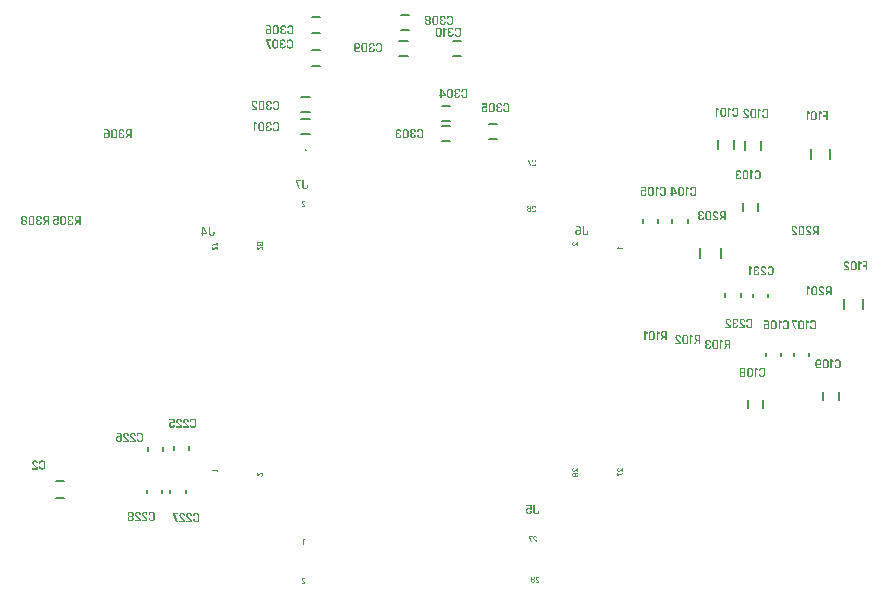
<source format=gbo>
G04*
G04 #@! TF.GenerationSoftware,Altium Limited,Altium Designer,23.11.1 (41)*
G04*
G04 Layer_Color=32896*
%FSLAX44Y44*%
%MOMM*%
G71*
G04*
G04 #@! TF.SameCoordinates,F90B74AA-C0B1-4B74-A68C-C3C570C8A3A3*
G04*
G04*
G04 #@! TF.FilePolarity,Positive*
G04*
G01*
G75*
%ADD15C,0.2000*%
G36*
X451976Y66094D02*
X452164Y66056D01*
X452323Y66000D01*
X452455Y65943D01*
X452558Y65887D01*
X452634Y65831D01*
X452671Y65793D01*
X452690Y65784D01*
X452793Y65652D01*
X452878Y65511D01*
X452934Y65361D01*
X452972Y65220D01*
X452991Y65088D01*
X453000Y64985D01*
X453009Y64947D01*
Y64919D01*
Y64900D01*
Y64891D01*
Y64581D01*
X453000Y64534D01*
X452991Y64496D01*
X452972Y64477D01*
X452944Y64458D01*
X452897Y64440D01*
X452361D01*
X452314Y64449D01*
X452286Y64458D01*
X452248Y64515D01*
X452229Y64562D01*
Y64571D01*
Y64581D01*
Y64872D01*
X452220Y64985D01*
X452211Y65069D01*
X452192Y65145D01*
X452164Y65210D01*
X452135Y65257D01*
X452117Y65286D01*
X452107Y65304D01*
X452098Y65314D01*
X452041Y65361D01*
X451966Y65389D01*
X451825Y65426D01*
X451759Y65436D01*
X451703Y65445D01*
X451271D01*
X451167Y65436D01*
X451073Y65417D01*
X450989Y65389D01*
X450923Y65361D01*
X450867Y65314D01*
X450820Y65267D01*
X450745Y65163D01*
X450698Y65051D01*
X450679Y64966D01*
X450669Y64928D01*
Y64900D01*
Y64881D01*
Y64872D01*
Y64609D01*
X450688Y64468D01*
X450726Y64336D01*
X450792Y64214D01*
X450857Y64111D01*
X450932Y64026D01*
X450998Y63970D01*
X451036Y63923D01*
X451055Y63913D01*
X452558Y62692D01*
X452634Y62626D01*
X452699Y62560D01*
X452803Y62419D01*
X452878Y62278D01*
X452925Y62156D01*
X452962Y62034D01*
X452972Y61949D01*
X452981Y61912D01*
Y61883D01*
Y61874D01*
Y61865D01*
Y61132D01*
X452972Y61085D01*
X452953Y61056D01*
X452906Y61019D01*
X452850Y61000D01*
X450040D01*
X449993Y61009D01*
X449955Y61019D01*
X449936Y61038D01*
X449917Y61066D01*
X449899Y61113D01*
Y61122D01*
Y61132D01*
Y61554D01*
X449908Y61602D01*
X449917Y61630D01*
X449964Y61667D01*
X450021Y61686D01*
X452107D01*
Y61940D01*
X452098Y62015D01*
X452079Y62081D01*
X452051Y62147D01*
X452013Y62193D01*
X451985Y62241D01*
X451957Y62269D01*
X451938Y62288D01*
X451929Y62297D01*
X450397Y63547D01*
X450312Y63622D01*
X450237Y63707D01*
X450171Y63791D01*
X450115Y63876D01*
X450030Y64045D01*
X449974Y64205D01*
X449946Y64346D01*
X449936Y64402D01*
X449927Y64458D01*
X449917Y64505D01*
Y64534D01*
Y64552D01*
Y64562D01*
Y64891D01*
X449927Y65097D01*
X449964Y65276D01*
X450021Y65426D01*
X450077Y65558D01*
X450143Y65652D01*
X450190Y65727D01*
X450228Y65765D01*
X450246Y65784D01*
X450378Y65887D01*
X450519Y65971D01*
X450669Y66028D01*
X450820Y66066D01*
X450951Y66084D01*
X451055Y66103D01*
X451769D01*
X451976Y66094D01*
D02*
G37*
G36*
X448019D02*
X448207Y66056D01*
X448367Y66009D01*
X448498Y65953D01*
X448602Y65896D01*
X448677Y65849D01*
X448714Y65812D01*
X448733Y65802D01*
X448837Y65680D01*
X448921Y65539D01*
X448978Y65398D01*
X449015Y65257D01*
X449034Y65126D01*
X449044Y65022D01*
X449053Y64985D01*
Y64956D01*
Y64938D01*
Y64928D01*
Y64524D01*
X449044Y64393D01*
X449025Y64271D01*
X449006Y64158D01*
X448968Y64064D01*
X448931Y63970D01*
X448884Y63895D01*
X448827Y63829D01*
X448780Y63763D01*
X448677Y63669D01*
X448592Y63613D01*
X448555Y63594D01*
X448527Y63575D01*
X448517Y63566D01*
X448508D01*
X448602Y63519D01*
X448686Y63462D01*
X448761Y63397D01*
X448818Y63321D01*
X448874Y63246D01*
X448921Y63162D01*
X448987Y63002D01*
X449025Y62851D01*
X449034Y62786D01*
X449044Y62729D01*
X449053Y62673D01*
Y62635D01*
Y62616D01*
Y62607D01*
Y62184D01*
X449044Y61977D01*
X449006Y61799D01*
X448950Y61648D01*
X448893Y61526D01*
X448837Y61423D01*
X448780Y61357D01*
X448743Y61319D01*
X448733Y61301D01*
X448602Y61197D01*
X448451Y61132D01*
X448301Y61075D01*
X448151Y61038D01*
X448019Y61019D01*
X447906Y61009D01*
X447869Y61000D01*
X446976D01*
X446769Y61009D01*
X446581Y61047D01*
X446431Y61094D01*
X446299Y61150D01*
X446196Y61207D01*
X446121Y61254D01*
X446083Y61291D01*
X446064Y61301D01*
X445961Y61423D01*
X445876Y61564D01*
X445820Y61714D01*
X445782Y61855D01*
X445764Y61987D01*
X445745Y62090D01*
Y62128D01*
Y62156D01*
Y62175D01*
Y62184D01*
Y62598D01*
X445754Y62729D01*
X445764Y62851D01*
X445792Y62964D01*
X445829Y63067D01*
X445867Y63152D01*
X445914Y63237D01*
X445961Y63302D01*
X446008Y63368D01*
X446111Y63462D01*
X446196Y63519D01*
X446233Y63537D01*
X446262Y63556D01*
X446271Y63566D01*
X446280D01*
X446196Y63603D01*
X446121Y63650D01*
X446055Y63707D01*
X445998Y63763D01*
X445951Y63819D01*
X445923Y63866D01*
X445905Y63895D01*
X445895Y63904D01*
X445848Y64007D01*
X445811Y64111D01*
X445782Y64214D01*
X445764Y64308D01*
X445754Y64393D01*
X445745Y64468D01*
Y64505D01*
Y64524D01*
Y64928D01*
X445754Y65135D01*
X445792Y65304D01*
X445848Y65455D01*
X445905Y65577D01*
X445961Y65680D01*
X446017Y65746D01*
X446055Y65793D01*
X446064Y65802D01*
X446196Y65906D01*
X446337Y65981D01*
X446497Y66028D01*
X446638Y66066D01*
X446769Y66084D01*
X446882Y66103D01*
X447812D01*
X448019Y66094D01*
D02*
G37*
G36*
X449976Y100094D02*
X450164Y100056D01*
X450323Y100000D01*
X450455Y99943D01*
X450558Y99887D01*
X450634Y99831D01*
X450671Y99793D01*
X450690Y99784D01*
X450793Y99652D01*
X450878Y99511D01*
X450934Y99361D01*
X450972Y99220D01*
X450991Y99088D01*
X451000Y98985D01*
X451009Y98947D01*
Y98919D01*
Y98900D01*
Y98891D01*
Y98581D01*
X451000Y98534D01*
X450991Y98496D01*
X450972Y98477D01*
X450944Y98458D01*
X450897Y98440D01*
X450361D01*
X450314Y98449D01*
X450286Y98458D01*
X450248Y98515D01*
X450229Y98562D01*
Y98571D01*
Y98581D01*
Y98872D01*
X450220Y98985D01*
X450211Y99069D01*
X450192Y99144D01*
X450164Y99210D01*
X450135Y99257D01*
X450117Y99285D01*
X450107Y99304D01*
X450098Y99314D01*
X450041Y99361D01*
X449966Y99389D01*
X449825Y99426D01*
X449759Y99436D01*
X449703Y99445D01*
X449271D01*
X449167Y99436D01*
X449073Y99417D01*
X448989Y99389D01*
X448923Y99361D01*
X448867Y99314D01*
X448820Y99267D01*
X448745Y99163D01*
X448698Y99051D01*
X448679Y98966D01*
X448669Y98928D01*
Y98900D01*
Y98881D01*
Y98872D01*
Y98609D01*
X448688Y98468D01*
X448726Y98336D01*
X448792Y98214D01*
X448857Y98111D01*
X448932Y98026D01*
X448998Y97970D01*
X449036Y97923D01*
X449055Y97913D01*
X450558Y96692D01*
X450634Y96626D01*
X450699Y96560D01*
X450803Y96419D01*
X450878Y96278D01*
X450925Y96156D01*
X450962Y96034D01*
X450972Y95949D01*
X450981Y95912D01*
Y95883D01*
Y95874D01*
Y95865D01*
Y95132D01*
X450972Y95085D01*
X450953Y95056D01*
X450906Y95019D01*
X450850Y95000D01*
X448040D01*
X447993Y95009D01*
X447955Y95019D01*
X447936Y95038D01*
X447918Y95066D01*
X447899Y95113D01*
Y95122D01*
Y95132D01*
Y95555D01*
X447908Y95602D01*
X447918Y95630D01*
X447965Y95667D01*
X448021Y95686D01*
X450107D01*
Y95940D01*
X450098Y96015D01*
X450079Y96081D01*
X450051Y96146D01*
X450013Y96194D01*
X449985Y96241D01*
X449957Y96269D01*
X449938Y96287D01*
X449929Y96297D01*
X448397Y97547D01*
X448312Y97622D01*
X448237Y97707D01*
X448171Y97791D01*
X448115Y97876D01*
X448030Y98045D01*
X447974Y98205D01*
X447946Y98346D01*
X447936Y98402D01*
X447927Y98458D01*
X447918Y98505D01*
Y98534D01*
Y98552D01*
Y98562D01*
Y98891D01*
X447927Y99097D01*
X447965Y99276D01*
X448021Y99426D01*
X448077Y99558D01*
X448143Y99652D01*
X448190Y99727D01*
X448228Y99765D01*
X448246Y99784D01*
X448378Y99887D01*
X448519Y99972D01*
X448669Y100028D01*
X448820Y100065D01*
X448951Y100084D01*
X449055Y100103D01*
X449769D01*
X449976Y100094D01*
D02*
G37*
G36*
X447288D02*
X447316Y100084D01*
X447354Y100037D01*
X447372Y99990D01*
Y99981D01*
Y99972D01*
Y99539D01*
X447363Y99492D01*
X447354Y99455D01*
X447335Y99426D01*
X447307Y99408D01*
X447260Y99389D01*
X445239D01*
X446940Y95150D01*
X446959Y95103D01*
Y95066D01*
X446950Y95038D01*
X446931Y95019D01*
X446884Y95000D01*
X446320D01*
X446254Y95009D01*
X446207Y95019D01*
X446169Y95038D01*
X446141Y95066D01*
X446104Y95103D01*
X446094Y95113D01*
Y95122D01*
X444487Y99144D01*
X444440Y99285D01*
X444421Y99342D01*
X444412Y99389D01*
X444403Y99426D01*
Y99464D01*
Y99473D01*
Y99483D01*
Y99972D01*
X444412Y100019D01*
X444421Y100047D01*
X444468Y100084D01*
X444525Y100103D01*
X447241D01*
X447288Y100094D01*
D02*
G37*
G36*
X253976Y65094D02*
X254164Y65056D01*
X254323Y65000D01*
X254455Y64943D01*
X254558Y64887D01*
X254634Y64831D01*
X254671Y64793D01*
X254690Y64784D01*
X254793Y64652D01*
X254878Y64511D01*
X254934Y64361D01*
X254972Y64220D01*
X254991Y64088D01*
X255000Y63985D01*
X255009Y63947D01*
Y63919D01*
Y63900D01*
Y63891D01*
Y63581D01*
X255000Y63534D01*
X254991Y63496D01*
X254972Y63477D01*
X254944Y63458D01*
X254897Y63440D01*
X254361D01*
X254314Y63449D01*
X254286Y63458D01*
X254248Y63515D01*
X254229Y63562D01*
Y63571D01*
Y63581D01*
Y63872D01*
X254220Y63985D01*
X254211Y64069D01*
X254192Y64145D01*
X254164Y64210D01*
X254135Y64257D01*
X254117Y64285D01*
X254107Y64304D01*
X254098Y64314D01*
X254041Y64361D01*
X253966Y64389D01*
X253825Y64426D01*
X253759Y64436D01*
X253703Y64445D01*
X253271D01*
X253167Y64436D01*
X253073Y64417D01*
X252989Y64389D01*
X252923Y64361D01*
X252867Y64314D01*
X252820Y64267D01*
X252745Y64163D01*
X252698Y64050D01*
X252679Y63966D01*
X252669Y63928D01*
Y63900D01*
Y63881D01*
Y63872D01*
Y63609D01*
X252688Y63468D01*
X252726Y63336D01*
X252792Y63214D01*
X252857Y63111D01*
X252932Y63026D01*
X252998Y62970D01*
X253036Y62923D01*
X253055Y62913D01*
X254558Y61692D01*
X254634Y61626D01*
X254699Y61560D01*
X254803Y61419D01*
X254878Y61278D01*
X254925Y61156D01*
X254962Y61034D01*
X254972Y60949D01*
X254981Y60912D01*
Y60883D01*
Y60874D01*
Y60865D01*
Y60132D01*
X254972Y60085D01*
X254953Y60056D01*
X254906Y60019D01*
X254850Y60000D01*
X252040D01*
X251993Y60009D01*
X251955Y60019D01*
X251936Y60038D01*
X251917Y60066D01*
X251899Y60113D01*
Y60122D01*
Y60132D01*
Y60554D01*
X251908Y60602D01*
X251917Y60630D01*
X251964Y60667D01*
X252021Y60686D01*
X254107D01*
Y60940D01*
X254098Y61015D01*
X254079Y61081D01*
X254051Y61146D01*
X254013Y61193D01*
X253985Y61241D01*
X253957Y61269D01*
X253938Y61287D01*
X253929Y61297D01*
X252397Y62547D01*
X252312Y62622D01*
X252237Y62707D01*
X252171Y62791D01*
X252115Y62876D01*
X252030Y63045D01*
X251974Y63205D01*
X251946Y63346D01*
X251936Y63402D01*
X251927Y63458D01*
X251917Y63505D01*
Y63534D01*
Y63552D01*
Y63562D01*
Y63891D01*
X251927Y64097D01*
X251964Y64276D01*
X252021Y64426D01*
X252077Y64558D01*
X252143Y64652D01*
X252190Y64727D01*
X252228Y64765D01*
X252246Y64784D01*
X252378Y64887D01*
X252519Y64971D01*
X252669Y65028D01*
X252820Y65065D01*
X252951Y65084D01*
X253055Y65103D01*
X253769D01*
X253976Y65094D01*
D02*
G37*
G36*
X253900Y98094D02*
X253985Y98066D01*
X254013Y98047D01*
X254041Y98028D01*
X254060Y98019D01*
X254070D01*
X254897Y97520D01*
X254934Y97492D01*
X254962Y97464D01*
X254991Y97398D01*
X255009Y97351D01*
Y97342D01*
Y97332D01*
Y96863D01*
X255000Y96816D01*
X254981Y96787D01*
X254962Y96769D01*
X254878D01*
X254859Y96778D01*
X254850D01*
X253985Y97285D01*
Y93132D01*
X253976Y93085D01*
X253966Y93056D01*
X253910Y93019D01*
X253863Y93000D01*
X253327D01*
X253290Y93009D01*
X253252Y93019D01*
X253224Y93066D01*
X253205Y93113D01*
Y93122D01*
Y93132D01*
Y97971D01*
X253214Y98019D01*
X253224Y98047D01*
X253271Y98084D01*
X253318Y98103D01*
X253816D01*
X253900Y98094D01*
D02*
G37*
G36*
X254900Y428094D02*
X254985Y428065D01*
X255013Y428047D01*
X255041Y428028D01*
X255060Y428018D01*
X255070D01*
X255897Y427520D01*
X255934Y427492D01*
X255962Y427464D01*
X255991Y427398D01*
X256009Y427351D01*
Y427342D01*
Y427332D01*
Y426863D01*
X256000Y426816D01*
X255981Y426787D01*
X255962Y426769D01*
X255878D01*
X255859Y426778D01*
X255850D01*
X254985Y427285D01*
Y423132D01*
X254976Y423085D01*
X254966Y423056D01*
X254910Y423019D01*
X254863Y423000D01*
X254327D01*
X254290Y423009D01*
X254252Y423019D01*
X254224Y423066D01*
X254205Y423113D01*
Y423122D01*
Y423132D01*
Y427971D01*
X254214Y428018D01*
X254224Y428047D01*
X254271Y428084D01*
X254318Y428103D01*
X254816D01*
X254900Y428094D01*
D02*
G37*
G36*
X253976Y384094D02*
X254164Y384056D01*
X254323Y384000D01*
X254455Y383943D01*
X254558Y383887D01*
X254634Y383831D01*
X254671Y383793D01*
X254690Y383784D01*
X254793Y383652D01*
X254878Y383511D01*
X254934Y383361D01*
X254972Y383220D01*
X254991Y383088D01*
X255000Y382985D01*
X255009Y382947D01*
Y382919D01*
Y382900D01*
Y382891D01*
Y382581D01*
X255000Y382534D01*
X254991Y382496D01*
X254972Y382477D01*
X254944Y382458D01*
X254897Y382440D01*
X254361D01*
X254314Y382449D01*
X254286Y382458D01*
X254248Y382515D01*
X254229Y382562D01*
Y382571D01*
Y382581D01*
Y382872D01*
X254220Y382985D01*
X254211Y383069D01*
X254192Y383144D01*
X254164Y383210D01*
X254135Y383257D01*
X254117Y383285D01*
X254107Y383304D01*
X254098Y383314D01*
X254041Y383361D01*
X253966Y383389D01*
X253825Y383427D01*
X253759Y383436D01*
X253703Y383445D01*
X253271D01*
X253167Y383436D01*
X253073Y383417D01*
X252989Y383389D01*
X252923Y383361D01*
X252867Y383314D01*
X252820Y383267D01*
X252745Y383163D01*
X252698Y383050D01*
X252679Y382966D01*
X252669Y382928D01*
Y382900D01*
Y382881D01*
Y382872D01*
Y382609D01*
X252688Y382468D01*
X252726Y382336D01*
X252792Y382214D01*
X252857Y382111D01*
X252932Y382026D01*
X252998Y381970D01*
X253036Y381923D01*
X253055Y381913D01*
X254558Y380692D01*
X254634Y380626D01*
X254699Y380560D01*
X254803Y380419D01*
X254878Y380278D01*
X254925Y380156D01*
X254962Y380034D01*
X254972Y379949D01*
X254981Y379912D01*
Y379883D01*
Y379874D01*
Y379865D01*
Y379132D01*
X254972Y379085D01*
X254953Y379056D01*
X254906Y379019D01*
X254850Y379000D01*
X252040D01*
X251993Y379009D01*
X251955Y379019D01*
X251936Y379038D01*
X251917Y379066D01*
X251899Y379113D01*
Y379122D01*
Y379132D01*
Y379554D01*
X251908Y379602D01*
X251917Y379630D01*
X251964Y379667D01*
X252021Y379686D01*
X254107D01*
Y379940D01*
X254098Y380015D01*
X254079Y380081D01*
X254051Y380147D01*
X254013Y380193D01*
X253985Y380241D01*
X253957Y380269D01*
X253938Y380288D01*
X253929Y380297D01*
X252397Y381547D01*
X252312Y381622D01*
X252237Y381707D01*
X252171Y381791D01*
X252115Y381876D01*
X252030Y382045D01*
X251974Y382205D01*
X251946Y382346D01*
X251936Y382402D01*
X251927Y382458D01*
X251917Y382505D01*
Y382534D01*
Y382552D01*
Y382562D01*
Y382891D01*
X251927Y383097D01*
X251964Y383276D01*
X252021Y383427D01*
X252077Y383558D01*
X252143Y383652D01*
X252190Y383727D01*
X252228Y383765D01*
X252246Y383784D01*
X252378Y383887D01*
X252519Y383971D01*
X252669Y384028D01*
X252820Y384066D01*
X252951Y384084D01*
X253055Y384103D01*
X253769D01*
X253976Y384094D01*
D02*
G37*
G36*
X448976Y419094D02*
X449164Y419056D01*
X449323Y419000D01*
X449455Y418943D01*
X449558Y418887D01*
X449633Y418831D01*
X449671Y418793D01*
X449690Y418784D01*
X449793Y418652D01*
X449878Y418511D01*
X449934Y418361D01*
X449972Y418220D01*
X449991Y418088D01*
X450000Y417985D01*
X450009Y417947D01*
Y417919D01*
Y417900D01*
Y417891D01*
Y417581D01*
X450000Y417534D01*
X449991Y417496D01*
X449972Y417477D01*
X449944Y417458D01*
X449897Y417440D01*
X449361D01*
X449314Y417449D01*
X449286Y417458D01*
X449248Y417515D01*
X449229Y417562D01*
Y417571D01*
Y417581D01*
Y417872D01*
X449220Y417985D01*
X449211Y418069D01*
X449192Y418144D01*
X449164Y418210D01*
X449135Y418257D01*
X449117Y418285D01*
X449107Y418304D01*
X449098Y418314D01*
X449041Y418361D01*
X448966Y418389D01*
X448825Y418427D01*
X448759Y418436D01*
X448703Y418445D01*
X448271D01*
X448167Y418436D01*
X448073Y418417D01*
X447989Y418389D01*
X447923Y418361D01*
X447867Y418314D01*
X447820Y418267D01*
X447744Y418163D01*
X447697Y418050D01*
X447679Y417966D01*
X447669Y417928D01*
Y417900D01*
Y417881D01*
Y417872D01*
Y417609D01*
X447688Y417468D01*
X447726Y417336D01*
X447791Y417214D01*
X447857Y417111D01*
X447932Y417026D01*
X447998Y416970D01*
X448036Y416923D01*
X448055Y416913D01*
X449558Y415692D01*
X449633Y415626D01*
X449699Y415560D01*
X449803Y415419D01*
X449878Y415278D01*
X449925Y415156D01*
X449962Y415034D01*
X449972Y414949D01*
X449981Y414912D01*
Y414883D01*
Y414874D01*
Y414865D01*
Y414132D01*
X449972Y414085D01*
X449953Y414056D01*
X449906Y414019D01*
X449850Y414000D01*
X447040D01*
X446993Y414009D01*
X446955Y414019D01*
X446936Y414038D01*
X446917Y414066D01*
X446899Y414113D01*
Y414122D01*
Y414132D01*
Y414554D01*
X446908Y414602D01*
X446917Y414630D01*
X446964Y414667D01*
X447021Y414686D01*
X449107D01*
Y414940D01*
X449098Y415015D01*
X449079Y415081D01*
X449051Y415147D01*
X449013Y415194D01*
X448985Y415241D01*
X448957Y415269D01*
X448938Y415288D01*
X448929Y415297D01*
X447397Y416547D01*
X447312Y416622D01*
X447237Y416707D01*
X447171Y416791D01*
X447115Y416876D01*
X447030Y417045D01*
X446974Y417205D01*
X446946Y417346D01*
X446936Y417402D01*
X446927Y417458D01*
X446917Y417505D01*
Y417534D01*
Y417552D01*
Y417562D01*
Y417891D01*
X446927Y418097D01*
X446964Y418276D01*
X447021Y418427D01*
X447077Y418558D01*
X447143Y418652D01*
X447190Y418727D01*
X447228Y418765D01*
X447246Y418784D01*
X447378Y418887D01*
X447519Y418972D01*
X447669Y419028D01*
X447820Y419066D01*
X447951Y419084D01*
X448055Y419103D01*
X448769D01*
X448976Y419094D01*
D02*
G37*
G36*
X446288D02*
X446316Y419084D01*
X446354Y419037D01*
X446372Y418990D01*
Y418981D01*
Y418972D01*
Y418539D01*
X446363Y418492D01*
X446354Y418455D01*
X446335Y418427D01*
X446307Y418408D01*
X446260Y418389D01*
X444239D01*
X445940Y414150D01*
X445959Y414103D01*
Y414066D01*
X445950Y414038D01*
X445931Y414019D01*
X445884Y414000D01*
X445320D01*
X445254Y414009D01*
X445207Y414019D01*
X445169Y414038D01*
X445141Y414066D01*
X445104Y414103D01*
X445094Y414113D01*
Y414122D01*
X443487Y418144D01*
X443440Y418285D01*
X443421Y418342D01*
X443412Y418389D01*
X443403Y418427D01*
Y418464D01*
Y418474D01*
Y418483D01*
Y418972D01*
X443412Y419019D01*
X443421Y419047D01*
X443468Y419084D01*
X443525Y419103D01*
X446241D01*
X446288Y419094D01*
D02*
G37*
G36*
X448976Y380094D02*
X449164Y380056D01*
X449323Y380000D01*
X449455Y379943D01*
X449558Y379887D01*
X449633Y379831D01*
X449671Y379793D01*
X449690Y379784D01*
X449793Y379652D01*
X449878Y379511D01*
X449934Y379361D01*
X449972Y379220D01*
X449991Y379088D01*
X450000Y378985D01*
X450009Y378947D01*
Y378919D01*
Y378900D01*
Y378891D01*
Y378581D01*
X450000Y378534D01*
X449991Y378496D01*
X449972Y378477D01*
X449944Y378459D01*
X449897Y378440D01*
X449361D01*
X449314Y378449D01*
X449286Y378459D01*
X449248Y378515D01*
X449229Y378562D01*
Y378571D01*
Y378581D01*
Y378872D01*
X449220Y378985D01*
X449211Y379069D01*
X449192Y379145D01*
X449164Y379210D01*
X449135Y379257D01*
X449117Y379286D01*
X449107Y379304D01*
X449098Y379314D01*
X449041Y379361D01*
X448966Y379389D01*
X448825Y379426D01*
X448759Y379436D01*
X448703Y379445D01*
X448271D01*
X448167Y379436D01*
X448073Y379417D01*
X447989Y379389D01*
X447923Y379361D01*
X447867Y379314D01*
X447820Y379267D01*
X447744Y379163D01*
X447697Y379050D01*
X447679Y378966D01*
X447669Y378928D01*
Y378900D01*
Y378881D01*
Y378872D01*
Y378609D01*
X447688Y378468D01*
X447726Y378336D01*
X447791Y378214D01*
X447857Y378111D01*
X447932Y378026D01*
X447998Y377970D01*
X448036Y377923D01*
X448055Y377913D01*
X449558Y376692D01*
X449633Y376626D01*
X449699Y376560D01*
X449803Y376419D01*
X449878Y376278D01*
X449925Y376156D01*
X449962Y376034D01*
X449972Y375949D01*
X449981Y375912D01*
Y375883D01*
Y375874D01*
Y375865D01*
Y375132D01*
X449972Y375085D01*
X449953Y375056D01*
X449906Y375019D01*
X449850Y375000D01*
X447040D01*
X446993Y375009D01*
X446955Y375019D01*
X446936Y375038D01*
X446917Y375066D01*
X446899Y375113D01*
Y375122D01*
Y375132D01*
Y375555D01*
X446908Y375602D01*
X446917Y375630D01*
X446964Y375667D01*
X447021Y375686D01*
X449107D01*
Y375940D01*
X449098Y376015D01*
X449079Y376081D01*
X449051Y376147D01*
X449013Y376194D01*
X448985Y376241D01*
X448957Y376269D01*
X448938Y376287D01*
X448929Y376297D01*
X447397Y377547D01*
X447312Y377622D01*
X447237Y377707D01*
X447171Y377791D01*
X447115Y377876D01*
X447030Y378045D01*
X446974Y378205D01*
X446946Y378346D01*
X446936Y378402D01*
X446927Y378459D01*
X446917Y378506D01*
Y378534D01*
Y378553D01*
Y378562D01*
Y378891D01*
X446927Y379098D01*
X446964Y379276D01*
X447021Y379426D01*
X447077Y379558D01*
X447143Y379652D01*
X447190Y379727D01*
X447228Y379765D01*
X447246Y379784D01*
X447378Y379887D01*
X447519Y379972D01*
X447669Y380028D01*
X447820Y380065D01*
X447951Y380084D01*
X448055Y380103D01*
X448769D01*
X448976Y380094D01*
D02*
G37*
G36*
X445019D02*
X445207Y380056D01*
X445367Y380009D01*
X445498Y379953D01*
X445602Y379896D01*
X445677Y379849D01*
X445714Y379812D01*
X445733Y379802D01*
X445837Y379680D01*
X445921Y379539D01*
X445978Y379398D01*
X446015Y379257D01*
X446034Y379126D01*
X446043Y379022D01*
X446053Y378985D01*
Y378957D01*
Y378938D01*
Y378928D01*
Y378524D01*
X446043Y378393D01*
X446025Y378270D01*
X446006Y378158D01*
X445968Y378064D01*
X445931Y377970D01*
X445884Y377895D01*
X445827Y377829D01*
X445780Y377763D01*
X445677Y377669D01*
X445592Y377613D01*
X445555Y377594D01*
X445527Y377575D01*
X445517Y377566D01*
X445508D01*
X445602Y377519D01*
X445686Y377462D01*
X445761Y377397D01*
X445818Y377321D01*
X445874Y377246D01*
X445921Y377162D01*
X445987Y377002D01*
X446025Y376851D01*
X446034Y376786D01*
X446043Y376729D01*
X446053Y376673D01*
Y376635D01*
Y376617D01*
Y376607D01*
Y376184D01*
X446043Y375977D01*
X446006Y375799D01*
X445950Y375648D01*
X445893Y375526D01*
X445837Y375423D01*
X445780Y375357D01*
X445743Y375320D01*
X445733Y375301D01*
X445602Y375197D01*
X445451Y375132D01*
X445301Y375075D01*
X445151Y375038D01*
X445019Y375019D01*
X444906Y375009D01*
X444869Y375000D01*
X443976D01*
X443769Y375009D01*
X443581Y375047D01*
X443431Y375094D01*
X443299Y375150D01*
X443196Y375207D01*
X443121Y375254D01*
X443083Y375291D01*
X443064Y375301D01*
X442961Y375423D01*
X442876Y375564D01*
X442820Y375714D01*
X442782Y375855D01*
X442763Y375987D01*
X442745Y376090D01*
Y376128D01*
Y376156D01*
Y376175D01*
Y376184D01*
Y376598D01*
X442754Y376729D01*
X442763Y376851D01*
X442792Y376964D01*
X442829Y377068D01*
X442867Y377152D01*
X442914Y377237D01*
X442961Y377303D01*
X443008Y377368D01*
X443111Y377462D01*
X443196Y377519D01*
X443233Y377537D01*
X443262Y377556D01*
X443271Y377566D01*
X443280D01*
X443196Y377603D01*
X443121Y377650D01*
X443055Y377707D01*
X442999Y377763D01*
X442952Y377819D01*
X442923Y377866D01*
X442905Y377895D01*
X442895Y377904D01*
X442848Y378007D01*
X442811Y378111D01*
X442782Y378214D01*
X442763Y378308D01*
X442754Y378393D01*
X442745Y378468D01*
Y378506D01*
Y378524D01*
Y378928D01*
X442754Y379135D01*
X442792Y379304D01*
X442848Y379455D01*
X442905Y379577D01*
X442961Y379680D01*
X443017Y379746D01*
X443055Y379793D01*
X443064Y379802D01*
X443196Y379906D01*
X443337Y379981D01*
X443497Y380028D01*
X443638Y380065D01*
X443769Y380084D01*
X443882Y380103D01*
X444812D01*
X445019Y380094D01*
D02*
G37*
G36*
X181019Y156586D02*
X181047Y156576D01*
X181084Y156529D01*
X181103Y156482D01*
Y155984D01*
X181094Y155900D01*
X181066Y155815D01*
X181047Y155787D01*
X181028Y155759D01*
X181019Y155740D01*
Y155730D01*
X180520Y154903D01*
X180492Y154866D01*
X180464Y154838D01*
X180398Y154809D01*
X180351Y154791D01*
X180342D01*
X180333D01*
X179863D01*
X179816Y154800D01*
X179787Y154819D01*
X179769Y154838D01*
Y154922D01*
X179778Y154941D01*
Y154950D01*
X180285Y155815D01*
X176132D01*
X176085Y155824D01*
X176056Y155834D01*
X176019Y155890D01*
X176000Y155937D01*
Y156473D01*
X176009Y156510D01*
X176019Y156548D01*
X176066Y156576D01*
X176113Y156595D01*
X176122D01*
X176132D01*
X180972D01*
X181019Y156586D01*
D02*
G37*
G36*
X214601Y153892D02*
X214630Y153883D01*
X214667Y153836D01*
X214686Y153779D01*
Y151693D01*
X214940D01*
X215015Y151702D01*
X215081Y151721D01*
X215147Y151749D01*
X215194Y151787D01*
X215240Y151815D01*
X215269Y151843D01*
X215287Y151862D01*
X215297Y151871D01*
X216547Y153403D01*
X216622Y153488D01*
X216707Y153563D01*
X216791Y153629D01*
X216876Y153685D01*
X217045Y153770D01*
X217205Y153826D01*
X217346Y153854D01*
X217402Y153864D01*
X217458Y153873D01*
X217505Y153883D01*
X217534D01*
X217552D01*
X217562D01*
X217891D01*
X218097Y153873D01*
X218276Y153836D01*
X218426Y153779D01*
X218558Y153723D01*
X218652Y153657D01*
X218727Y153610D01*
X218765Y153572D01*
X218784Y153554D01*
X218887Y153422D01*
X218972Y153281D01*
X219028Y153131D01*
X219065Y152980D01*
X219084Y152849D01*
X219103Y152745D01*
Y152031D01*
X219094Y151824D01*
X219056Y151636D01*
X219000Y151477D01*
X218943Y151345D01*
X218887Y151242D01*
X218831Y151166D01*
X218793Y151129D01*
X218784Y151110D01*
X218652Y151007D01*
X218511Y150922D01*
X218361Y150866D01*
X218220Y150828D01*
X218088Y150809D01*
X217985Y150800D01*
X217947Y150791D01*
X217919D01*
X217900D01*
X217891D01*
X217581D01*
X217534Y150800D01*
X217496Y150809D01*
X217477Y150828D01*
X217458Y150856D01*
X217440Y150903D01*
Y151439D01*
X217449Y151486D01*
X217458Y151514D01*
X217515Y151552D01*
X217562Y151571D01*
X217571D01*
X217581D01*
X217872D01*
X217985Y151580D01*
X218069Y151589D01*
X218144Y151608D01*
X218210Y151636D01*
X218257Y151665D01*
X218286Y151683D01*
X218304Y151693D01*
X218314Y151702D01*
X218361Y151759D01*
X218389Y151834D01*
X218426Y151975D01*
X218436Y152041D01*
X218445Y152097D01*
Y152529D01*
X218436Y152633D01*
X218417Y152727D01*
X218389Y152811D01*
X218361Y152877D01*
X218314Y152933D01*
X218267Y152980D01*
X218163Y153055D01*
X218050Y153103D01*
X217966Y153121D01*
X217928Y153131D01*
X217900D01*
X217881D01*
X217872D01*
X217609D01*
X217468Y153112D01*
X217336Y153074D01*
X217214Y153008D01*
X217111Y152943D01*
X217026Y152868D01*
X216970Y152802D01*
X216923Y152764D01*
X216913Y152745D01*
X215692Y151242D01*
X215626Y151166D01*
X215560Y151101D01*
X215419Y150997D01*
X215278Y150922D01*
X215156Y150875D01*
X215034Y150838D01*
X214949Y150828D01*
X214912Y150819D01*
X214883D01*
X214874D01*
X214865D01*
X214132D01*
X214085Y150828D01*
X214056Y150847D01*
X214019Y150894D01*
X214000Y150950D01*
Y153760D01*
X214009Y153807D01*
X214019Y153845D01*
X214038Y153864D01*
X214066Y153883D01*
X214113Y153901D01*
X214122D01*
X214132D01*
X214555D01*
X214601Y153892D01*
D02*
G37*
G36*
X181019Y348788D02*
X181047Y348779D01*
X181084Y348732D01*
X181103Y348675D01*
Y345959D01*
X181094Y345912D01*
X181084Y345884D01*
X181037Y345846D01*
X180990Y345828D01*
X180981D01*
X180972D01*
X180539D01*
X180492Y345837D01*
X180455Y345846D01*
X180427Y345865D01*
X180408Y345893D01*
X180389Y345940D01*
Y347961D01*
X176150Y346260D01*
X176103Y346241D01*
X176066D01*
X176038Y346250D01*
X176019Y346269D01*
X176000Y346316D01*
Y346880D01*
X176009Y346946D01*
X176019Y346993D01*
X176038Y347031D01*
X176066Y347059D01*
X176103Y347096D01*
X176113Y347106D01*
X176122D01*
X180145Y348713D01*
X180285Y348760D01*
X180342Y348779D01*
X180389Y348788D01*
X180427Y348797D01*
X180464D01*
X180473D01*
X180483D01*
X180972D01*
X181019Y348788D01*
D02*
G37*
G36*
X176602Y345292D02*
X176630Y345283D01*
X176667Y345236D01*
X176686Y345179D01*
Y343093D01*
X176940D01*
X177015Y343102D01*
X177081Y343121D01*
X177147Y343149D01*
X177194Y343187D01*
X177241Y343215D01*
X177269Y343243D01*
X177288Y343262D01*
X177297Y343271D01*
X178547Y344803D01*
X178622Y344888D01*
X178707Y344963D01*
X178791Y345029D01*
X178876Y345085D01*
X179045Y345170D01*
X179205Y345226D01*
X179346Y345254D01*
X179402Y345264D01*
X179459Y345273D01*
X179506Y345283D01*
X179534D01*
X179552D01*
X179562D01*
X179891D01*
X180098Y345273D01*
X180276Y345236D01*
X180427Y345179D01*
X180558Y345123D01*
X180652Y345057D01*
X180727Y345010D01*
X180765Y344972D01*
X180784Y344954D01*
X180887Y344822D01*
X180972Y344681D01*
X181028Y344531D01*
X181066Y344380D01*
X181084Y344249D01*
X181103Y344145D01*
Y343431D01*
X181094Y343224D01*
X181056Y343036D01*
X181000Y342877D01*
X180943Y342745D01*
X180887Y342642D01*
X180831Y342566D01*
X180793Y342529D01*
X180784Y342510D01*
X180652Y342407D01*
X180511Y342322D01*
X180361Y342266D01*
X180220Y342228D01*
X180088Y342209D01*
X179985Y342200D01*
X179947Y342191D01*
X179919D01*
X179900D01*
X179891D01*
X179581D01*
X179534Y342200D01*
X179496Y342209D01*
X179477Y342228D01*
X179459Y342256D01*
X179440Y342303D01*
Y342839D01*
X179449Y342886D01*
X179459Y342914D01*
X179515Y342952D01*
X179562Y342971D01*
X179571D01*
X179581D01*
X179872D01*
X179985Y342980D01*
X180069Y342989D01*
X180145Y343008D01*
X180210Y343036D01*
X180257Y343065D01*
X180285Y343083D01*
X180304Y343093D01*
X180314Y343102D01*
X180361Y343159D01*
X180389Y343234D01*
X180427Y343375D01*
X180436Y343441D01*
X180445Y343497D01*
Y343929D01*
X180436Y344033D01*
X180417Y344127D01*
X180389Y344211D01*
X180361Y344277D01*
X180314Y344333D01*
X180267Y344380D01*
X180163Y344455D01*
X180051Y344502D01*
X179966Y344521D01*
X179928Y344531D01*
X179900D01*
X179881D01*
X179872D01*
X179609D01*
X179468Y344512D01*
X179336Y344474D01*
X179214Y344408D01*
X179111Y344343D01*
X179026Y344268D01*
X178970Y344202D01*
X178923Y344164D01*
X178913Y344145D01*
X177692Y342642D01*
X177626Y342566D01*
X177560Y342501D01*
X177419Y342397D01*
X177278Y342322D01*
X177156Y342275D01*
X177034Y342238D01*
X176949Y342228D01*
X176912Y342219D01*
X176883D01*
X176874D01*
X176865D01*
X176132D01*
X176085Y342228D01*
X176056Y342247D01*
X176019Y342294D01*
X176000Y342350D01*
Y345160D01*
X176009Y345207D01*
X176019Y345245D01*
X176038Y345264D01*
X176066Y345283D01*
X176113Y345301D01*
X176122D01*
X176132D01*
X176555D01*
X176602Y345292D01*
D02*
G37*
G36*
X218135Y349446D02*
X218304Y349408D01*
X218455Y349352D01*
X218577Y349296D01*
X218680Y349239D01*
X218746Y349183D01*
X218793Y349145D01*
X218802Y349136D01*
X218906Y349004D01*
X218981Y348863D01*
X219028Y348703D01*
X219065Y348562D01*
X219084Y348431D01*
X219103Y348318D01*
Y347388D01*
X219094Y347181D01*
X219056Y346993D01*
X219009Y346833D01*
X218953Y346702D01*
X218896Y346598D01*
X218849Y346523D01*
X218812Y346485D01*
X218802Y346467D01*
X218680Y346363D01*
X218539Y346279D01*
X218398Y346222D01*
X218257Y346185D01*
X218126Y346166D01*
X218022Y346157D01*
X217985Y346147D01*
X217957D01*
X217938D01*
X217928D01*
X217524D01*
X217393Y346157D01*
X217271Y346175D01*
X217158Y346194D01*
X217064Y346232D01*
X216970Y346269D01*
X216895Y346316D01*
X216829Y346373D01*
X216763Y346420D01*
X216669Y346523D01*
X216613Y346608D01*
X216594Y346645D01*
X216575Y346673D01*
X216566Y346683D01*
Y346692D01*
X216519Y346598D01*
X216462Y346514D01*
X216397Y346438D01*
X216321Y346382D01*
X216246Y346326D01*
X216161Y346279D01*
X216002Y346213D01*
X215851Y346175D01*
X215786Y346166D01*
X215729Y346157D01*
X215673Y346147D01*
X215635D01*
X215616D01*
X215607D01*
X215184D01*
X214977Y346157D01*
X214799Y346194D01*
X214648Y346250D01*
X214526Y346307D01*
X214423Y346363D01*
X214357Y346420D01*
X214319Y346457D01*
X214301Y346467D01*
X214197Y346598D01*
X214132Y346749D01*
X214075Y346899D01*
X214038Y347049D01*
X214019Y347181D01*
X214009Y347294D01*
X214000Y347331D01*
Y348224D01*
X214009Y348431D01*
X214047Y348619D01*
X214094Y348769D01*
X214150Y348901D01*
X214207Y349004D01*
X214254Y349079D01*
X214291Y349117D01*
X214301Y349136D01*
X214423Y349239D01*
X214564Y349324D01*
X214714Y349380D01*
X214855Y349418D01*
X214987Y349436D01*
X215090Y349455D01*
X215128D01*
X215156D01*
X215175D01*
X215184D01*
X215598D01*
X215729Y349446D01*
X215851Y349436D01*
X215964Y349408D01*
X216068Y349371D01*
X216152Y349333D01*
X216237Y349286D01*
X216303Y349239D01*
X216368Y349192D01*
X216462Y349089D01*
X216519Y349004D01*
X216537Y348967D01*
X216556Y348938D01*
X216566Y348929D01*
Y348920D01*
X216603Y349004D01*
X216650Y349079D01*
X216707Y349145D01*
X216763Y349202D01*
X216819Y349249D01*
X216866Y349277D01*
X216895Y349296D01*
X216904Y349305D01*
X217007Y349352D01*
X217111Y349389D01*
X217214Y349418D01*
X217308Y349436D01*
X217393Y349446D01*
X217468Y349455D01*
X217505D01*
X217524D01*
X217928D01*
X218135Y349446D01*
D02*
G37*
G36*
X214601Y345292D02*
X214630Y345283D01*
X214667Y345236D01*
X214686Y345179D01*
Y343093D01*
X214940D01*
X215015Y343102D01*
X215081Y343121D01*
X215147Y343149D01*
X215194Y343187D01*
X215240Y343215D01*
X215269Y343243D01*
X215287Y343262D01*
X215297Y343271D01*
X216547Y344803D01*
X216622Y344888D01*
X216707Y344963D01*
X216791Y345029D01*
X216876Y345085D01*
X217045Y345170D01*
X217205Y345226D01*
X217346Y345254D01*
X217402Y345264D01*
X217458Y345273D01*
X217505Y345283D01*
X217534D01*
X217552D01*
X217562D01*
X217891D01*
X218097Y345273D01*
X218276Y345236D01*
X218426Y345179D01*
X218558Y345123D01*
X218652Y345057D01*
X218727Y345010D01*
X218765Y344972D01*
X218784Y344954D01*
X218887Y344822D01*
X218972Y344681D01*
X219028Y344531D01*
X219065Y344380D01*
X219084Y344249D01*
X219103Y344145D01*
Y343431D01*
X219094Y343224D01*
X219056Y343036D01*
X219000Y342877D01*
X218943Y342745D01*
X218887Y342642D01*
X218831Y342566D01*
X218793Y342529D01*
X218784Y342510D01*
X218652Y342407D01*
X218511Y342322D01*
X218361Y342266D01*
X218220Y342228D01*
X218088Y342209D01*
X217985Y342200D01*
X217947Y342191D01*
X217919D01*
X217900D01*
X217891D01*
X217581D01*
X217534Y342200D01*
X217496Y342209D01*
X217477Y342228D01*
X217458Y342256D01*
X217440Y342303D01*
Y342839D01*
X217449Y342886D01*
X217458Y342914D01*
X217515Y342952D01*
X217562Y342971D01*
X217571D01*
X217581D01*
X217872D01*
X217985Y342980D01*
X218069Y342989D01*
X218144Y343008D01*
X218210Y343036D01*
X218257Y343065D01*
X218286Y343083D01*
X218304Y343093D01*
X218314Y343102D01*
X218361Y343159D01*
X218389Y343234D01*
X218426Y343375D01*
X218436Y343441D01*
X218445Y343497D01*
Y343929D01*
X218436Y344033D01*
X218417Y344127D01*
X218389Y344211D01*
X218361Y344277D01*
X218314Y344333D01*
X218267Y344380D01*
X218163Y344455D01*
X218050Y344502D01*
X217966Y344521D01*
X217928Y344531D01*
X217900D01*
X217881D01*
X217872D01*
X217609D01*
X217468Y344512D01*
X217336Y344474D01*
X217214Y344408D01*
X217111Y344343D01*
X217026Y344268D01*
X216970Y344202D01*
X216923Y344164D01*
X216913Y344145D01*
X215692Y342642D01*
X215626Y342566D01*
X215560Y342501D01*
X215419Y342397D01*
X215278Y342322D01*
X215156Y342275D01*
X215034Y342238D01*
X214949Y342228D01*
X214912Y342219D01*
X214883D01*
X214874D01*
X214865D01*
X214132D01*
X214085Y342228D01*
X214056Y342247D01*
X214019Y342294D01*
X214000Y342350D01*
Y345160D01*
X214009Y345207D01*
X214019Y345245D01*
X214038Y345264D01*
X214066Y345283D01*
X214113Y345301D01*
X214122D01*
X214132D01*
X214555D01*
X214601Y345292D01*
D02*
G37*
G36*
X520184Y345200D02*
X520213Y345181D01*
X520231Y345162D01*
Y345078D01*
X520222Y345059D01*
Y345050D01*
X519715Y344185D01*
X523868D01*
X523915Y344176D01*
X523944Y344166D01*
X523981Y344110D01*
X524000Y344063D01*
Y343527D01*
X523991Y343490D01*
X523981Y343452D01*
X523934Y343424D01*
X523887Y343405D01*
X523878D01*
X523868D01*
X519029D01*
X518982Y343414D01*
X518953Y343424D01*
X518916Y343471D01*
X518897Y343518D01*
Y344016D01*
X518906Y344100D01*
X518935Y344185D01*
X518953Y344213D01*
X518972Y344241D01*
X518982Y344260D01*
Y344270D01*
X519480Y345097D01*
X519508Y345134D01*
X519536Y345162D01*
X519602Y345191D01*
X519649Y345209D01*
X519658D01*
X519668D01*
X520137D01*
X520184Y345200D01*
D02*
G37*
G36*
X482466Y349200D02*
X482504Y349191D01*
X482523Y349172D01*
X482542Y349144D01*
X482560Y349097D01*
Y348561D01*
X482551Y348514D01*
X482542Y348486D01*
X482485Y348448D01*
X482438Y348429D01*
X482429D01*
X482419D01*
X482128D01*
X482015Y348420D01*
X481931Y348411D01*
X481856Y348392D01*
X481790Y348364D01*
X481743Y348335D01*
X481715Y348317D01*
X481696Y348307D01*
X481686Y348298D01*
X481639Y348241D01*
X481611Y348166D01*
X481573Y348025D01*
X481564Y347960D01*
X481555Y347903D01*
Y347471D01*
X481564Y347367D01*
X481583Y347273D01*
X481611Y347189D01*
X481639Y347123D01*
X481686Y347067D01*
X481733Y347020D01*
X481837Y346945D01*
X481950Y346898D01*
X482034Y346879D01*
X482072Y346869D01*
X482100D01*
X482119D01*
X482128D01*
X482391D01*
X482532Y346888D01*
X482664Y346926D01*
X482786Y346992D01*
X482889Y347057D01*
X482974Y347132D01*
X483030Y347198D01*
X483077Y347236D01*
X483087Y347255D01*
X484308Y348758D01*
X484374Y348834D01*
X484440Y348899D01*
X484581Y349003D01*
X484722Y349078D01*
X484844Y349125D01*
X484966Y349162D01*
X485051Y349172D01*
X485088Y349181D01*
X485117D01*
X485126D01*
X485135D01*
X485868D01*
X485915Y349172D01*
X485944Y349153D01*
X485981Y349106D01*
X486000Y349050D01*
Y346240D01*
X485991Y346193D01*
X485981Y346155D01*
X485962Y346136D01*
X485934Y346118D01*
X485887Y346099D01*
X485878D01*
X485868D01*
X485446D01*
X485398Y346108D01*
X485370Y346118D01*
X485333Y346165D01*
X485314Y346221D01*
Y348307D01*
X485060D01*
X484985Y348298D01*
X484919Y348279D01*
X484853Y348251D01*
X484806Y348213D01*
X484759Y348185D01*
X484731Y348157D01*
X484712Y348138D01*
X484703Y348129D01*
X483453Y346597D01*
X483378Y346512D01*
X483293Y346437D01*
X483209Y346371D01*
X483124Y346315D01*
X482955Y346230D01*
X482795Y346174D01*
X482654Y346146D01*
X482598Y346136D01*
X482542Y346127D01*
X482495Y346118D01*
X482466D01*
X482448D01*
X482438D01*
X482109D01*
X481903Y346127D01*
X481724Y346165D01*
X481573Y346221D01*
X481442Y346277D01*
X481348Y346343D01*
X481273Y346390D01*
X481235Y346428D01*
X481216Y346446D01*
X481113Y346578D01*
X481029Y346719D01*
X480972Y346869D01*
X480934Y347020D01*
X480916Y347151D01*
X480897Y347255D01*
Y347969D01*
X480906Y348176D01*
X480944Y348364D01*
X481000Y348523D01*
X481057Y348655D01*
X481113Y348758D01*
X481169Y348834D01*
X481207Y348871D01*
X481216Y348890D01*
X481348Y348993D01*
X481489Y349078D01*
X481639Y349134D01*
X481780Y349172D01*
X481912Y349191D01*
X482015Y349200D01*
X482053Y349209D01*
X482081D01*
X482100D01*
X482109D01*
X482419D01*
X482466Y349200D01*
D02*
G37*
G36*
X520466Y157800D02*
X520504Y157791D01*
X520523Y157772D01*
X520541Y157744D01*
X520560Y157697D01*
Y157161D01*
X520551Y157114D01*
X520541Y157086D01*
X520485Y157048D01*
X520438Y157029D01*
X520429D01*
X520419D01*
X520128D01*
X520015Y157020D01*
X519931Y157011D01*
X519855Y156992D01*
X519790Y156964D01*
X519743Y156935D01*
X519715Y156917D01*
X519696Y156907D01*
X519686Y156898D01*
X519639Y156841D01*
X519611Y156766D01*
X519574Y156625D01*
X519564Y156559D01*
X519555Y156503D01*
Y156071D01*
X519564Y155967D01*
X519583Y155873D01*
X519611Y155789D01*
X519639Y155723D01*
X519686Y155667D01*
X519733Y155620D01*
X519837Y155545D01*
X519949Y155498D01*
X520034Y155479D01*
X520072Y155469D01*
X520100D01*
X520119D01*
X520128D01*
X520391D01*
X520532Y155488D01*
X520664Y155526D01*
X520786Y155591D01*
X520889Y155657D01*
X520974Y155732D01*
X521030Y155798D01*
X521077Y155836D01*
X521087Y155855D01*
X522308Y157358D01*
X522374Y157434D01*
X522440Y157499D01*
X522581Y157603D01*
X522722Y157678D01*
X522844Y157725D01*
X522966Y157762D01*
X523051Y157772D01*
X523088Y157781D01*
X523117D01*
X523126D01*
X523135D01*
X523868D01*
X523915Y157772D01*
X523944Y157753D01*
X523981Y157706D01*
X524000Y157650D01*
Y154840D01*
X523991Y154793D01*
X523981Y154755D01*
X523962Y154736D01*
X523934Y154718D01*
X523887Y154699D01*
X523878D01*
X523868D01*
X523446D01*
X523399Y154708D01*
X523370Y154718D01*
X523333Y154764D01*
X523314Y154821D01*
Y156907D01*
X523060D01*
X522985Y156898D01*
X522919Y156879D01*
X522853Y156851D01*
X522806Y156813D01*
X522760Y156785D01*
X522731Y156757D01*
X522713Y156738D01*
X522703Y156729D01*
X521453Y155197D01*
X521378Y155112D01*
X521293Y155037D01*
X521209Y154971D01*
X521124Y154915D01*
X520955Y154830D01*
X520795Y154774D01*
X520654Y154746D01*
X520598Y154736D01*
X520541Y154727D01*
X520494Y154718D01*
X520466D01*
X520448D01*
X520438D01*
X520109D01*
X519902Y154727D01*
X519724Y154764D01*
X519574Y154821D01*
X519442Y154877D01*
X519348Y154943D01*
X519273Y154990D01*
X519235Y155028D01*
X519216Y155046D01*
X519113Y155178D01*
X519029Y155319D01*
X518972Y155469D01*
X518935Y155620D01*
X518916Y155751D01*
X518897Y155855D01*
Y156569D01*
X518906Y156776D01*
X518944Y156964D01*
X519000Y157123D01*
X519057Y157255D01*
X519113Y157358D01*
X519169Y157434D01*
X519207Y157471D01*
X519216Y157490D01*
X519348Y157593D01*
X519489Y157678D01*
X519639Y157734D01*
X519780Y157772D01*
X519912Y157791D01*
X520015Y157800D01*
X520053Y157809D01*
X520081D01*
X520100D01*
X520109D01*
X520419D01*
X520466Y157800D01*
D02*
G37*
G36*
X519508Y154163D02*
X519545Y154154D01*
X519574Y154135D01*
X519592Y154107D01*
X519611Y154060D01*
Y152039D01*
X523850Y153740D01*
X523897Y153759D01*
X523934D01*
X523962Y153750D01*
X523981Y153731D01*
X524000Y153684D01*
Y153120D01*
X523991Y153054D01*
X523981Y153007D01*
X523962Y152969D01*
X523934Y152941D01*
X523897Y152904D01*
X523887Y152894D01*
X523878D01*
X519855Y151287D01*
X519715Y151240D01*
X519658Y151221D01*
X519611Y151212D01*
X519574Y151203D01*
X519536D01*
X519526D01*
X519517D01*
X519029D01*
X518982Y151212D01*
X518953Y151221D01*
X518916Y151268D01*
X518897Y151325D01*
Y154041D01*
X518906Y154088D01*
X518916Y154116D01*
X518963Y154154D01*
X519010Y154172D01*
X519019D01*
X519029D01*
X519461D01*
X519508Y154163D01*
D02*
G37*
G36*
X482466Y157800D02*
X482504Y157791D01*
X482523Y157772D01*
X482542Y157744D01*
X482560Y157697D01*
Y157161D01*
X482551Y157114D01*
X482542Y157086D01*
X482485Y157048D01*
X482438Y157029D01*
X482429D01*
X482419D01*
X482128D01*
X482015Y157020D01*
X481931Y157011D01*
X481856Y156992D01*
X481790Y156964D01*
X481743Y156935D01*
X481715Y156917D01*
X481696Y156907D01*
X481686Y156898D01*
X481639Y156841D01*
X481611Y156766D01*
X481573Y156625D01*
X481564Y156559D01*
X481555Y156503D01*
Y156071D01*
X481564Y155967D01*
X481583Y155873D01*
X481611Y155789D01*
X481639Y155723D01*
X481686Y155667D01*
X481733Y155620D01*
X481837Y155545D01*
X481950Y155498D01*
X482034Y155479D01*
X482072Y155469D01*
X482100D01*
X482119D01*
X482128D01*
X482391D01*
X482532Y155488D01*
X482664Y155526D01*
X482786Y155591D01*
X482889Y155657D01*
X482974Y155732D01*
X483030Y155798D01*
X483077Y155836D01*
X483087Y155855D01*
X484308Y157358D01*
X484374Y157434D01*
X484440Y157499D01*
X484581Y157603D01*
X484722Y157678D01*
X484844Y157725D01*
X484966Y157762D01*
X485051Y157772D01*
X485088Y157781D01*
X485117D01*
X485126D01*
X485135D01*
X485868D01*
X485915Y157772D01*
X485944Y157753D01*
X485981Y157706D01*
X486000Y157650D01*
Y154840D01*
X485991Y154793D01*
X485981Y154755D01*
X485962Y154736D01*
X485934Y154718D01*
X485887Y154699D01*
X485878D01*
X485868D01*
X485446D01*
X485398Y154708D01*
X485370Y154718D01*
X485333Y154764D01*
X485314Y154821D01*
Y156907D01*
X485060D01*
X484985Y156898D01*
X484919Y156879D01*
X484853Y156851D01*
X484806Y156813D01*
X484759Y156785D01*
X484731Y156757D01*
X484712Y156738D01*
X484703Y156729D01*
X483453Y155197D01*
X483378Y155112D01*
X483293Y155037D01*
X483209Y154971D01*
X483124Y154915D01*
X482955Y154830D01*
X482795Y154774D01*
X482654Y154746D01*
X482598Y154736D01*
X482542Y154727D01*
X482495Y154718D01*
X482466D01*
X482448D01*
X482438D01*
X482109D01*
X481903Y154727D01*
X481724Y154764D01*
X481573Y154821D01*
X481442Y154877D01*
X481348Y154943D01*
X481273Y154990D01*
X481235Y155028D01*
X481216Y155046D01*
X481113Y155178D01*
X481029Y155319D01*
X480972Y155469D01*
X480934Y155620D01*
X480916Y155751D01*
X480897Y155855D01*
Y156569D01*
X480906Y156776D01*
X480944Y156964D01*
X481000Y157123D01*
X481057Y157255D01*
X481113Y157358D01*
X481169Y157434D01*
X481207Y157471D01*
X481216Y157490D01*
X481348Y157593D01*
X481489Y157678D01*
X481639Y157734D01*
X481780Y157772D01*
X481912Y157791D01*
X482015Y157800D01*
X482053Y157809D01*
X482081D01*
X482100D01*
X482109D01*
X482419D01*
X482466Y157800D01*
D02*
G37*
G36*
X485023Y153843D02*
X485201Y153806D01*
X485351Y153750D01*
X485474Y153693D01*
X485577Y153637D01*
X485643Y153580D01*
X485681Y153543D01*
X485699Y153533D01*
X485803Y153402D01*
X485868Y153251D01*
X485925Y153101D01*
X485962Y152951D01*
X485981Y152819D01*
X485991Y152706D01*
X486000Y152669D01*
Y151776D01*
X485991Y151569D01*
X485953Y151381D01*
X485906Y151231D01*
X485850Y151099D01*
X485793Y150996D01*
X485746Y150921D01*
X485709Y150883D01*
X485699Y150864D01*
X485577Y150761D01*
X485436Y150676D01*
X485286Y150620D01*
X485145Y150582D01*
X485013Y150564D01*
X484910Y150545D01*
X484872D01*
X484844D01*
X484825D01*
X484816D01*
X484402D01*
X484271Y150554D01*
X484149Y150564D01*
X484036Y150592D01*
X483932Y150629D01*
X483848Y150667D01*
X483763Y150714D01*
X483698Y150761D01*
X483632Y150808D01*
X483538Y150911D01*
X483481Y150996D01*
X483462Y151033D01*
X483444Y151062D01*
X483434Y151071D01*
Y151080D01*
X483397Y150996D01*
X483350Y150921D01*
X483293Y150855D01*
X483237Y150799D01*
X483181Y150751D01*
X483134Y150723D01*
X483105Y150704D01*
X483096Y150695D01*
X482993Y150648D01*
X482889Y150611D01*
X482786Y150582D01*
X482692Y150564D01*
X482607Y150554D01*
X482532Y150545D01*
X482495D01*
X482476D01*
X482072D01*
X481865Y150554D01*
X481696Y150592D01*
X481545Y150648D01*
X481423Y150704D01*
X481320Y150761D01*
X481254Y150817D01*
X481207Y150855D01*
X481198Y150864D01*
X481094Y150996D01*
X481019Y151137D01*
X480972Y151297D01*
X480934Y151438D01*
X480916Y151569D01*
X480897Y151682D01*
Y152612D01*
X480906Y152819D01*
X480944Y153007D01*
X480991Y153167D01*
X481047Y153298D01*
X481104Y153402D01*
X481151Y153477D01*
X481188Y153514D01*
X481198Y153533D01*
X481320Y153637D01*
X481461Y153721D01*
X481602Y153778D01*
X481743Y153815D01*
X481874Y153834D01*
X481978Y153843D01*
X482015Y153853D01*
X482043D01*
X482062D01*
X482072D01*
X482476D01*
X482607Y153843D01*
X482729Y153825D01*
X482842Y153806D01*
X482936Y153768D01*
X483030Y153731D01*
X483105Y153684D01*
X483171Y153627D01*
X483237Y153580D01*
X483331Y153477D01*
X483387Y153392D01*
X483406Y153355D01*
X483425Y153327D01*
X483434Y153317D01*
Y153308D01*
X483481Y153402D01*
X483538Y153486D01*
X483604Y153561D01*
X483679Y153618D01*
X483754Y153674D01*
X483839Y153721D01*
X483998Y153787D01*
X484149Y153825D01*
X484214Y153834D01*
X484271Y153843D01*
X484327Y153853D01*
X484365D01*
X484384D01*
X484393D01*
X484816D01*
X485023Y153843D01*
D02*
G37*
G36*
X30159Y371375D02*
X30427Y371319D01*
X30666Y371234D01*
X30864Y371149D01*
X31019Y371065D01*
X31131Y370980D01*
X31188Y370924D01*
X31216Y370910D01*
X31385Y370712D01*
X31498Y370501D01*
X31583Y370275D01*
X31653Y370064D01*
X31681Y369866D01*
X31695Y369711D01*
X31709Y369655D01*
Y369613D01*
Y369585D01*
Y369571D01*
Y369204D01*
X31695Y369133D01*
X31681Y369077D01*
X31639Y369049D01*
X31597Y369021D01*
X31526Y368993D01*
X30737D01*
X30666Y369007D01*
X30624Y369021D01*
X30568Y369105D01*
X30539Y369176D01*
Y369190D01*
Y369204D01*
Y369542D01*
X30525Y369711D01*
X30511Y369838D01*
X30469Y369951D01*
X30427Y370050D01*
X30398Y370120D01*
X30356Y370163D01*
X30342Y370191D01*
X30328Y370205D01*
X30243Y370275D01*
X30131Y370318D01*
X29919Y370374D01*
X29834Y370388D01*
X29750Y370402D01*
X28975D01*
X28819Y370388D01*
X28679Y370360D01*
X28566Y370318D01*
X28467Y370275D01*
X28368Y370205D01*
X28298Y370134D01*
X28199Y369979D01*
X28129Y369810D01*
X28101Y369683D01*
X28087Y369627D01*
Y369585D01*
Y369556D01*
Y369542D01*
Y368922D01*
X28101Y368767D01*
X28129Y368640D01*
X28171Y368527D01*
X28228Y368429D01*
X28298Y368344D01*
X28368Y368274D01*
X28523Y368175D01*
X28693Y368104D01*
X28834Y368076D01*
X28890Y368062D01*
X29637D01*
X29708Y368048D01*
X29750Y368034D01*
X29806Y367949D01*
X29834Y367879D01*
Y367851D01*
Y367836D01*
Y367301D01*
X29820Y367230D01*
X29806Y367188D01*
X29736Y367132D01*
X29665Y367104D01*
X28975D01*
X28819Y367089D01*
X28679Y367061D01*
X28566Y367019D01*
X28467Y366963D01*
X28368Y366906D01*
X28298Y366822D01*
X28199Y366666D01*
X28129Y366511D01*
X28101Y366370D01*
X28087Y366314D01*
Y366272D01*
Y366244D01*
Y366230D01*
Y365581D01*
X28101Y365426D01*
X28129Y365299D01*
X28171Y365186D01*
X28228Y365088D01*
X28298Y365003D01*
X28368Y364933D01*
X28523Y364834D01*
X28693Y364763D01*
X28834Y364735D01*
X28890Y364721D01*
X29679D01*
X29834Y364735D01*
X29961Y364749D01*
X30074Y364777D01*
X30173Y364820D01*
X30243Y364862D01*
X30286Y364890D01*
X30314Y364904D01*
X30328Y364918D01*
X30398Y365003D01*
X30455Y365116D01*
X30483Y365215D01*
X30511Y365327D01*
X30525Y365426D01*
X30539Y365510D01*
Y365567D01*
Y365581D01*
Y365976D01*
X30554Y366046D01*
X30568Y366103D01*
X30596Y366131D01*
X30638Y366159D01*
X30708Y366187D01*
X31498D01*
X31568Y366173D01*
X31625Y366159D01*
X31653Y366117D01*
X31681Y366088D01*
X31709Y366004D01*
Y365990D01*
Y365976D01*
Y365553D01*
X31681Y365243D01*
X31625Y364975D01*
X31554Y364735D01*
X31456Y364552D01*
X31371Y364397D01*
X31286Y364284D01*
X31230Y364228D01*
X31216Y364199D01*
X31019Y364044D01*
X30793Y363932D01*
X30568Y363847D01*
X30342Y363791D01*
X30145Y363763D01*
X29990Y363748D01*
X29933Y363734D01*
X28805D01*
X28495Y363748D01*
X28228Y363805D01*
X27988Y363875D01*
X27790Y363974D01*
X27635Y364058D01*
X27523Y364129D01*
X27466Y364185D01*
X27438Y364199D01*
X27269Y364397D01*
X27156Y364608D01*
X27071Y364834D01*
X27001Y365059D01*
X26973Y365257D01*
X26959Y365412D01*
X26945Y365468D01*
Y365510D01*
Y365539D01*
Y365553D01*
Y366244D01*
X26959Y366441D01*
X26987Y366624D01*
X27029Y366779D01*
X27100Y366920D01*
X27170Y367047D01*
X27241Y367160D01*
X27339Y367244D01*
X27424Y367329D01*
X27593Y367456D01*
X27748Y367526D01*
X27819Y367555D01*
X27861Y367569D01*
X27889Y367583D01*
X27903D01*
X27734Y367639D01*
X27593Y367724D01*
X27452Y367808D01*
X27353Y367907D01*
X27255Y368020D01*
X27184Y368133D01*
X27057Y368358D01*
X27001Y368570D01*
X26959Y368753D01*
X26945Y368823D01*
Y368880D01*
Y368908D01*
Y368922D01*
Y369571D01*
X26959Y369881D01*
X27015Y370148D01*
X27100Y370374D01*
X27184Y370571D01*
X27283Y370712D01*
X27353Y370825D01*
X27410Y370882D01*
X27438Y370910D01*
X27635Y371065D01*
X27861Y371192D01*
X28087Y371276D01*
X28312Y371333D01*
X28509Y371361D01*
X28665Y371389D01*
X29849D01*
X30159Y371375D01*
D02*
G37*
G36*
X37729D02*
X37785Y371361D01*
X37813Y371333D01*
X37842Y371290D01*
X37870Y371220D01*
Y371206D01*
Y371192D01*
Y363932D01*
X37856Y363861D01*
X37842Y363819D01*
X37757Y363763D01*
X37687Y363734D01*
X36911D01*
X36841Y363748D01*
X36798Y363763D01*
X36742Y363833D01*
X36714Y363904D01*
Y363918D01*
Y363932D01*
Y366554D01*
X36686Y366624D01*
X36643Y366652D01*
X36601Y366666D01*
X35361D01*
X34092Y363932D01*
X34049Y363861D01*
X33993Y363819D01*
X33866Y363763D01*
X33810Y363748D01*
X33753Y363734D01*
X32978D01*
X32894Y363748D01*
X32837Y363777D01*
X32809Y363805D01*
X32795Y363847D01*
X32809Y363932D01*
X32823Y363946D01*
Y363960D01*
X34148Y366751D01*
Y366807D01*
X33951Y366892D01*
X33768Y366977D01*
X33612Y367104D01*
X33486Y367230D01*
X33373Y367357D01*
X33288Y367512D01*
X33204Y367653D01*
X33147Y367794D01*
X33063Y368076D01*
X33035Y368203D01*
X33020Y368302D01*
Y368400D01*
X33006Y368471D01*
Y368513D01*
Y368527D01*
Y369542D01*
X33035Y369852D01*
X33091Y370120D01*
X33161Y370346D01*
X33260Y370543D01*
X33359Y370698D01*
X33429Y370811D01*
X33486Y370867D01*
X33514Y370896D01*
X33711Y371065D01*
X33937Y371177D01*
X34162Y371262D01*
X34374Y371333D01*
X34571Y371361D01*
X34726Y371375D01*
X34783Y371389D01*
X37658D01*
X37729Y371375D01*
D02*
G37*
G36*
X23998D02*
X24280Y371319D01*
X24520Y371234D01*
X24717Y371149D01*
X24872Y371065D01*
X24985Y370980D01*
X25041Y370924D01*
X25070Y370910D01*
X25225Y370712D01*
X25352Y370501D01*
X25436Y370261D01*
X25493Y370050D01*
X25521Y369852D01*
X25535Y369683D01*
X25549Y369627D01*
Y369585D01*
Y369556D01*
Y369542D01*
Y365581D01*
X25535Y365271D01*
X25478Y365003D01*
X25394Y364763D01*
X25309Y364566D01*
X25225Y364411D01*
X25140Y364298D01*
X25084Y364242D01*
X25070Y364214D01*
X24872Y364058D01*
X24647Y363932D01*
X24421Y363847D01*
X24196Y363791D01*
X23998Y363763D01*
X23829Y363748D01*
X23773Y363734D01*
X22504D01*
X22194Y363748D01*
X21926Y363805D01*
X21686Y363889D01*
X21503Y363974D01*
X21348Y364058D01*
X21235Y364143D01*
X21179Y364199D01*
X21151Y364214D01*
X20982Y364411D01*
X20869Y364636D01*
X20784Y364862D01*
X20714Y365088D01*
X20686Y365285D01*
X20672Y365440D01*
X20657Y365496D01*
Y365539D01*
Y365567D01*
Y365581D01*
Y369542D01*
X20672Y369852D01*
X20728Y370134D01*
X20812Y370360D01*
X20897Y370557D01*
X20996Y370712D01*
X21066Y370825D01*
X21123Y370882D01*
X21151Y370910D01*
X21348Y371065D01*
X21560Y371192D01*
X21785Y371276D01*
X22011Y371333D01*
X22208Y371361D01*
X22363Y371389D01*
X23688D01*
X23998Y371375D01*
D02*
G37*
G36*
X17697D02*
X17979Y371319D01*
X18219Y371248D01*
X18416Y371163D01*
X18571Y371079D01*
X18684Y371008D01*
X18740Y370952D01*
X18768Y370938D01*
X18923Y370755D01*
X19050Y370543D01*
X19135Y370332D01*
X19191Y370120D01*
X19219Y369923D01*
X19234Y369768D01*
X19248Y369711D01*
Y369669D01*
Y369641D01*
Y369627D01*
Y369021D01*
X19234Y368823D01*
X19205Y368640D01*
X19177Y368471D01*
X19121Y368330D01*
X19064Y368189D01*
X18994Y368076D01*
X18909Y367977D01*
X18839Y367879D01*
X18684Y367738D01*
X18557Y367653D01*
X18500Y367625D01*
X18458Y367597D01*
X18444Y367583D01*
X18430D01*
X18571Y367512D01*
X18698Y367428D01*
X18811Y367329D01*
X18895Y367216D01*
X18980Y367104D01*
X19050Y366977D01*
X19149Y366737D01*
X19205Y366511D01*
X19219Y366413D01*
X19234Y366328D01*
X19248Y366244D01*
Y366187D01*
Y366159D01*
Y366145D01*
Y365510D01*
X19234Y365200D01*
X19177Y364933D01*
X19093Y364707D01*
X19008Y364524D01*
X18923Y364369D01*
X18839Y364270D01*
X18783Y364214D01*
X18768Y364185D01*
X18571Y364030D01*
X18346Y363932D01*
X18120Y363847D01*
X17894Y363791D01*
X17697Y363763D01*
X17528Y363748D01*
X17471Y363734D01*
X16132D01*
X15822Y363748D01*
X15540Y363805D01*
X15315Y363875D01*
X15117Y363960D01*
X14962Y364044D01*
X14849Y364115D01*
X14793Y364171D01*
X14765Y364185D01*
X14610Y364369D01*
X14483Y364580D01*
X14398Y364806D01*
X14342Y365017D01*
X14314Y365215D01*
X14286Y365370D01*
Y365426D01*
Y365468D01*
Y365496D01*
Y365510D01*
Y366131D01*
X14300Y366328D01*
X14314Y366511D01*
X14356Y366681D01*
X14412Y366836D01*
X14469Y366963D01*
X14539Y367089D01*
X14610Y367188D01*
X14680Y367287D01*
X14835Y367428D01*
X14962Y367512D01*
X15019Y367541D01*
X15061Y367569D01*
X15075Y367583D01*
X15089D01*
X14962Y367639D01*
X14849Y367710D01*
X14751Y367794D01*
X14666Y367879D01*
X14596Y367963D01*
X14553Y368034D01*
X14525Y368076D01*
X14511Y368090D01*
X14441Y368245D01*
X14384Y368400D01*
X14342Y368555D01*
X14314Y368696D01*
X14300Y368823D01*
X14286Y368936D01*
Y368993D01*
Y369021D01*
Y369627D01*
X14300Y369937D01*
X14356Y370191D01*
X14441Y370416D01*
X14525Y370600D01*
X14610Y370755D01*
X14694Y370853D01*
X14751Y370924D01*
X14765Y370938D01*
X14962Y371093D01*
X15174Y371206D01*
X15413Y371276D01*
X15625Y371333D01*
X15822Y371361D01*
X15991Y371389D01*
X17387D01*
X17697Y371375D01*
D02*
G37*
G36*
X99999Y444775D02*
X100267Y444718D01*
X100506Y444634D01*
X100704Y444549D01*
X100859Y444464D01*
X100972Y444380D01*
X101028Y444324D01*
X101056Y444309D01*
X101226Y444112D01*
X101338Y443901D01*
X101423Y443675D01*
X101493Y443464D01*
X101522Y443266D01*
X101536Y443111D01*
X101550Y443055D01*
Y443012D01*
Y442984D01*
Y442970D01*
Y442604D01*
X101536Y442533D01*
X101522Y442477D01*
X101479Y442449D01*
X101437Y442420D01*
X101366Y442392D01*
X100577D01*
X100506Y442406D01*
X100464Y442420D01*
X100408Y442505D01*
X100380Y442575D01*
Y442589D01*
Y442604D01*
Y442942D01*
X100366Y443111D01*
X100351Y443238D01*
X100309Y443351D01*
X100267Y443450D01*
X100239Y443520D01*
X100196Y443562D01*
X100182Y443590D01*
X100168Y443605D01*
X100084Y443675D01*
X99971Y443717D01*
X99759Y443774D01*
X99675Y443788D01*
X99590Y443802D01*
X98815D01*
X98660Y443788D01*
X98519Y443760D01*
X98406Y443717D01*
X98307Y443675D01*
X98209Y443605D01*
X98138Y443534D01*
X98040Y443379D01*
X97969Y443210D01*
X97941Y443083D01*
X97927Y443027D01*
Y442984D01*
Y442956D01*
Y442942D01*
Y442322D01*
X97941Y442167D01*
X97969Y442040D01*
X98011Y441927D01*
X98068Y441828D01*
X98138Y441744D01*
X98209Y441673D01*
X98364Y441575D01*
X98533Y441504D01*
X98674Y441476D01*
X98730Y441462D01*
X99477D01*
X99548Y441448D01*
X99590Y441434D01*
X99647Y441349D01*
X99675Y441278D01*
Y441250D01*
Y441236D01*
Y440700D01*
X99661Y440630D01*
X99647Y440588D01*
X99576Y440531D01*
X99506Y440503D01*
X98815D01*
X98660Y440489D01*
X98519Y440461D01*
X98406Y440419D01*
X98307Y440362D01*
X98209Y440306D01*
X98138Y440221D01*
X98040Y440066D01*
X97969Y439911D01*
X97941Y439770D01*
X97927Y439714D01*
Y439672D01*
Y439643D01*
Y439629D01*
Y438981D01*
X97941Y438826D01*
X97969Y438699D01*
X98011Y438586D01*
X98068Y438487D01*
X98138Y438403D01*
X98209Y438332D01*
X98364Y438234D01*
X98533Y438163D01*
X98674Y438135D01*
X98730Y438121D01*
X99520D01*
X99675Y438135D01*
X99802Y438149D01*
X99915Y438177D01*
X100013Y438219D01*
X100084Y438262D01*
X100126Y438290D01*
X100154Y438304D01*
X100168Y438318D01*
X100239Y438403D01*
X100295Y438516D01*
X100323Y438614D01*
X100351Y438727D01*
X100366Y438826D01*
X100380Y438910D01*
Y438967D01*
Y438981D01*
Y439375D01*
X100394Y439446D01*
X100408Y439502D01*
X100436Y439530D01*
X100478Y439559D01*
X100549Y439587D01*
X101338D01*
X101409Y439573D01*
X101465Y439559D01*
X101493Y439516D01*
X101522Y439488D01*
X101550Y439404D01*
Y439389D01*
Y439375D01*
Y438952D01*
X101522Y438642D01*
X101465Y438374D01*
X101395Y438135D01*
X101296Y437952D01*
X101211Y437797D01*
X101127Y437684D01*
X101070Y437627D01*
X101056Y437599D01*
X100859Y437444D01*
X100633Y437331D01*
X100408Y437247D01*
X100182Y437190D01*
X99985Y437162D01*
X99830Y437148D01*
X99774Y437134D01*
X98646D01*
X98336Y437148D01*
X98068Y437205D01*
X97828Y437275D01*
X97631Y437374D01*
X97476Y437458D01*
X97363Y437529D01*
X97306Y437585D01*
X97278Y437599D01*
X97109Y437797D01*
X96996Y438008D01*
X96912Y438234D01*
X96841Y438459D01*
X96813Y438657D01*
X96799Y438811D01*
X96785Y438868D01*
Y438910D01*
Y438938D01*
Y438952D01*
Y439643D01*
X96799Y439841D01*
X96827Y440024D01*
X96869Y440179D01*
X96940Y440320D01*
X97010Y440447D01*
X97081Y440560D01*
X97180Y440644D01*
X97264Y440729D01*
X97433Y440856D01*
X97589Y440926D01*
X97659Y440954D01*
X97701Y440968D01*
X97729Y440983D01*
X97744D01*
X97574Y441039D01*
X97433Y441124D01*
X97292Y441208D01*
X97194Y441307D01*
X97095Y441419D01*
X97025Y441532D01*
X96898Y441758D01*
X96841Y441969D01*
X96799Y442152D01*
X96785Y442223D01*
Y442279D01*
Y442308D01*
Y442322D01*
Y442970D01*
X96799Y443280D01*
X96855Y443548D01*
X96940Y443774D01*
X97025Y443971D01*
X97123Y444112D01*
X97194Y444225D01*
X97250Y444281D01*
X97278Y444309D01*
X97476Y444464D01*
X97701Y444591D01*
X97927Y444676D01*
X98152Y444732D01*
X98350Y444761D01*
X98505Y444789D01*
X99689D01*
X99999Y444775D01*
D02*
G37*
G36*
X107569D02*
X107626Y444761D01*
X107654Y444732D01*
X107682Y444690D01*
X107710Y444619D01*
Y444605D01*
Y444591D01*
Y437331D01*
X107696Y437261D01*
X107682Y437219D01*
X107597Y437162D01*
X107527Y437134D01*
X106751D01*
X106681Y437148D01*
X106639Y437162D01*
X106582Y437233D01*
X106554Y437303D01*
Y437317D01*
Y437331D01*
Y439953D01*
X106526Y440024D01*
X106484Y440052D01*
X106441Y440066D01*
X105201D01*
X103932Y437331D01*
X103890Y437261D01*
X103833Y437219D01*
X103707Y437162D01*
X103650Y437148D01*
X103594Y437134D01*
X102818D01*
X102734Y437148D01*
X102677Y437176D01*
X102649Y437205D01*
X102635Y437247D01*
X102649Y437331D01*
X102663Y437346D01*
Y437360D01*
X103989Y440151D01*
Y440207D01*
X103791Y440292D01*
X103608Y440376D01*
X103453Y440503D01*
X103326Y440630D01*
X103213Y440757D01*
X103129Y440912D01*
X103044Y441053D01*
X102988Y441194D01*
X102903Y441476D01*
X102875Y441603D01*
X102861Y441701D01*
Y441800D01*
X102847Y441871D01*
Y441913D01*
Y441927D01*
Y442942D01*
X102875Y443252D01*
X102931Y443520D01*
X103002Y443745D01*
X103100Y443943D01*
X103199Y444098D01*
X103270Y444211D01*
X103326Y444267D01*
X103354Y444295D01*
X103552Y444464D01*
X103777Y444577D01*
X104003Y444662D01*
X104214Y444732D01*
X104411Y444761D01*
X104566Y444775D01*
X104623Y444789D01*
X107499D01*
X107569Y444775D01*
D02*
G37*
G36*
X93839D02*
X94121Y444718D01*
X94360Y444634D01*
X94558Y444549D01*
X94713Y444464D01*
X94825Y444380D01*
X94882Y444324D01*
X94910Y444309D01*
X95065Y444112D01*
X95192Y443901D01*
X95276Y443661D01*
X95333Y443450D01*
X95361Y443252D01*
X95375Y443083D01*
X95389Y443027D01*
Y442984D01*
Y442956D01*
Y442942D01*
Y438981D01*
X95375Y438671D01*
X95319Y438403D01*
X95234Y438163D01*
X95150Y437966D01*
X95065Y437811D01*
X94980Y437698D01*
X94924Y437641D01*
X94910Y437613D01*
X94713Y437458D01*
X94487Y437331D01*
X94262Y437247D01*
X94036Y437190D01*
X93839Y437162D01*
X93670Y437148D01*
X93613Y437134D01*
X92344D01*
X92034Y437148D01*
X91766Y437205D01*
X91527Y437289D01*
X91343Y437374D01*
X91188Y437458D01*
X91076Y437543D01*
X91019Y437599D01*
X90991Y437613D01*
X90822Y437811D01*
X90709Y438036D01*
X90625Y438262D01*
X90554Y438487D01*
X90526Y438685D01*
X90512Y438840D01*
X90498Y438896D01*
Y438938D01*
Y438967D01*
Y438981D01*
Y442942D01*
X90512Y443252D01*
X90568Y443534D01*
X90653Y443760D01*
X90737Y443957D01*
X90836Y444112D01*
X90906Y444225D01*
X90963Y444281D01*
X90991Y444309D01*
X91188Y444464D01*
X91400Y444591D01*
X91625Y444676D01*
X91851Y444732D01*
X92048Y444761D01*
X92203Y444789D01*
X93528D01*
X93839Y444775D01*
D02*
G37*
G36*
X87594D02*
X87861Y444718D01*
X88101Y444634D01*
X88299Y444549D01*
X88454Y444464D01*
X88566Y444380D01*
X88623Y444324D01*
X88651Y444309D01*
X88820Y444112D01*
X88933Y443901D01*
X89017Y443661D01*
X89088Y443450D01*
X89116Y443252D01*
X89130Y443083D01*
X89144Y443027D01*
Y442984D01*
Y442956D01*
Y442942D01*
Y438981D01*
X89116Y438671D01*
X89060Y438403D01*
X88989Y438163D01*
X88891Y437966D01*
X88806Y437811D01*
X88721Y437698D01*
X88665Y437641D01*
X88651Y437613D01*
X88454Y437458D01*
X88228Y437331D01*
X88003Y437247D01*
X87777Y437190D01*
X87580Y437162D01*
X87424Y437148D01*
X87368Y437134D01*
X86142D01*
X85832Y437148D01*
X85550Y437205D01*
X85324Y437289D01*
X85127Y437374D01*
X84972Y437458D01*
X84859Y437543D01*
X84803Y437599D01*
X84774Y437613D01*
X84605Y437811D01*
X84492Y438036D01*
X84408Y438262D01*
X84337Y438487D01*
X84309Y438685D01*
X84295Y438840D01*
X84281Y438896D01*
Y438938D01*
Y438967D01*
Y438981D01*
Y440024D01*
X84295Y440334D01*
X84351Y440616D01*
X84436Y440841D01*
X84521Y441039D01*
X84619Y441194D01*
X84690Y441307D01*
X84746Y441363D01*
X84774Y441391D01*
X84972Y441546D01*
X85183Y441673D01*
X85423Y441758D01*
X85634Y441814D01*
X85832Y441842D01*
X86001Y441871D01*
X87974D01*
Y442900D01*
X87960Y443055D01*
X87932Y443196D01*
X87890Y443308D01*
X87833Y443407D01*
X87777Y443506D01*
X87706Y443576D01*
X87537Y443675D01*
X87382Y443745D01*
X87241Y443774D01*
X87199Y443788D01*
X84901D01*
X84831Y443802D01*
X84788Y443816D01*
X84732Y443886D01*
X84704Y443943D01*
Y443957D01*
Y443971D01*
Y444591D01*
X84718Y444662D01*
X84732Y444704D01*
X84803Y444761D01*
X84873Y444789D01*
X87283D01*
X87594Y444775D01*
D02*
G37*
G36*
X56837Y371375D02*
X57105Y371319D01*
X57345Y371234D01*
X57542Y371149D01*
X57697Y371065D01*
X57810Y370980D01*
X57866Y370924D01*
X57894Y370910D01*
X58064Y370712D01*
X58176Y370501D01*
X58261Y370275D01*
X58331Y370064D01*
X58360Y369866D01*
X58374Y369711D01*
X58388Y369655D01*
Y369613D01*
Y369585D01*
Y369571D01*
Y369204D01*
X58374Y369133D01*
X58360Y369077D01*
X58317Y369049D01*
X58275Y369021D01*
X58204Y368993D01*
X57415D01*
X57345Y369007D01*
X57302Y369021D01*
X57246Y369105D01*
X57218Y369176D01*
Y369190D01*
Y369204D01*
Y369542D01*
X57204Y369711D01*
X57189Y369838D01*
X57147Y369951D01*
X57105Y370050D01*
X57077Y370120D01*
X57035Y370163D01*
X57020Y370191D01*
X57006Y370205D01*
X56922Y370275D01*
X56809Y370318D01*
X56597Y370374D01*
X56513Y370388D01*
X56428Y370402D01*
X55653D01*
X55498Y370388D01*
X55357Y370360D01*
X55244Y370318D01*
X55146Y370275D01*
X55047Y370205D01*
X54976Y370134D01*
X54878Y369979D01*
X54807Y369810D01*
X54779Y369683D01*
X54765Y369627D01*
Y369585D01*
Y369556D01*
Y369542D01*
Y368922D01*
X54779Y368767D01*
X54807Y368640D01*
X54849Y368527D01*
X54906Y368429D01*
X54976Y368344D01*
X55047Y368274D01*
X55202Y368175D01*
X55371Y368104D01*
X55512Y368076D01*
X55568Y368062D01*
X56315D01*
X56386Y368048D01*
X56428Y368034D01*
X56485Y367949D01*
X56513Y367879D01*
Y367851D01*
Y367836D01*
Y367301D01*
X56499Y367230D01*
X56485Y367188D01*
X56414Y367132D01*
X56344Y367104D01*
X55653D01*
X55498Y367089D01*
X55357Y367061D01*
X55244Y367019D01*
X55146Y366963D01*
X55047Y366906D01*
X54976Y366822D01*
X54878Y366666D01*
X54807Y366511D01*
X54779Y366370D01*
X54765Y366314D01*
Y366272D01*
Y366244D01*
Y366230D01*
Y365581D01*
X54779Y365426D01*
X54807Y365299D01*
X54849Y365186D01*
X54906Y365088D01*
X54976Y365003D01*
X55047Y364933D01*
X55202Y364834D01*
X55371Y364763D01*
X55512Y364735D01*
X55568Y364721D01*
X56358D01*
X56513Y364735D01*
X56640Y364749D01*
X56753Y364777D01*
X56851Y364820D01*
X56922Y364862D01*
X56964Y364890D01*
X56992Y364904D01*
X57006Y364918D01*
X57077Y365003D01*
X57133Y365116D01*
X57161Y365215D01*
X57189Y365327D01*
X57204Y365426D01*
X57218Y365510D01*
Y365567D01*
Y365581D01*
Y365976D01*
X57232Y366046D01*
X57246Y366103D01*
X57274Y366131D01*
X57316Y366159D01*
X57387Y366187D01*
X58176D01*
X58247Y366173D01*
X58303Y366159D01*
X58331Y366117D01*
X58360Y366088D01*
X58388Y366004D01*
Y365990D01*
Y365976D01*
Y365553D01*
X58360Y365243D01*
X58303Y364975D01*
X58233Y364735D01*
X58134Y364552D01*
X58050Y364397D01*
X57965Y364284D01*
X57909Y364228D01*
X57894Y364199D01*
X57697Y364044D01*
X57471Y363932D01*
X57246Y363847D01*
X57020Y363791D01*
X56823Y363763D01*
X56668Y363748D01*
X56612Y363734D01*
X55484D01*
X55174Y363748D01*
X54906Y363805D01*
X54666Y363875D01*
X54469Y363974D01*
X54314Y364058D01*
X54201Y364129D01*
X54145Y364185D01*
X54116Y364199D01*
X53947Y364397D01*
X53835Y364608D01*
X53750Y364834D01*
X53679Y365059D01*
X53651Y365257D01*
X53637Y365412D01*
X53623Y365468D01*
Y365510D01*
Y365539D01*
Y365553D01*
Y366244D01*
X53637Y366441D01*
X53665Y366624D01*
X53708Y366779D01*
X53778Y366920D01*
X53849Y367047D01*
X53919Y367160D01*
X54018Y367244D01*
X54102Y367329D01*
X54271Y367456D01*
X54426Y367526D01*
X54497Y367555D01*
X54539Y367569D01*
X54567Y367583D01*
X54582D01*
X54412Y367639D01*
X54271Y367724D01*
X54131Y367808D01*
X54032Y367907D01*
X53933Y368020D01*
X53863Y368133D01*
X53736Y368358D01*
X53679Y368570D01*
X53637Y368753D01*
X53623Y368823D01*
Y368880D01*
Y368908D01*
Y368922D01*
Y369571D01*
X53637Y369881D01*
X53693Y370148D01*
X53778Y370374D01*
X53863Y370571D01*
X53961Y370712D01*
X54032Y370825D01*
X54088Y370882D01*
X54116Y370910D01*
X54314Y371065D01*
X54539Y371192D01*
X54765Y371276D01*
X54990Y371333D01*
X55188Y371361D01*
X55343Y371389D01*
X56527D01*
X56837Y371375D01*
D02*
G37*
G36*
X45785D02*
X45841Y371361D01*
X45870Y371333D01*
X45898Y371290D01*
X45926Y371220D01*
Y371206D01*
Y371192D01*
Y367442D01*
X45912Y367371D01*
X45898Y367329D01*
X45813Y367273D01*
X45743Y367244D01*
X44967D01*
X44897Y367258D01*
X44826Y367287D01*
X44728Y367385D01*
X44671Y367484D01*
X44643Y367512D01*
Y367526D01*
X44601Y367583D01*
X44530Y367639D01*
X44488Y367682D01*
X44460Y367696D01*
X44333Y367752D01*
X44206Y367766D01*
X44150Y367780D01*
X43332D01*
X43149Y367766D01*
X43008Y367752D01*
X42881Y367710D01*
X42782Y367667D01*
X42712Y367625D01*
X42670Y367597D01*
X42641Y367569D01*
X42627Y367555D01*
X42557Y367456D01*
X42501Y367343D01*
X42472Y367216D01*
X42444Y367089D01*
X42430Y366977D01*
X42416Y366878D01*
Y366822D01*
Y366793D01*
Y365581D01*
X42430Y365426D01*
X42458Y365299D01*
X42501Y365186D01*
X42557Y365088D01*
X42613Y365003D01*
X42698Y364933D01*
X42853Y364834D01*
X43008Y364763D01*
X43149Y364735D01*
X43205Y364721D01*
X43981D01*
X44136Y364735D01*
X44263Y364763D01*
X44375Y364806D01*
X44474Y364862D01*
X44559Y364918D01*
X44629Y364989D01*
X44728Y365158D01*
X44798Y365313D01*
X44826Y365454D01*
X44841Y365496D01*
Y365539D01*
Y365567D01*
Y365581D01*
Y365891D01*
X44855Y365962D01*
X44869Y366018D01*
X44897Y366046D01*
X44939Y366074D01*
X45010Y366103D01*
X45785D01*
X45856Y366088D01*
X45912Y366074D01*
X45940Y366032D01*
X45968Y366004D01*
X45996Y365919D01*
Y365905D01*
Y365891D01*
Y365581D01*
X45982Y365271D01*
X45926Y365003D01*
X45841Y364763D01*
X45757Y364566D01*
X45672Y364411D01*
X45588Y364298D01*
X45531Y364242D01*
X45517Y364214D01*
X45320Y364058D01*
X45094Y363932D01*
X44869Y363847D01*
X44643Y363791D01*
X44446Y363763D01*
X44291Y363748D01*
X44234Y363734D01*
X43135D01*
X42825Y363748D01*
X42557Y363805D01*
X42317Y363889D01*
X42120Y363974D01*
X41965Y364058D01*
X41852Y364143D01*
X41796Y364199D01*
X41767Y364214D01*
X41598Y364411D01*
X41486Y364636D01*
X41401Y364862D01*
X41330Y365088D01*
X41302Y365285D01*
X41288Y365440D01*
X41274Y365496D01*
Y365539D01*
Y365567D01*
Y365581D01*
Y366963D01*
X41288Y367273D01*
X41344Y367541D01*
X41415Y367766D01*
X41500Y367949D01*
X41598Y368090D01*
X41669Y368189D01*
X41725Y368259D01*
X41739Y368274D01*
X41922Y368429D01*
X42134Y368541D01*
X42345Y368612D01*
X42557Y368668D01*
X42754Y368696D01*
X42909Y368725D01*
X43755D01*
X44023Y368696D01*
X44248Y368640D01*
X44418Y368541D01*
X44545Y368443D01*
X44643Y368330D01*
X44714Y368231D01*
X44742Y368175D01*
X44756Y368147D01*
Y370303D01*
X41669D01*
X41598Y370318D01*
X41542Y370332D01*
X41514Y370374D01*
X41486Y370416D01*
X41457Y370487D01*
Y370501D01*
Y370515D01*
Y371192D01*
X41471Y371262D01*
X41486Y371304D01*
X41556Y371361D01*
X41641Y371389D01*
X45715D01*
X45785Y371375D01*
D02*
G37*
G36*
X64407D02*
X64464Y371361D01*
X64492Y371333D01*
X64520Y371290D01*
X64548Y371220D01*
Y371206D01*
Y371192D01*
Y363932D01*
X64534Y363861D01*
X64520Y363819D01*
X64435Y363763D01*
X64365Y363734D01*
X63590D01*
X63519Y363748D01*
X63477Y363763D01*
X63420Y363833D01*
X63392Y363904D01*
Y363918D01*
Y363932D01*
Y366554D01*
X63364Y366624D01*
X63322Y366652D01*
X63280Y366666D01*
X62039D01*
X60770Y363932D01*
X60728Y363861D01*
X60672Y363819D01*
X60545Y363763D01*
X60488Y363748D01*
X60432Y363734D01*
X59657D01*
X59572Y363748D01*
X59516Y363777D01*
X59487Y363805D01*
X59473Y363847D01*
X59487Y363932D01*
X59502Y363946D01*
Y363960D01*
X60827Y366751D01*
Y366807D01*
X60629Y366892D01*
X60446Y366977D01*
X60291Y367104D01*
X60164Y367230D01*
X60051Y367357D01*
X59967Y367512D01*
X59882Y367653D01*
X59826Y367794D01*
X59741Y368076D01*
X59713Y368203D01*
X59699Y368302D01*
Y368400D01*
X59685Y368471D01*
Y368513D01*
Y368527D01*
Y369542D01*
X59713Y369852D01*
X59769Y370120D01*
X59840Y370346D01*
X59939Y370543D01*
X60037Y370698D01*
X60108Y370811D01*
X60164Y370867D01*
X60192Y370896D01*
X60390Y371065D01*
X60615Y371177D01*
X60841Y371262D01*
X61052Y371333D01*
X61249Y371361D01*
X61405Y371375D01*
X61461Y371389D01*
X64337D01*
X64407Y371375D01*
D02*
G37*
G36*
X50677D02*
X50959Y371319D01*
X51198Y371234D01*
X51396Y371149D01*
X51551Y371065D01*
X51663Y370980D01*
X51720Y370924D01*
X51748Y370910D01*
X51903Y370712D01*
X52030Y370501D01*
X52115Y370261D01*
X52171Y370050D01*
X52199Y369852D01*
X52213Y369683D01*
X52227Y369627D01*
Y369585D01*
Y369556D01*
Y369542D01*
Y365581D01*
X52213Y365271D01*
X52157Y365003D01*
X52072Y364763D01*
X51988Y364566D01*
X51903Y364411D01*
X51819Y364298D01*
X51762Y364242D01*
X51748Y364214D01*
X51551Y364058D01*
X51325Y363932D01*
X51100Y363847D01*
X50874Y363791D01*
X50677Y363763D01*
X50508Y363748D01*
X50451Y363734D01*
X49183D01*
X48872Y363748D01*
X48604Y363805D01*
X48365Y363889D01*
X48182Y363974D01*
X48026Y364058D01*
X47914Y364143D01*
X47857Y364199D01*
X47829Y364214D01*
X47660Y364411D01*
X47547Y364636D01*
X47463Y364862D01*
X47392Y365088D01*
X47364Y365285D01*
X47350Y365440D01*
X47336Y365496D01*
Y365539D01*
Y365567D01*
Y365581D01*
Y369542D01*
X47350Y369852D01*
X47406Y370134D01*
X47491Y370360D01*
X47575Y370557D01*
X47674Y370712D01*
X47745Y370825D01*
X47801Y370882D01*
X47829Y370910D01*
X48026Y371065D01*
X48238Y371192D01*
X48464Y371276D01*
X48689Y371333D01*
X48886Y371361D01*
X49042Y371389D01*
X50367D01*
X50677Y371375D01*
D02*
G37*
G36*
X590810Y375433D02*
X591078Y375376D01*
X591317Y375292D01*
X591515Y375207D01*
X591670Y375122D01*
X591782Y375038D01*
X591839Y374981D01*
X591867Y374967D01*
X592036Y374770D01*
X592149Y374559D01*
X592234Y374333D01*
X592304Y374122D01*
X592332Y373924D01*
X592346Y373769D01*
X592360Y373713D01*
Y373670D01*
Y373642D01*
Y373628D01*
Y373262D01*
X592346Y373191D01*
X592332Y373135D01*
X592290Y373107D01*
X592248Y373078D01*
X592177Y373050D01*
X591388D01*
X591317Y373064D01*
X591275Y373078D01*
X591218Y373163D01*
X591190Y373233D01*
Y373247D01*
Y373262D01*
Y373600D01*
X591176Y373769D01*
X591162Y373896D01*
X591120Y374009D01*
X591078Y374108D01*
X591049Y374178D01*
X591007Y374220D01*
X590993Y374248D01*
X590979Y374263D01*
X590894Y374333D01*
X590782Y374375D01*
X590570Y374432D01*
X590485Y374446D01*
X590401Y374460D01*
X589626D01*
X589470Y374446D01*
X589329Y374418D01*
X589217Y374375D01*
X589118Y374333D01*
X589019Y374263D01*
X588949Y374192D01*
X588850Y374037D01*
X588780Y373868D01*
X588752Y373741D01*
X588737Y373685D01*
Y373642D01*
Y373614D01*
Y373600D01*
Y372980D01*
X588752Y372825D01*
X588780Y372698D01*
X588822Y372585D01*
X588878Y372486D01*
X588949Y372402D01*
X589019Y372331D01*
X589174Y372233D01*
X589344Y372162D01*
X589485Y372134D01*
X589541Y372120D01*
X590288D01*
X590359Y372106D01*
X590401Y372092D01*
X590457Y372007D01*
X590485Y371936D01*
Y371908D01*
Y371894D01*
Y371358D01*
X590471Y371288D01*
X590457Y371246D01*
X590387Y371189D01*
X590316Y371161D01*
X589626D01*
X589470Y371147D01*
X589329Y371119D01*
X589217Y371077D01*
X589118Y371020D01*
X589019Y370964D01*
X588949Y370879D01*
X588850Y370724D01*
X588780Y370569D01*
X588752Y370428D01*
X588737Y370372D01*
Y370330D01*
Y370301D01*
Y370287D01*
Y369639D01*
X588752Y369484D01*
X588780Y369357D01*
X588822Y369244D01*
X588878Y369145D01*
X588949Y369061D01*
X589019Y368990D01*
X589174Y368892D01*
X589344Y368821D01*
X589485Y368793D01*
X589541Y368779D01*
X590330D01*
X590485Y368793D01*
X590612Y368807D01*
X590725Y368835D01*
X590824Y368877D01*
X590894Y368920D01*
X590937Y368948D01*
X590965Y368962D01*
X590979Y368976D01*
X591049Y369061D01*
X591106Y369174D01*
X591134Y369272D01*
X591162Y369385D01*
X591176Y369484D01*
X591190Y369568D01*
Y369625D01*
Y369639D01*
Y370033D01*
X591204Y370104D01*
X591218Y370160D01*
X591247Y370188D01*
X591289Y370217D01*
X591359Y370245D01*
X592149D01*
X592219Y370231D01*
X592276Y370217D01*
X592304Y370174D01*
X592332Y370146D01*
X592360Y370062D01*
Y370047D01*
Y370033D01*
Y369610D01*
X592332Y369300D01*
X592276Y369033D01*
X592205Y368793D01*
X592107Y368610D01*
X592022Y368455D01*
X591937Y368342D01*
X591881Y368285D01*
X591867Y368257D01*
X591670Y368102D01*
X591444Y367989D01*
X591218Y367905D01*
X590993Y367848D01*
X590796Y367820D01*
X590641Y367806D01*
X590584Y367792D01*
X589456D01*
X589146Y367806D01*
X588878Y367863D01*
X588639Y367933D01*
X588441Y368032D01*
X588286Y368116D01*
X588174Y368187D01*
X588117Y368243D01*
X588089Y368257D01*
X587920Y368455D01*
X587807Y368666D01*
X587723Y368892D01*
X587652Y369117D01*
X587624Y369314D01*
X587610Y369469D01*
X587596Y369526D01*
Y369568D01*
Y369596D01*
Y369610D01*
Y370301D01*
X587610Y370499D01*
X587638Y370682D01*
X587680Y370837D01*
X587751Y370978D01*
X587821Y371105D01*
X587892Y371218D01*
X587990Y371302D01*
X588075Y371387D01*
X588244Y371514D01*
X588399Y371584D01*
X588470Y371612D01*
X588512Y371626D01*
X588540Y371641D01*
X588554D01*
X588385Y371697D01*
X588244Y371782D01*
X588103Y371866D01*
X588004Y371965D01*
X587906Y372077D01*
X587835Y372190D01*
X587708Y372416D01*
X587652Y372627D01*
X587610Y372811D01*
X587596Y372881D01*
Y372937D01*
Y372966D01*
Y372980D01*
Y373628D01*
X587610Y373938D01*
X587666Y374206D01*
X587751Y374432D01*
X587835Y374629D01*
X587934Y374770D01*
X588004Y374883D01*
X588061Y374939D01*
X588089Y374967D01*
X588286Y375122D01*
X588512Y375249D01*
X588737Y375334D01*
X588963Y375390D01*
X589160Y375419D01*
X589315Y375447D01*
X590500D01*
X590810Y375433D01*
D02*
G37*
G36*
X602905D02*
X603187Y375376D01*
X603427Y375292D01*
X603624Y375207D01*
X603779Y375122D01*
X603892Y375038D01*
X603948Y374981D01*
X603976Y374967D01*
X604131Y374770D01*
X604258Y374559D01*
X604343Y374333D01*
X604399Y374122D01*
X604427Y373924D01*
X604441Y373769D01*
X604456Y373713D01*
Y373670D01*
Y373642D01*
Y373628D01*
Y373163D01*
X604441Y373092D01*
X604427Y373036D01*
X604399Y373008D01*
X604357Y372980D01*
X604286Y372952D01*
X603483D01*
X603412Y372966D01*
X603370Y372980D01*
X603314Y373064D01*
X603286Y373135D01*
Y373149D01*
Y373163D01*
Y373600D01*
X603271Y373769D01*
X603257Y373896D01*
X603229Y374009D01*
X603187Y374108D01*
X603145Y374178D01*
X603116Y374220D01*
X603102Y374248D01*
X603088Y374263D01*
X603004Y374333D01*
X602891Y374375D01*
X602679Y374432D01*
X602581Y374446D01*
X602496Y374460D01*
X601848D01*
X601693Y374446D01*
X601552Y374418D01*
X601425Y374375D01*
X601326Y374333D01*
X601241Y374263D01*
X601171Y374192D01*
X601058Y374037D01*
X600988Y373868D01*
X600960Y373741D01*
X600946Y373685D01*
Y373642D01*
Y373614D01*
Y373600D01*
Y373205D01*
X600974Y372994D01*
X601030Y372796D01*
X601129Y372613D01*
X601227Y372458D01*
X601340Y372331D01*
X601439Y372247D01*
X601495Y372176D01*
X601523Y372162D01*
X603779Y370330D01*
X603892Y370231D01*
X603990Y370132D01*
X604146Y369921D01*
X604258Y369709D01*
X604329Y369526D01*
X604385Y369343D01*
X604399Y369216D01*
X604413Y369159D01*
Y369117D01*
Y369103D01*
Y369089D01*
Y367989D01*
X604399Y367919D01*
X604371Y367877D01*
X604300Y367820D01*
X604216Y367792D01*
X600001D01*
X599930Y367806D01*
X599874Y367820D01*
X599846Y367848D01*
X599818Y367891D01*
X599790Y367961D01*
Y367975D01*
Y367989D01*
Y368624D01*
X599804Y368694D01*
X599818Y368736D01*
X599888Y368793D01*
X599973Y368821D01*
X603102D01*
Y369202D01*
X603088Y369314D01*
X603060Y369413D01*
X603018Y369512D01*
X602961Y369582D01*
X602919Y369653D01*
X602877Y369695D01*
X602849Y369723D01*
X602835Y369737D01*
X600537Y371612D01*
X600410Y371725D01*
X600297Y371852D01*
X600198Y371979D01*
X600114Y372106D01*
X599987Y372359D01*
X599902Y372599D01*
X599860Y372811D01*
X599846Y372895D01*
X599832Y372980D01*
X599818Y373050D01*
Y373092D01*
Y373121D01*
Y373135D01*
Y373628D01*
X599832Y373938D01*
X599888Y374206D01*
X599973Y374432D01*
X600057Y374629D01*
X600156Y374770D01*
X600227Y374883D01*
X600283Y374939D01*
X600311Y374967D01*
X600508Y375122D01*
X600720Y375249D01*
X600946Y375334D01*
X601171Y375390D01*
X601368Y375419D01*
X601523Y375447D01*
X602595D01*
X602905Y375433D01*
D02*
G37*
G36*
X610489D02*
X610546Y375419D01*
X610574Y375390D01*
X610602Y375348D01*
X610630Y375277D01*
Y375263D01*
Y375249D01*
Y367989D01*
X610616Y367919D01*
X610602Y367877D01*
X610517Y367820D01*
X610447Y367792D01*
X609672D01*
X609601Y367806D01*
X609559Y367820D01*
X609502Y367891D01*
X609474Y367961D01*
Y367975D01*
Y367989D01*
Y370611D01*
X609446Y370682D01*
X609404Y370710D01*
X609361Y370724D01*
X608121D01*
X606852Y367989D01*
X606810Y367919D01*
X606753Y367877D01*
X606627Y367820D01*
X606570Y367806D01*
X606514Y367792D01*
X605738D01*
X605654Y367806D01*
X605597Y367834D01*
X605569Y367863D01*
X605555Y367905D01*
X605569Y367989D01*
X605583Y368004D01*
Y368018D01*
X606908Y370809D01*
Y370865D01*
X606711Y370950D01*
X606528Y371034D01*
X606373Y371161D01*
X606246Y371288D01*
X606133Y371415D01*
X606049Y371570D01*
X605964Y371711D01*
X605908Y371852D01*
X605823Y372134D01*
X605795Y372261D01*
X605781Y372359D01*
Y372458D01*
X605767Y372529D01*
Y372571D01*
Y372585D01*
Y373600D01*
X605795Y373910D01*
X605851Y374178D01*
X605922Y374403D01*
X606020Y374601D01*
X606119Y374756D01*
X606189Y374869D01*
X606246Y374925D01*
X606274Y374953D01*
X606471Y375122D01*
X606697Y375235D01*
X606923Y375320D01*
X607134Y375390D01*
X607331Y375419D01*
X607486Y375433D01*
X607543Y375447D01*
X610419D01*
X610489Y375433D01*
D02*
G37*
G36*
X596970D02*
X597252Y375376D01*
X597492Y375292D01*
X597689Y375207D01*
X597844Y375122D01*
X597957Y375038D01*
X598013Y374981D01*
X598041Y374967D01*
X598196Y374770D01*
X598323Y374559D01*
X598408Y374319D01*
X598464Y374108D01*
X598493Y373910D01*
X598507Y373741D01*
X598521Y373685D01*
Y373642D01*
Y373614D01*
Y373600D01*
Y369639D01*
X598507Y369329D01*
X598450Y369061D01*
X598366Y368821D01*
X598281Y368624D01*
X598196Y368469D01*
X598112Y368356D01*
X598056Y368299D01*
X598041Y368271D01*
X597844Y368116D01*
X597619Y367989D01*
X597393Y367905D01*
X597168Y367848D01*
X596970Y367820D01*
X596801Y367806D01*
X596745Y367792D01*
X595476D01*
X595166Y367806D01*
X594898Y367863D01*
X594658Y367947D01*
X594475Y368032D01*
X594320Y368116D01*
X594207Y368201D01*
X594151Y368257D01*
X594123Y368271D01*
X593953Y368469D01*
X593841Y368694D01*
X593756Y368920D01*
X593685Y369145D01*
X593657Y369343D01*
X593643Y369498D01*
X593629Y369554D01*
Y369596D01*
Y369625D01*
Y369639D01*
Y373600D01*
X593643Y373910D01*
X593700Y374192D01*
X593784Y374418D01*
X593869Y374615D01*
X593967Y374770D01*
X594038Y374883D01*
X594094Y374939D01*
X594123Y374967D01*
X594320Y375122D01*
X594531Y375249D01*
X594757Y375334D01*
X594982Y375390D01*
X595180Y375419D01*
X595335Y375447D01*
X596660D01*
X596970Y375433D01*
D02*
G37*
G36*
X681750Y362813D02*
X682032Y362757D01*
X682271Y362672D01*
X682469Y362588D01*
X682624Y362503D01*
X682737Y362419D01*
X682793Y362362D01*
X682821Y362348D01*
X682976Y362151D01*
X683103Y361939D01*
X683188Y361714D01*
X683244Y361502D01*
X683272Y361305D01*
X683286Y361150D01*
X683300Y361093D01*
Y361051D01*
Y361023D01*
Y361009D01*
Y360544D01*
X683286Y360473D01*
X683272Y360417D01*
X683244Y360389D01*
X683202Y360360D01*
X683131Y360332D01*
X682328D01*
X682257Y360346D01*
X682215Y360360D01*
X682159Y360445D01*
X682130Y360515D01*
Y360530D01*
Y360544D01*
Y360981D01*
X682116Y361150D01*
X682102Y361277D01*
X682074Y361389D01*
X682032Y361488D01*
X681989Y361559D01*
X681961Y361601D01*
X681947Y361629D01*
X681933Y361643D01*
X681849Y361714D01*
X681736Y361756D01*
X681524Y361812D01*
X681426Y361827D01*
X681341Y361841D01*
X680693D01*
X680537Y361827D01*
X680396Y361798D01*
X680270Y361756D01*
X680171Y361714D01*
X680086Y361643D01*
X680016Y361573D01*
X679903Y361418D01*
X679833Y361249D01*
X679804Y361122D01*
X679790Y361065D01*
Y361023D01*
Y360995D01*
Y360981D01*
Y360586D01*
X679818Y360374D01*
X679875Y360177D01*
X679974Y359994D01*
X680072Y359839D01*
X680185Y359712D01*
X680284Y359627D01*
X680340Y359557D01*
X680368Y359543D01*
X682624Y357710D01*
X682737Y357612D01*
X682835Y357513D01*
X682990Y357301D01*
X683103Y357090D01*
X683174Y356907D01*
X683230Y356723D01*
X683244Y356596D01*
X683258Y356540D01*
Y356498D01*
Y356484D01*
Y356470D01*
Y355370D01*
X683244Y355299D01*
X683216Y355257D01*
X683145Y355201D01*
X683061Y355173D01*
X678846D01*
X678775Y355187D01*
X678719Y355201D01*
X678691Y355229D01*
X678662Y355271D01*
X678634Y355342D01*
Y355356D01*
Y355370D01*
Y356004D01*
X678649Y356075D01*
X678662Y356117D01*
X678733Y356174D01*
X678818Y356202D01*
X681947D01*
Y356582D01*
X681933Y356695D01*
X681905Y356794D01*
X681863Y356893D01*
X681806Y356963D01*
X681764Y357034D01*
X681722Y357076D01*
X681693Y357104D01*
X681679Y357118D01*
X679381Y358993D01*
X679255Y359106D01*
X679142Y359233D01*
X679043Y359360D01*
X678959Y359486D01*
X678832Y359740D01*
X678747Y359980D01*
X678705Y360191D01*
X678691Y360276D01*
X678677Y360360D01*
X678662Y360431D01*
Y360473D01*
Y360501D01*
Y360515D01*
Y361009D01*
X678677Y361319D01*
X678733Y361587D01*
X678818Y361812D01*
X678902Y362010D01*
X679001Y362151D01*
X679071Y362263D01*
X679128Y362320D01*
X679156Y362348D01*
X679353Y362503D01*
X679565Y362630D01*
X679790Y362715D01*
X680016Y362771D01*
X680213Y362799D01*
X680368Y362827D01*
X681440D01*
X681750Y362813D01*
D02*
G37*
G36*
X669641D02*
X669922Y362757D01*
X670162Y362672D01*
X670359Y362588D01*
X670515Y362503D01*
X670627Y362419D01*
X670684Y362362D01*
X670712Y362348D01*
X670867Y362151D01*
X670994Y361939D01*
X671078Y361714D01*
X671135Y361502D01*
X671163Y361305D01*
X671177Y361150D01*
X671191Y361093D01*
Y361051D01*
Y361023D01*
Y361009D01*
Y360544D01*
X671177Y360473D01*
X671163Y360417D01*
X671135Y360389D01*
X671093Y360360D01*
X671022Y360332D01*
X670218D01*
X670148Y360346D01*
X670106Y360360D01*
X670049Y360445D01*
X670021Y360515D01*
Y360530D01*
Y360544D01*
Y360981D01*
X670007Y361150D01*
X669993Y361277D01*
X669965Y361389D01*
X669922Y361488D01*
X669880Y361559D01*
X669852Y361601D01*
X669838Y361629D01*
X669824Y361643D01*
X669739Y361714D01*
X669626Y361756D01*
X669415Y361812D01*
X669316Y361827D01*
X669232Y361841D01*
X668583D01*
X668428Y361827D01*
X668287Y361798D01*
X668160Y361756D01*
X668062Y361714D01*
X667977Y361643D01*
X667906Y361573D01*
X667794Y361418D01*
X667723Y361249D01*
X667695Y361122D01*
X667681Y361065D01*
Y361023D01*
Y360995D01*
Y360981D01*
Y360586D01*
X667709Y360374D01*
X667766Y360177D01*
X667864Y359994D01*
X667963Y359839D01*
X668076Y359712D01*
X668174Y359627D01*
X668231Y359557D01*
X668259Y359543D01*
X670515Y357710D01*
X670627Y357612D01*
X670726Y357513D01*
X670881Y357301D01*
X670994Y357090D01*
X671064Y356907D01*
X671121Y356723D01*
X671135Y356596D01*
X671149Y356540D01*
Y356498D01*
Y356484D01*
Y356470D01*
Y355370D01*
X671135Y355299D01*
X671107Y355257D01*
X671036Y355201D01*
X670952Y355173D01*
X666737D01*
X666666Y355187D01*
X666610Y355201D01*
X666581Y355229D01*
X666553Y355271D01*
X666525Y355342D01*
Y355356D01*
Y355370D01*
Y356004D01*
X666539Y356075D01*
X666553Y356117D01*
X666624Y356174D01*
X666708Y356202D01*
X669838D01*
Y356582D01*
X669824Y356695D01*
X669796Y356794D01*
X669753Y356893D01*
X669697Y356963D01*
X669655Y357034D01*
X669612Y357076D01*
X669584Y357104D01*
X669570Y357118D01*
X667272Y358993D01*
X667145Y359106D01*
X667032Y359233D01*
X666934Y359360D01*
X666849Y359486D01*
X666722Y359740D01*
X666638Y359980D01*
X666596Y360191D01*
X666581Y360276D01*
X666567Y360360D01*
X666553Y360431D01*
Y360473D01*
Y360501D01*
Y360515D01*
Y361009D01*
X666567Y361319D01*
X666624Y361587D01*
X666708Y361812D01*
X666793Y362010D01*
X666892Y362151D01*
X666962Y362263D01*
X667018Y362320D01*
X667047Y362348D01*
X667244Y362503D01*
X667455Y362630D01*
X667681Y362715D01*
X667906Y362771D01*
X668104Y362799D01*
X668259Y362827D01*
X669330D01*
X669641Y362813D01*
D02*
G37*
G36*
X689334D02*
X689390Y362799D01*
X689419Y362771D01*
X689447Y362729D01*
X689475Y362658D01*
Y362644D01*
Y362630D01*
Y355370D01*
X689461Y355299D01*
X689447Y355257D01*
X689362Y355201D01*
X689292Y355173D01*
X688516D01*
X688446Y355187D01*
X688404Y355201D01*
X688347Y355271D01*
X688319Y355342D01*
Y355356D01*
Y355370D01*
Y357992D01*
X688291Y358063D01*
X688249Y358091D01*
X688206Y358105D01*
X686966D01*
X685697Y355370D01*
X685655Y355299D01*
X685598Y355257D01*
X685471Y355201D01*
X685415Y355187D01*
X685359Y355173D01*
X684583D01*
X684499Y355187D01*
X684442Y355215D01*
X684414Y355243D01*
X684400Y355285D01*
X684414Y355370D01*
X684428Y355384D01*
Y355398D01*
X685753Y358189D01*
Y358246D01*
X685556Y358330D01*
X685373Y358415D01*
X685218Y358542D01*
X685091Y358669D01*
X684978Y358796D01*
X684893Y358951D01*
X684809Y359092D01*
X684753Y359233D01*
X684668Y359515D01*
X684640Y359641D01*
X684626Y359740D01*
Y359839D01*
X684612Y359909D01*
Y359952D01*
Y359966D01*
Y360981D01*
X684640Y361291D01*
X684696Y361559D01*
X684767Y361784D01*
X684865Y361982D01*
X684964Y362137D01*
X685034Y362249D01*
X685091Y362306D01*
X685119Y362334D01*
X685316Y362503D01*
X685542Y362616D01*
X685767Y362701D01*
X685979Y362771D01*
X686176Y362799D01*
X686331Y362813D01*
X686388Y362827D01*
X689264D01*
X689334Y362813D01*
D02*
G37*
G36*
X675815D02*
X676097Y362757D01*
X676337Y362672D01*
X676534Y362588D01*
X676689Y362503D01*
X676802Y362419D01*
X676858Y362362D01*
X676886Y362348D01*
X677041Y362151D01*
X677168Y361939D01*
X677253Y361700D01*
X677309Y361488D01*
X677337Y361291D01*
X677352Y361122D01*
X677366Y361065D01*
Y361023D01*
Y360995D01*
Y360981D01*
Y357019D01*
X677352Y356709D01*
X677295Y356441D01*
X677211Y356202D01*
X677126Y356004D01*
X677041Y355849D01*
X676957Y355737D01*
X676900Y355680D01*
X676886Y355652D01*
X676689Y355497D01*
X676463Y355370D01*
X676238Y355285D01*
X676012Y355229D01*
X675815Y355201D01*
X675646Y355187D01*
X675589Y355173D01*
X674321D01*
X674010Y355187D01*
X673743Y355243D01*
X673503Y355328D01*
X673320Y355412D01*
X673165Y355497D01*
X673052Y355582D01*
X672996Y355638D01*
X672967Y355652D01*
X672798Y355849D01*
X672685Y356075D01*
X672601Y356300D01*
X672530Y356526D01*
X672502Y356723D01*
X672488Y356878D01*
X672474Y356935D01*
Y356977D01*
Y357005D01*
Y357019D01*
Y360981D01*
X672488Y361291D01*
X672544Y361573D01*
X672629Y361798D01*
X672714Y361996D01*
X672812Y362151D01*
X672883Y362263D01*
X672939Y362320D01*
X672967Y362348D01*
X673165Y362503D01*
X673376Y362630D01*
X673602Y362715D01*
X673827Y362771D01*
X674025Y362799D01*
X674180Y362827D01*
X675505D01*
X675815Y362813D01*
D02*
G37*
G36*
X680668Y311813D02*
X680795Y311771D01*
X680837Y311743D01*
X680879Y311715D01*
X680907Y311700D01*
X680921D01*
X682162Y310953D01*
X682218Y310911D01*
X682261Y310869D01*
X682303Y310770D01*
X682331Y310700D01*
Y310686D01*
Y310671D01*
Y309967D01*
X682317Y309896D01*
X682289Y309854D01*
X682261Y309826D01*
X682134D01*
X682106Y309840D01*
X682092D01*
X680795Y310601D01*
Y304370D01*
X680781Y304300D01*
X680767Y304257D01*
X680682Y304201D01*
X680611Y304173D01*
X679808D01*
X679752Y304187D01*
X679695Y304201D01*
X679653Y304271D01*
X679625Y304342D01*
Y304356D01*
Y304370D01*
Y311630D01*
X679639Y311700D01*
X679653Y311743D01*
X679723Y311799D01*
X679794Y311827D01*
X680541D01*
X680668Y311813D01*
D02*
G37*
G36*
X692650D02*
X692932Y311757D01*
X693172Y311672D01*
X693369Y311588D01*
X693524Y311503D01*
X693637Y311418D01*
X693693Y311362D01*
X693722Y311348D01*
X693877Y311151D01*
X694004Y310939D01*
X694088Y310714D01*
X694145Y310502D01*
X694173Y310305D01*
X694187Y310150D01*
X694201Y310093D01*
Y310051D01*
Y310023D01*
Y310009D01*
Y309544D01*
X694187Y309473D01*
X694173Y309417D01*
X694145Y309389D01*
X694102Y309360D01*
X694032Y309332D01*
X693228D01*
X693158Y309346D01*
X693115Y309360D01*
X693059Y309445D01*
X693031Y309515D01*
Y309529D01*
Y309544D01*
Y309981D01*
X693017Y310150D01*
X693003Y310277D01*
X692974Y310389D01*
X692932Y310488D01*
X692890Y310559D01*
X692862Y310601D01*
X692848Y310629D01*
X692833Y310643D01*
X692749Y310714D01*
X692636Y310756D01*
X692425Y310812D01*
X692326Y310826D01*
X692241Y310841D01*
X691593D01*
X691438Y310826D01*
X691297Y310798D01*
X691170Y310756D01*
X691071Y310714D01*
X690987Y310643D01*
X690916Y310573D01*
X690804Y310418D01*
X690733Y310249D01*
X690705Y310122D01*
X690691Y310065D01*
Y310023D01*
Y309995D01*
Y309981D01*
Y309586D01*
X690719Y309375D01*
X690775Y309177D01*
X690874Y308994D01*
X690973Y308839D01*
X691086Y308712D01*
X691184Y308627D01*
X691240Y308557D01*
X691269Y308543D01*
X693524Y306710D01*
X693637Y306611D01*
X693736Y306513D01*
X693891Y306301D01*
X694004Y306090D01*
X694074Y305907D01*
X694130Y305723D01*
X694145Y305597D01*
X694159Y305540D01*
Y305498D01*
Y305484D01*
Y305470D01*
Y304370D01*
X694145Y304300D01*
X694116Y304257D01*
X694046Y304201D01*
X693961Y304173D01*
X689746D01*
X689676Y304187D01*
X689619Y304201D01*
X689591Y304229D01*
X689563Y304271D01*
X689535Y304342D01*
Y304356D01*
Y304370D01*
Y305004D01*
X689549Y305075D01*
X689563Y305117D01*
X689633Y305174D01*
X689718Y305202D01*
X692848D01*
Y305582D01*
X692833Y305695D01*
X692805Y305794D01*
X692763Y305893D01*
X692707Y305963D01*
X692664Y306033D01*
X692622Y306076D01*
X692594Y306104D01*
X692580Y306118D01*
X690282Y307993D01*
X690155Y308106D01*
X690042Y308233D01*
X689944Y308360D01*
X689859Y308486D01*
X689732Y308740D01*
X689648Y308980D01*
X689605Y309191D01*
X689591Y309276D01*
X689577Y309360D01*
X689563Y309431D01*
Y309473D01*
Y309501D01*
Y309515D01*
Y310009D01*
X689577Y310319D01*
X689633Y310587D01*
X689718Y310812D01*
X689803Y311010D01*
X689901Y311151D01*
X689972Y311264D01*
X690028Y311320D01*
X690056Y311348D01*
X690254Y311503D01*
X690465Y311630D01*
X690691Y311715D01*
X690916Y311771D01*
X691114Y311799D01*
X691269Y311827D01*
X692340D01*
X692650Y311813D01*
D02*
G37*
G36*
X700234D02*
X700291Y311799D01*
X700319Y311771D01*
X700347Y311729D01*
X700375Y311658D01*
Y311644D01*
Y311630D01*
Y304370D01*
X700361Y304300D01*
X700347Y304257D01*
X700263Y304201D01*
X700192Y304173D01*
X699417D01*
X699346Y304187D01*
X699304Y304201D01*
X699248Y304271D01*
X699219Y304342D01*
Y304356D01*
Y304370D01*
Y306992D01*
X699191Y307063D01*
X699149Y307091D01*
X699107Y307105D01*
X697866D01*
X696597Y304370D01*
X696555Y304300D01*
X696499Y304257D01*
X696372Y304201D01*
X696315Y304187D01*
X696259Y304173D01*
X695484D01*
X695399Y304187D01*
X695343Y304215D01*
X695315Y304243D01*
X695301Y304285D01*
X695315Y304370D01*
X695329Y304384D01*
Y304398D01*
X696654Y307189D01*
Y307246D01*
X696456Y307330D01*
X696273Y307415D01*
X696118Y307542D01*
X695991Y307669D01*
X695878Y307796D01*
X695794Y307951D01*
X695709Y308092D01*
X695653Y308233D01*
X695568Y308514D01*
X695540Y308641D01*
X695526Y308740D01*
Y308839D01*
X695512Y308909D01*
Y308952D01*
Y308966D01*
Y309981D01*
X695540Y310291D01*
X695596Y310559D01*
X695667Y310784D01*
X695766Y310982D01*
X695864Y311137D01*
X695935Y311249D01*
X695991Y311306D01*
X696019Y311334D01*
X696217Y311503D01*
X696442Y311616D01*
X696668Y311700D01*
X696879Y311771D01*
X697077Y311799D01*
X697232Y311813D01*
X697288Y311827D01*
X700164D01*
X700234Y311813D01*
D02*
G37*
G36*
X686715D02*
X686997Y311757D01*
X687237Y311672D01*
X687434Y311588D01*
X687589Y311503D01*
X687702Y311418D01*
X687759Y311362D01*
X687787Y311348D01*
X687942Y311151D01*
X688069Y310939D01*
X688153Y310700D01*
X688210Y310488D01*
X688238Y310291D01*
X688252Y310122D01*
X688266Y310065D01*
Y310023D01*
Y309995D01*
Y309981D01*
Y306019D01*
X688252Y305709D01*
X688196Y305441D01*
X688111Y305202D01*
X688026Y305004D01*
X687942Y304849D01*
X687857Y304737D01*
X687801Y304680D01*
X687787Y304652D01*
X687589Y304497D01*
X687364Y304370D01*
X687138Y304285D01*
X686913Y304229D01*
X686715Y304201D01*
X686546Y304187D01*
X686490Y304173D01*
X685221D01*
X684911Y304187D01*
X684643Y304243D01*
X684404Y304328D01*
X684220Y304412D01*
X684065Y304497D01*
X683952Y304582D01*
X683896Y304638D01*
X683868Y304652D01*
X683699Y304849D01*
X683586Y305075D01*
X683501Y305300D01*
X683431Y305526D01*
X683403Y305723D01*
X683389Y305878D01*
X683374Y305935D01*
Y305977D01*
Y306005D01*
Y306019D01*
Y309981D01*
X683389Y310291D01*
X683445Y310573D01*
X683530Y310798D01*
X683614Y310996D01*
X683713Y311151D01*
X683783Y311264D01*
X683840Y311320D01*
X683868Y311348D01*
X684065Y311503D01*
X684277Y311630D01*
X684502Y311715D01*
X684728Y311771D01*
X684925Y311799D01*
X685080Y311827D01*
X686405D01*
X686715Y311813D01*
D02*
G37*
G36*
X607096Y266467D02*
X607223Y266424D01*
X607265Y266396D01*
X607307Y266368D01*
X607336Y266354D01*
X607350D01*
X608590Y265607D01*
X608647Y265564D01*
X608689Y265522D01*
X608731Y265423D01*
X608759Y265353D01*
Y265339D01*
Y265325D01*
Y264620D01*
X608745Y264549D01*
X608717Y264507D01*
X608689Y264479D01*
X608562D01*
X608534Y264493D01*
X608520D01*
X607223Y265254D01*
Y259023D01*
X607209Y258953D01*
X607195Y258911D01*
X607110Y258854D01*
X607039Y258826D01*
X606236D01*
X606180Y258840D01*
X606123Y258854D01*
X606081Y258925D01*
X606053Y258995D01*
Y259009D01*
Y259023D01*
Y266283D01*
X606067Y266354D01*
X606081Y266396D01*
X606151Y266453D01*
X606222Y266481D01*
X606969D01*
X607096Y266467D01*
D02*
G37*
G36*
X596777D02*
X597045Y266410D01*
X597284Y266326D01*
X597482Y266241D01*
X597637Y266156D01*
X597749Y266072D01*
X597806Y266015D01*
X597834Y266001D01*
X598003Y265804D01*
X598116Y265593D01*
X598201Y265367D01*
X598271Y265156D01*
X598299Y264958D01*
X598313Y264803D01*
X598327Y264747D01*
Y264704D01*
Y264676D01*
Y264662D01*
Y264296D01*
X598313Y264225D01*
X598299Y264169D01*
X598257Y264141D01*
X598215Y264112D01*
X598144Y264084D01*
X597355D01*
X597284Y264098D01*
X597242Y264112D01*
X597186Y264197D01*
X597157Y264267D01*
Y264282D01*
Y264296D01*
Y264634D01*
X597143Y264803D01*
X597129Y264930D01*
X597087Y265043D01*
X597045Y265142D01*
X597016Y265212D01*
X596974Y265254D01*
X596960Y265282D01*
X596946Y265296D01*
X596861Y265367D01*
X596749Y265409D01*
X596537Y265466D01*
X596453Y265480D01*
X596368Y265494D01*
X595593D01*
X595438Y265480D01*
X595297Y265452D01*
X595184Y265409D01*
X595085Y265367D01*
X594986Y265296D01*
X594916Y265226D01*
X594817Y265071D01*
X594747Y264902D01*
X594719Y264775D01*
X594705Y264718D01*
Y264676D01*
Y264648D01*
Y264634D01*
Y264014D01*
X594719Y263859D01*
X594747Y263732D01*
X594789Y263619D01*
X594846Y263520D01*
X594916Y263436D01*
X594986Y263365D01*
X595142Y263267D01*
X595311Y263196D01*
X595452Y263168D01*
X595508Y263154D01*
X596255D01*
X596326Y263140D01*
X596368Y263126D01*
X596424Y263041D01*
X596453Y262971D01*
Y262942D01*
Y262928D01*
Y262393D01*
X596438Y262322D01*
X596424Y262280D01*
X596354Y262223D01*
X596283Y262195D01*
X595593D01*
X595438Y262181D01*
X595297Y262153D01*
X595184Y262111D01*
X595085Y262054D01*
X594986Y261998D01*
X594916Y261913D01*
X594817Y261758D01*
X594747Y261603D01*
X594719Y261462D01*
X594705Y261406D01*
Y261364D01*
Y261335D01*
Y261321D01*
Y260673D01*
X594719Y260518D01*
X594747Y260391D01*
X594789Y260278D01*
X594846Y260179D01*
X594916Y260095D01*
X594986Y260024D01*
X595142Y259926D01*
X595311Y259855D01*
X595452Y259827D01*
X595508Y259813D01*
X596297D01*
X596453Y259827D01*
X596580Y259841D01*
X596692Y259869D01*
X596791Y259911D01*
X596861Y259954D01*
X596904Y259982D01*
X596932Y259996D01*
X596946Y260010D01*
X597016Y260095D01*
X597073Y260208D01*
X597101Y260306D01*
X597129Y260419D01*
X597143Y260518D01*
X597157Y260602D01*
Y260659D01*
Y260673D01*
Y261067D01*
X597172Y261138D01*
X597186Y261194D01*
X597214Y261222D01*
X597256Y261251D01*
X597327Y261279D01*
X598116D01*
X598186Y261265D01*
X598243Y261251D01*
X598271Y261208D01*
X598299Y261180D01*
X598327Y261096D01*
Y261082D01*
Y261067D01*
Y260644D01*
X598299Y260334D01*
X598243Y260067D01*
X598172Y259827D01*
X598074Y259644D01*
X597989Y259489D01*
X597905Y259376D01*
X597848Y259319D01*
X597834Y259291D01*
X597637Y259136D01*
X597411Y259023D01*
X597186Y258939D01*
X596960Y258882D01*
X596763Y258854D01*
X596608Y258840D01*
X596551Y258826D01*
X595424D01*
X595113Y258840D01*
X594846Y258897D01*
X594606Y258967D01*
X594408Y259066D01*
X594253Y259150D01*
X594141Y259221D01*
X594084Y259277D01*
X594056Y259291D01*
X593887Y259489D01*
X593774Y259700D01*
X593690Y259926D01*
X593619Y260151D01*
X593591Y260348D01*
X593577Y260504D01*
X593563Y260560D01*
Y260602D01*
Y260630D01*
Y260644D01*
Y261335D01*
X593577Y261533D01*
X593605Y261716D01*
X593647Y261871D01*
X593718Y262012D01*
X593788Y262139D01*
X593859Y262252D01*
X593957Y262336D01*
X594042Y262421D01*
X594211Y262548D01*
X594366Y262618D01*
X594437Y262646D01*
X594479Y262660D01*
X594507Y262675D01*
X594521D01*
X594352Y262731D01*
X594211Y262815D01*
X594070Y262900D01*
X593971Y262999D01*
X593873Y263111D01*
X593802Y263224D01*
X593675Y263450D01*
X593619Y263661D01*
X593577Y263845D01*
X593563Y263915D01*
Y263971D01*
Y264000D01*
Y264014D01*
Y264662D01*
X593577Y264972D01*
X593633Y265240D01*
X593718Y265466D01*
X593802Y265663D01*
X593901Y265804D01*
X593971Y265917D01*
X594028Y265973D01*
X594056Y266001D01*
X594253Y266156D01*
X594479Y266283D01*
X594705Y266368D01*
X594930Y266424D01*
X595127Y266453D01*
X595283Y266481D01*
X596467D01*
X596777Y266467D01*
D02*
G37*
G36*
X614553D02*
X614609Y266453D01*
X614638Y266424D01*
X614666Y266382D01*
X614694Y266311D01*
Y266297D01*
Y266283D01*
Y259023D01*
X614680Y258953D01*
X614666Y258911D01*
X614581Y258854D01*
X614511Y258826D01*
X613736D01*
X613665Y258840D01*
X613623Y258854D01*
X613566Y258925D01*
X613538Y258995D01*
Y259009D01*
Y259023D01*
Y261645D01*
X613510Y261716D01*
X613468Y261744D01*
X613425Y261758D01*
X612185D01*
X610916Y259023D01*
X610874Y258953D01*
X610817Y258911D01*
X610690Y258854D01*
X610634Y258840D01*
X610578Y258826D01*
X609802D01*
X609718Y258840D01*
X609661Y258868D01*
X609633Y258897D01*
X609619Y258939D01*
X609633Y259023D01*
X609647Y259037D01*
Y259052D01*
X610973Y261843D01*
Y261899D01*
X610775Y261984D01*
X610592Y262068D01*
X610437Y262195D01*
X610310Y262322D01*
X610197Y262449D01*
X610113Y262604D01*
X610028Y262745D01*
X609972Y262886D01*
X609887Y263168D01*
X609859Y263295D01*
X609845Y263393D01*
Y263492D01*
X609831Y263563D01*
Y263605D01*
Y263619D01*
Y264634D01*
X609859Y264944D01*
X609915Y265212D01*
X609986Y265438D01*
X610084Y265635D01*
X610183Y265790D01*
X610253Y265903D01*
X610310Y265959D01*
X610338Y265987D01*
X610536Y266156D01*
X610761Y266269D01*
X610987Y266354D01*
X611198Y266424D01*
X611395Y266453D01*
X611550Y266467D01*
X611607Y266481D01*
X614483D01*
X614553Y266467D01*
D02*
G37*
G36*
X602937D02*
X603219Y266410D01*
X603459Y266326D01*
X603656Y266241D01*
X603811Y266156D01*
X603924Y266072D01*
X603980Y266015D01*
X604009Y266001D01*
X604164Y265804D01*
X604291Y265593D01*
X604375Y265353D01*
X604431Y265142D01*
X604460Y264944D01*
X604474Y264775D01*
X604488Y264718D01*
Y264676D01*
Y264648D01*
Y264634D01*
Y260673D01*
X604474Y260363D01*
X604417Y260095D01*
X604333Y259855D01*
X604248Y259658D01*
X604164Y259503D01*
X604079Y259390D01*
X604023Y259333D01*
X604009Y259305D01*
X603811Y259150D01*
X603586Y259023D01*
X603360Y258939D01*
X603135Y258882D01*
X602937Y258854D01*
X602768Y258840D01*
X602712Y258826D01*
X601443D01*
X601133Y258840D01*
X600865Y258897D01*
X600625Y258981D01*
X600442Y259066D01*
X600287Y259150D01*
X600174Y259235D01*
X600118Y259291D01*
X600090Y259305D01*
X599920Y259503D01*
X599808Y259728D01*
X599723Y259954D01*
X599653Y260179D01*
X599624Y260377D01*
X599610Y260532D01*
X599596Y260588D01*
Y260630D01*
Y260659D01*
Y260673D01*
Y264634D01*
X599610Y264944D01*
X599667Y265226D01*
X599751Y265452D01*
X599836Y265649D01*
X599935Y265804D01*
X600005Y265917D01*
X600061Y265973D01*
X600090Y266001D01*
X600287Y266156D01*
X600498Y266283D01*
X600724Y266368D01*
X600950Y266424D01*
X601147Y266453D01*
X601302Y266481D01*
X602627D01*
X602937Y266467D01*
D02*
G37*
G36*
X581707Y270537D02*
X581834Y270495D01*
X581876Y270466D01*
X581919Y270438D01*
X581947Y270424D01*
X581961D01*
X583201Y269677D01*
X583258Y269635D01*
X583300Y269592D01*
X583343Y269494D01*
X583371Y269423D01*
Y269409D01*
Y269395D01*
Y268690D01*
X583357Y268620D01*
X583328Y268577D01*
X583300Y268549D01*
X583173D01*
X583145Y268563D01*
X583131D01*
X581834Y269324D01*
Y263094D01*
X581820Y263023D01*
X581806Y262981D01*
X581721Y262924D01*
X581651Y262896D01*
X580847D01*
X580791Y262910D01*
X580735Y262924D01*
X580692Y262995D01*
X580664Y263065D01*
Y263080D01*
Y263094D01*
Y270354D01*
X580678Y270424D01*
X580692Y270466D01*
X580763Y270523D01*
X580833Y270551D01*
X581580D01*
X581707Y270537D01*
D02*
G37*
G36*
X571374D02*
X571656Y270480D01*
X571896Y270396D01*
X572093Y270311D01*
X572248Y270227D01*
X572361Y270142D01*
X572417Y270086D01*
X572445Y270072D01*
X572601Y269874D01*
X572728Y269663D01*
X572812Y269437D01*
X572868Y269226D01*
X572897Y269028D01*
X572911Y268873D01*
X572925Y268817D01*
Y268775D01*
Y268747D01*
Y268732D01*
Y268267D01*
X572911Y268197D01*
X572897Y268140D01*
X572868Y268112D01*
X572826Y268084D01*
X572756Y268056D01*
X571952D01*
X571882Y268070D01*
X571839Y268084D01*
X571783Y268169D01*
X571755Y268239D01*
Y268253D01*
Y268267D01*
Y268704D01*
X571741Y268873D01*
X571727Y269000D01*
X571698Y269113D01*
X571656Y269212D01*
X571614Y269282D01*
X571586Y269324D01*
X571572Y269353D01*
X571557Y269367D01*
X571473Y269437D01*
X571360Y269480D01*
X571149Y269536D01*
X571050Y269550D01*
X570965Y269564D01*
X570317D01*
X570162Y269550D01*
X570021Y269522D01*
X569894Y269480D01*
X569795Y269437D01*
X569711Y269367D01*
X569640Y269296D01*
X569527Y269141D01*
X569457Y268972D01*
X569429Y268845D01*
X569415Y268789D01*
Y268747D01*
Y268718D01*
Y268704D01*
Y268309D01*
X569443Y268098D01*
X569499Y267901D01*
X569598Y267717D01*
X569697Y267562D01*
X569809Y267435D01*
X569908Y267351D01*
X569964Y267281D01*
X569993Y267266D01*
X572248Y265434D01*
X572361Y265335D01*
X572460Y265236D01*
X572615Y265025D01*
X572728Y264813D01*
X572798Y264630D01*
X572854Y264447D01*
X572868Y264320D01*
X572882Y264264D01*
Y264221D01*
Y264207D01*
Y264193D01*
Y263094D01*
X572868Y263023D01*
X572840Y262981D01*
X572770Y262924D01*
X572685Y262896D01*
X568470D01*
X568400Y262910D01*
X568343Y262924D01*
X568315Y262953D01*
X568287Y262995D01*
X568259Y263065D01*
Y263080D01*
Y263094D01*
Y263728D01*
X568273Y263799D01*
X568287Y263841D01*
X568357Y263897D01*
X568442Y263925D01*
X571572D01*
Y264306D01*
X571557Y264419D01*
X571529Y264517D01*
X571487Y264616D01*
X571431Y264687D01*
X571388Y264757D01*
X571346Y264799D01*
X571318Y264828D01*
X571304Y264842D01*
X569006Y266717D01*
X568879Y266829D01*
X568766Y266956D01*
X568667Y267083D01*
X568583Y267210D01*
X568456Y267464D01*
X568372Y267703D01*
X568329Y267915D01*
X568315Y267999D01*
X568301Y268084D01*
X568287Y268155D01*
Y268197D01*
Y268225D01*
Y268239D01*
Y268732D01*
X568301Y269043D01*
X568357Y269310D01*
X568442Y269536D01*
X568526Y269733D01*
X568625Y269874D01*
X568696Y269987D01*
X568752Y270044D01*
X568780Y270072D01*
X568978Y270227D01*
X569189Y270354D01*
X569415Y270438D01*
X569640Y270495D01*
X569838Y270523D01*
X569993Y270551D01*
X571064D01*
X571374Y270537D01*
D02*
G37*
G36*
X589165D02*
X589221Y270523D01*
X589249Y270495D01*
X589277Y270452D01*
X589305Y270382D01*
Y270368D01*
Y270354D01*
Y263094D01*
X589291Y263023D01*
X589277Y262981D01*
X589193Y262924D01*
X589122Y262896D01*
X588347D01*
X588276Y262910D01*
X588234Y262924D01*
X588178Y262995D01*
X588150Y263065D01*
Y263080D01*
Y263094D01*
Y265716D01*
X588121Y265786D01*
X588079Y265814D01*
X588037Y265828D01*
X586796D01*
X585527Y263094D01*
X585485Y263023D01*
X585429Y262981D01*
X585302Y262924D01*
X585246Y262910D01*
X585189Y262896D01*
X584414D01*
X584329Y262910D01*
X584273Y262939D01*
X584245Y262967D01*
X584231Y263009D01*
X584245Y263094D01*
X584259Y263108D01*
Y263122D01*
X585584Y265913D01*
Y265969D01*
X585387Y266054D01*
X585203Y266139D01*
X585048Y266266D01*
X584921Y266392D01*
X584809Y266519D01*
X584724Y266674D01*
X584639Y266815D01*
X584583Y266956D01*
X584498Y267238D01*
X584470Y267365D01*
X584456Y267464D01*
Y267562D01*
X584442Y267633D01*
Y267675D01*
Y267689D01*
Y268704D01*
X584470Y269014D01*
X584527Y269282D01*
X584597Y269508D01*
X584696Y269705D01*
X584795Y269860D01*
X584865Y269973D01*
X584921Y270029D01*
X584950Y270058D01*
X585147Y270227D01*
X585373Y270340D01*
X585598Y270424D01*
X585810Y270495D01*
X586007Y270523D01*
X586162Y270537D01*
X586218Y270551D01*
X589094D01*
X589165Y270537D01*
D02*
G37*
G36*
X577549D02*
X577831Y270480D01*
X578070Y270396D01*
X578268Y270311D01*
X578423Y270227D01*
X578535Y270142D01*
X578592Y270086D01*
X578620Y270072D01*
X578775Y269874D01*
X578902Y269663D01*
X578987Y269423D01*
X579043Y269212D01*
X579071Y269014D01*
X579085Y268845D01*
X579099Y268789D01*
Y268747D01*
Y268718D01*
Y268704D01*
Y264743D01*
X579085Y264433D01*
X579029Y264165D01*
X578944Y263925D01*
X578860Y263728D01*
X578775Y263573D01*
X578690Y263460D01*
X578634Y263404D01*
X578620Y263376D01*
X578423Y263221D01*
X578197Y263094D01*
X577971Y263009D01*
X577746Y262953D01*
X577549Y262924D01*
X577379Y262910D01*
X577323Y262896D01*
X576054D01*
X575744Y262910D01*
X575476Y262967D01*
X575237Y263051D01*
X575053Y263136D01*
X574898Y263221D01*
X574786Y263305D01*
X574729Y263361D01*
X574701Y263376D01*
X574532Y263573D01*
X574419Y263799D01*
X574334Y264024D01*
X574264Y264250D01*
X574236Y264447D01*
X574222Y264602D01*
X574208Y264658D01*
Y264701D01*
Y264729D01*
Y264743D01*
Y268704D01*
X574222Y269014D01*
X574278Y269296D01*
X574363Y269522D01*
X574447Y269719D01*
X574546Y269874D01*
X574617Y269987D01*
X574673Y270044D01*
X574701Y270072D01*
X574898Y270227D01*
X575110Y270354D01*
X575335Y270438D01*
X575561Y270495D01*
X575758Y270523D01*
X575913Y270551D01*
X577239D01*
X577549Y270537D01*
D02*
G37*
G36*
X553248Y273833D02*
X553375Y273790D01*
X553417Y273762D01*
X553459Y273734D01*
X553488Y273720D01*
X553502D01*
X554742Y272973D01*
X554799Y272930D01*
X554841Y272888D01*
X554883Y272789D01*
X554911Y272719D01*
Y272705D01*
Y272691D01*
Y271986D01*
X554897Y271915D01*
X554869Y271873D01*
X554841Y271845D01*
X554714D01*
X554686Y271859D01*
X554672D01*
X553375Y272620D01*
Y266389D01*
X553361Y266319D01*
X553346Y266277D01*
X553262Y266220D01*
X553191Y266192D01*
X552388D01*
X552332Y266206D01*
X552275Y266220D01*
X552233Y266291D01*
X552205Y266361D01*
Y266375D01*
Y266389D01*
Y273649D01*
X552219Y273720D01*
X552233Y273762D01*
X552303Y273818D01*
X552374Y273847D01*
X553121D01*
X553248Y273833D01*
D02*
G37*
G36*
X543042D02*
X543168Y273790D01*
X543211Y273762D01*
X543253Y273734D01*
X543281Y273720D01*
X543295D01*
X544536Y272973D01*
X544592Y272930D01*
X544635Y272888D01*
X544677Y272789D01*
X544705Y272719D01*
Y272705D01*
Y272691D01*
Y271986D01*
X544691Y271915D01*
X544663Y271873D01*
X544635Y271845D01*
X544508D01*
X544479Y271859D01*
X544465D01*
X543168Y272620D01*
Y266389D01*
X543154Y266319D01*
X543140Y266277D01*
X543056Y266220D01*
X542985Y266192D01*
X542182D01*
X542125Y266206D01*
X542069Y266220D01*
X542027Y266291D01*
X541998Y266361D01*
Y266375D01*
Y266389D01*
Y273649D01*
X542012Y273720D01*
X542027Y273762D01*
X542097Y273818D01*
X542168Y273847D01*
X542915D01*
X543042Y273833D01*
D02*
G37*
G36*
X560705D02*
X560761Y273818D01*
X560790Y273790D01*
X560818Y273748D01*
X560846Y273678D01*
Y273663D01*
Y273649D01*
Y266389D01*
X560832Y266319D01*
X560818Y266277D01*
X560733Y266220D01*
X560663Y266192D01*
X559888D01*
X559817Y266206D01*
X559775Y266220D01*
X559718Y266291D01*
X559690Y266361D01*
Y266375D01*
Y266389D01*
Y269011D01*
X559662Y269082D01*
X559620Y269110D01*
X559577Y269124D01*
X558337D01*
X557068Y266389D01*
X557026Y266319D01*
X556969Y266277D01*
X556842Y266220D01*
X556786Y266206D01*
X556730Y266192D01*
X555954D01*
X555870Y266206D01*
X555813Y266234D01*
X555785Y266262D01*
X555771Y266305D01*
X555785Y266389D01*
X555799Y266404D01*
Y266418D01*
X557124Y269209D01*
Y269265D01*
X556927Y269350D01*
X556744Y269434D01*
X556589Y269561D01*
X556462Y269688D01*
X556349Y269815D01*
X556265Y269970D01*
X556180Y270111D01*
X556124Y270252D01*
X556039Y270534D01*
X556011Y270661D01*
X555997Y270759D01*
Y270858D01*
X555983Y270929D01*
Y270971D01*
Y270985D01*
Y272000D01*
X556011Y272310D01*
X556067Y272578D01*
X556138Y272803D01*
X556236Y273001D01*
X556335Y273156D01*
X556405Y273269D01*
X556462Y273325D01*
X556490Y273353D01*
X556688Y273522D01*
X556913Y273635D01*
X557139Y273720D01*
X557350Y273790D01*
X557547Y273818D01*
X557702Y273833D01*
X557759Y273847D01*
X560635D01*
X560705Y273833D01*
D02*
G37*
G36*
X549089D02*
X549371Y273776D01*
X549611Y273692D01*
X549808Y273607D01*
X549963Y273522D01*
X550076Y273438D01*
X550132Y273382D01*
X550161Y273367D01*
X550316Y273170D01*
X550443Y272959D01*
X550527Y272719D01*
X550583Y272507D01*
X550612Y272310D01*
X550626Y272141D01*
X550640Y272085D01*
Y272042D01*
Y272014D01*
Y272000D01*
Y268039D01*
X550626Y267729D01*
X550569Y267461D01*
X550485Y267221D01*
X550400Y267024D01*
X550316Y266869D01*
X550231Y266756D01*
X550175Y266700D01*
X550161Y266671D01*
X549963Y266516D01*
X549738Y266389D01*
X549512Y266305D01*
X549287Y266248D01*
X549089Y266220D01*
X548920Y266206D01*
X548864Y266192D01*
X547595D01*
X547285Y266206D01*
X547017Y266262D01*
X546777Y266347D01*
X546594Y266432D01*
X546439Y266516D01*
X546326Y266601D01*
X546270Y266657D01*
X546242Y266671D01*
X546072Y266869D01*
X545960Y267094D01*
X545875Y267320D01*
X545805Y267545D01*
X545776Y267743D01*
X545762Y267898D01*
X545748Y267954D01*
Y267996D01*
Y268025D01*
Y268039D01*
Y272000D01*
X545762Y272310D01*
X545819Y272592D01*
X545903Y272818D01*
X545988Y273015D01*
X546087Y273170D01*
X546157Y273283D01*
X546213Y273339D01*
X546242Y273367D01*
X546439Y273522D01*
X546650Y273649D01*
X546876Y273734D01*
X547102Y273790D01*
X547299Y273818D01*
X547454Y273847D01*
X548779D01*
X549089Y273833D01*
D02*
G37*
G36*
X253318Y401813D02*
X253374Y401799D01*
X253403Y401771D01*
X253431Y401729D01*
X253459Y401658D01*
Y401644D01*
Y401630D01*
Y396062D01*
X253473Y395907D01*
X253501Y395766D01*
X253544Y395653D01*
X253586Y395554D01*
X253656Y395470D01*
X253727Y395385D01*
X253882Y395286D01*
X254051Y395216D01*
X254178Y395188D01*
X254234Y395174D01*
X255165D01*
X255320Y395188D01*
X255447Y395216D01*
X255560Y395258D01*
X255658Y395314D01*
X255743Y395385D01*
X255813Y395456D01*
X255912Y395625D01*
X255982Y395780D01*
X256011Y395921D01*
X256025Y395977D01*
Y396019D01*
Y396048D01*
Y396062D01*
Y397091D01*
X256039Y397161D01*
X256053Y397203D01*
X256123Y397260D01*
X256194Y397288D01*
X256983D01*
X257054Y397274D01*
X257110Y397260D01*
X257138Y397232D01*
X257167Y397189D01*
X257195Y397119D01*
Y397105D01*
Y397091D01*
Y396019D01*
X257167Y395709D01*
X257110Y395441D01*
X257040Y395202D01*
X256941Y395004D01*
X256856Y394849D01*
X256772Y394737D01*
X256715Y394680D01*
X256701Y394652D01*
X256504Y394497D01*
X256278Y394370D01*
X256053Y394285D01*
X255827Y394229D01*
X255630Y394201D01*
X255475Y394187D01*
X255418Y394173D01*
X254136D01*
X253826Y394187D01*
X253558Y394243D01*
X253318Y394328D01*
X253135Y394412D01*
X252980Y394497D01*
X252867Y394581D01*
X252811Y394638D01*
X252782Y394652D01*
X252613Y394849D01*
X252500Y395075D01*
X252416Y395300D01*
X252345Y395526D01*
X252317Y395723D01*
X252303Y395878D01*
X252289Y395935D01*
Y395977D01*
Y396005D01*
Y396019D01*
Y401644D01*
X252303Y401701D01*
X252317Y401757D01*
X252388Y401799D01*
X252458Y401827D01*
X253248D01*
X253318Y401813D01*
D02*
G37*
G36*
X251133D02*
X251175Y401799D01*
X251232Y401729D01*
X251260Y401658D01*
Y401644D01*
Y401630D01*
Y400981D01*
X251246Y400911D01*
X251232Y400855D01*
X251203Y400812D01*
X251161Y400784D01*
X251091Y400756D01*
X248060D01*
X250611Y394398D01*
X250640Y394328D01*
Y394271D01*
X250625Y394229D01*
X250597Y394201D01*
X250527Y394173D01*
X249681D01*
X249582Y394187D01*
X249512Y394201D01*
X249456Y394229D01*
X249413Y394271D01*
X249357Y394328D01*
X249343Y394342D01*
Y394356D01*
X246932Y400389D01*
X246862Y400601D01*
X246833Y400686D01*
X246819Y400756D01*
X246805Y400812D01*
Y400869D01*
Y400883D01*
Y400897D01*
Y401630D01*
X246819Y401701D01*
X246833Y401743D01*
X246904Y401799D01*
X246989Y401827D01*
X251063D01*
X251133Y401813D01*
D02*
G37*
G36*
X490734Y362813D02*
X490790Y362799D01*
X490818Y362771D01*
X490847Y362729D01*
X490875Y362658D01*
Y362644D01*
Y362630D01*
Y357062D01*
X490889Y356907D01*
X490917Y356766D01*
X490960Y356653D01*
X491002Y356554D01*
X491072Y356470D01*
X491143Y356385D01*
X491298Y356286D01*
X491467Y356216D01*
X491594Y356188D01*
X491650Y356174D01*
X492581D01*
X492736Y356188D01*
X492863Y356216D01*
X492975Y356258D01*
X493074Y356315D01*
X493159Y356385D01*
X493229Y356455D01*
X493328Y356625D01*
X493398Y356780D01*
X493427Y356921D01*
X493441Y356977D01*
Y357019D01*
Y357048D01*
Y357062D01*
Y358091D01*
X493455Y358161D01*
X493469Y358204D01*
X493539Y358260D01*
X493610Y358288D01*
X494399D01*
X494470Y358274D01*
X494526Y358260D01*
X494554Y358232D01*
X494582Y358189D01*
X494611Y358119D01*
Y358105D01*
Y358091D01*
Y357019D01*
X494582Y356709D01*
X494526Y356441D01*
X494456Y356202D01*
X494357Y356004D01*
X494272Y355849D01*
X494188Y355737D01*
X494131Y355680D01*
X494117Y355652D01*
X493920Y355497D01*
X493694Y355370D01*
X493469Y355285D01*
X493243Y355229D01*
X493046Y355201D01*
X492891Y355187D01*
X492834Y355173D01*
X491552D01*
X491241Y355187D01*
X490974Y355243D01*
X490734Y355328D01*
X490551Y355412D01*
X490396Y355497D01*
X490283Y355582D01*
X490227Y355638D01*
X490198Y355652D01*
X490029Y355849D01*
X489916Y356075D01*
X489832Y356300D01*
X489761Y356526D01*
X489733Y356723D01*
X489719Y356878D01*
X489705Y356935D01*
Y356977D01*
Y357005D01*
Y357019D01*
Y362644D01*
X489719Y362701D01*
X489733Y362757D01*
X489804Y362799D01*
X489874Y362827D01*
X490663D01*
X490734Y362813D01*
D02*
G37*
G36*
X486702D02*
X486970Y362757D01*
X487210Y362672D01*
X487407Y362588D01*
X487562Y362503D01*
X487675Y362419D01*
X487731Y362362D01*
X487760Y362348D01*
X487929Y362151D01*
X488041Y361939D01*
X488126Y361700D01*
X488196Y361488D01*
X488225Y361291D01*
X488239Y361122D01*
X488253Y361065D01*
Y361023D01*
Y360995D01*
Y360981D01*
Y357019D01*
X488225Y356709D01*
X488168Y356441D01*
X488098Y356202D01*
X487999Y356004D01*
X487915Y355849D01*
X487830Y355737D01*
X487774Y355680D01*
X487760Y355652D01*
X487562Y355497D01*
X487337Y355370D01*
X487111Y355285D01*
X486885Y355229D01*
X486688Y355201D01*
X486533Y355187D01*
X486477Y355173D01*
X485250D01*
X484940Y355187D01*
X484658Y355243D01*
X484433Y355328D01*
X484235Y355412D01*
X484080Y355497D01*
X483967Y355582D01*
X483911Y355638D01*
X483883Y355652D01*
X483714Y355849D01*
X483601Y356075D01*
X483516Y356300D01*
X483446Y356526D01*
X483418Y356723D01*
X483404Y356878D01*
X483389Y356935D01*
Y356977D01*
Y357005D01*
Y357019D01*
Y358063D01*
X483404Y358373D01*
X483460Y358655D01*
X483545Y358880D01*
X483629Y359077D01*
X483728Y359233D01*
X483798Y359345D01*
X483855Y359402D01*
X483883Y359430D01*
X484080Y359585D01*
X484292Y359712D01*
X484531Y359796D01*
X484743Y359853D01*
X484940Y359881D01*
X485109Y359909D01*
X487083D01*
Y360938D01*
X487069Y361093D01*
X487040Y361234D01*
X486998Y361347D01*
X486942Y361446D01*
X486885Y361544D01*
X486815Y361615D01*
X486646Y361714D01*
X486491Y361784D01*
X486350Y361812D01*
X486307Y361827D01*
X484010D01*
X483939Y361841D01*
X483897Y361855D01*
X483840Y361925D01*
X483812Y361982D01*
Y361996D01*
Y362010D01*
Y362630D01*
X483826Y362701D01*
X483840Y362743D01*
X483911Y362799D01*
X483982Y362827D01*
X486392D01*
X486702Y362813D01*
D02*
G37*
G36*
X446341Y126513D02*
X446397Y126498D01*
X446426Y126470D01*
X446454Y126428D01*
X446482Y126357D01*
Y126343D01*
Y126329D01*
Y122579D01*
X446468Y122509D01*
X446454Y122467D01*
X446369Y122410D01*
X446299Y122382D01*
X445523D01*
X445453Y122396D01*
X445382Y122424D01*
X445284Y122523D01*
X445227Y122622D01*
X445199Y122650D01*
Y122664D01*
X445157Y122720D01*
X445086Y122777D01*
X445044Y122819D01*
X445016Y122833D01*
X444889Y122890D01*
X444762Y122904D01*
X444706Y122918D01*
X443888D01*
X443705Y122904D01*
X443564Y122890D01*
X443437Y122847D01*
X443338Y122805D01*
X443268Y122763D01*
X443226Y122735D01*
X443197Y122706D01*
X443183Y122692D01*
X443113Y122594D01*
X443056Y122481D01*
X443028Y122354D01*
X443000Y122227D01*
X442986Y122114D01*
X442972Y122016D01*
Y121959D01*
Y121931D01*
Y120719D01*
X442986Y120564D01*
X443014Y120437D01*
X443056Y120324D01*
X443113Y120225D01*
X443169Y120141D01*
X443254Y120070D01*
X443409Y119972D01*
X443564Y119901D01*
X443705Y119873D01*
X443761Y119859D01*
X444537D01*
X444692Y119873D01*
X444818Y119901D01*
X444931Y119943D01*
X445030Y120000D01*
X445115Y120056D01*
X445185Y120127D01*
X445284Y120296D01*
X445354Y120451D01*
X445382Y120592D01*
X445396Y120634D01*
Y120676D01*
Y120705D01*
Y120719D01*
Y121029D01*
X445411Y121099D01*
X445425Y121156D01*
X445453Y121184D01*
X445495Y121212D01*
X445566Y121240D01*
X446341D01*
X446412Y121226D01*
X446468Y121212D01*
X446496Y121170D01*
X446524Y121142D01*
X446552Y121057D01*
Y121043D01*
Y121029D01*
Y120719D01*
X446538Y120409D01*
X446482Y120141D01*
X446397Y119901D01*
X446313Y119704D01*
X446228Y119549D01*
X446144Y119436D01*
X446087Y119380D01*
X446073Y119351D01*
X445876Y119196D01*
X445650Y119069D01*
X445425Y118985D01*
X445199Y118928D01*
X445002Y118900D01*
X444847Y118886D01*
X444790Y118872D01*
X443691D01*
X443381Y118886D01*
X443113Y118942D01*
X442873Y119027D01*
X442676Y119112D01*
X442521Y119196D01*
X442408Y119281D01*
X442351Y119337D01*
X442323Y119351D01*
X442154Y119549D01*
X442041Y119774D01*
X441957Y120000D01*
X441886Y120225D01*
X441858Y120423D01*
X441844Y120578D01*
X441830Y120634D01*
Y120676D01*
Y120705D01*
Y120719D01*
Y122100D01*
X441844Y122410D01*
X441900Y122678D01*
X441971Y122904D01*
X442056Y123087D01*
X442154Y123228D01*
X442225Y123327D01*
X442281Y123397D01*
X442295Y123411D01*
X442478Y123566D01*
X442690Y123679D01*
X442901Y123750D01*
X443113Y123806D01*
X443310Y123834D01*
X443465Y123862D01*
X444311D01*
X444579Y123834D01*
X444804Y123778D01*
X444974Y123679D01*
X445101Y123580D01*
X445199Y123468D01*
X445270Y123369D01*
X445298Y123313D01*
X445312Y123284D01*
Y125441D01*
X442225D01*
X442154Y125455D01*
X442098Y125469D01*
X442070Y125512D01*
X442041Y125554D01*
X442013Y125625D01*
Y125639D01*
Y125653D01*
Y126329D01*
X442027Y126400D01*
X442041Y126442D01*
X442112Y126498D01*
X442197Y126527D01*
X446270D01*
X446341Y126513D01*
D02*
G37*
G36*
X449019D02*
X449076Y126498D01*
X449104Y126470D01*
X449132Y126428D01*
X449160Y126357D01*
Y126343D01*
Y126329D01*
Y120761D01*
X449174Y120606D01*
X449203Y120465D01*
X449245Y120352D01*
X449287Y120253D01*
X449358Y120169D01*
X449428Y120084D01*
X449583Y119986D01*
X449753Y119915D01*
X449879Y119887D01*
X449936Y119873D01*
X450866D01*
X451021Y119887D01*
X451148Y119915D01*
X451261Y119958D01*
X451359Y120014D01*
X451444Y120084D01*
X451515Y120155D01*
X451613Y120324D01*
X451684Y120479D01*
X451712Y120620D01*
X451726Y120676D01*
Y120719D01*
Y120747D01*
Y120761D01*
Y121790D01*
X451740Y121861D01*
X451754Y121903D01*
X451825Y121959D01*
X451895Y121987D01*
X452685D01*
X452755Y121973D01*
X452812Y121959D01*
X452840Y121931D01*
X452868Y121889D01*
X452896Y121818D01*
Y121804D01*
Y121790D01*
Y120719D01*
X452868Y120409D01*
X452812Y120141D01*
X452741Y119901D01*
X452642Y119704D01*
X452558Y119549D01*
X452473Y119436D01*
X452417Y119380D01*
X452403Y119351D01*
X452205Y119196D01*
X451980Y119069D01*
X451754Y118985D01*
X451529Y118928D01*
X451331Y118900D01*
X451176Y118886D01*
X451120Y118872D01*
X449837D01*
X449527Y118886D01*
X449259Y118942D01*
X449019Y119027D01*
X448836Y119112D01*
X448681Y119196D01*
X448568Y119281D01*
X448512Y119337D01*
X448484Y119351D01*
X448315Y119549D01*
X448202Y119774D01*
X448117Y120000D01*
X448047Y120225D01*
X448018Y120423D01*
X448004Y120578D01*
X447990Y120634D01*
Y120676D01*
Y120705D01*
Y120719D01*
Y126343D01*
X448004Y126400D01*
X448018Y126456D01*
X448089Y126498D01*
X448159Y126527D01*
X448949D01*
X449019Y126513D01*
D02*
G37*
G36*
X174184Y362231D02*
X174241Y362217D01*
X174269Y362189D01*
X174297Y362146D01*
X174325Y362076D01*
Y362062D01*
Y362048D01*
Y356479D01*
X174339Y356324D01*
X174367Y356183D01*
X174410Y356071D01*
X174452Y355972D01*
X174522Y355887D01*
X174593Y355803D01*
X174748Y355704D01*
X174917Y355634D01*
X175044Y355605D01*
X175100Y355591D01*
X176031D01*
X176186Y355605D01*
X176313Y355634D01*
X176426Y355676D01*
X176524Y355732D01*
X176609Y355803D01*
X176679Y355873D01*
X176778Y356042D01*
X176849Y356197D01*
X176877Y356338D01*
X176891Y356395D01*
Y356437D01*
Y356465D01*
Y356479D01*
Y357508D01*
X176905Y357579D01*
X176919Y357621D01*
X176989Y357677D01*
X177060Y357706D01*
X177849D01*
X177920Y357692D01*
X177976Y357677D01*
X178004Y357649D01*
X178033Y357607D01*
X178061Y357537D01*
Y357523D01*
Y357508D01*
Y356437D01*
X178033Y356127D01*
X177976Y355859D01*
X177906Y355619D01*
X177807Y355422D01*
X177722Y355267D01*
X177638Y355154D01*
X177582Y355098D01*
X177568Y355070D01*
X177370Y354915D01*
X177145Y354788D01*
X176919Y354703D01*
X176693Y354647D01*
X176496Y354618D01*
X176341Y354604D01*
X176285Y354590D01*
X175002D01*
X174692Y354604D01*
X174424Y354661D01*
X174184Y354745D01*
X174001Y354830D01*
X173846Y354915D01*
X173733Y354999D01*
X173677Y355056D01*
X173648Y355070D01*
X173479Y355267D01*
X173367Y355493D01*
X173282Y355718D01*
X173211Y355944D01*
X173183Y356141D01*
X173169Y356296D01*
X173155Y356352D01*
Y356395D01*
Y356423D01*
Y356437D01*
Y362062D01*
X173169Y362118D01*
X173183Y362174D01*
X173254Y362217D01*
X173324Y362245D01*
X174114D01*
X174184Y362231D01*
D02*
G37*
G36*
X168799D02*
X168884Y362217D01*
X168926Y362203D01*
X168940Y362189D01*
X169011Y362132D01*
X169067Y362048D01*
X169109Y361977D01*
X169123Y361963D01*
Y361949D01*
X171788Y357212D01*
X171844Y357057D01*
X171872Y356902D01*
X171886Y356846D01*
Y356789D01*
Y356761D01*
Y356747D01*
Y356381D01*
X171872Y356268D01*
X171830Y356183D01*
X171774Y356127D01*
X171717Y356085D01*
X171661Y356056D01*
X171604Y356042D01*
X168390D01*
Y354788D01*
X168376Y354717D01*
X168362Y354675D01*
X168292Y354618D01*
X168221Y354590D01*
X167488D01*
X167432Y354604D01*
X167375Y354618D01*
X167333Y354689D01*
X167305Y354759D01*
Y354774D01*
Y354788D01*
Y356042D01*
X166431D01*
X166360Y356056D01*
X166304Y356085D01*
X166276Y356113D01*
X166248Y356155D01*
X166219Y356240D01*
Y356254D01*
Y356268D01*
Y356860D01*
X166234Y356930D01*
X166248Y356973D01*
X166318Y357029D01*
X166403Y357057D01*
X167305D01*
Y361907D01*
X167319Y362019D01*
X167361Y362104D01*
X167418Y362160D01*
X167474Y362203D01*
X167530Y362231D01*
X167587Y362245D01*
X168700D01*
X168799Y362231D01*
D02*
G37*
G36*
X724231Y333015D02*
X724358Y332972D01*
X724400Y332944D01*
X724443Y332916D01*
X724471Y332902D01*
X724485D01*
X725725Y332155D01*
X725782Y332112D01*
X725824Y332070D01*
X725866Y331971D01*
X725894Y331901D01*
Y331887D01*
Y331873D01*
Y331168D01*
X725880Y331097D01*
X725852Y331055D01*
X725824Y331027D01*
X725697D01*
X725669Y331041D01*
X725655D01*
X724358Y331802D01*
Y325571D01*
X724344Y325501D01*
X724330Y325459D01*
X724245Y325402D01*
X724175Y325374D01*
X723371D01*
X723315Y325388D01*
X723258Y325402D01*
X723216Y325473D01*
X723188Y325543D01*
Y325557D01*
Y325571D01*
Y332831D01*
X723202Y332902D01*
X723216Y332944D01*
X723287Y333000D01*
X723357Y333029D01*
X724104D01*
X724231Y333015D01*
D02*
G37*
G36*
X713898D02*
X714180Y332958D01*
X714420Y332874D01*
X714617Y332789D01*
X714772Y332704D01*
X714885Y332620D01*
X714941Y332564D01*
X714969Y332549D01*
X715124Y332352D01*
X715251Y332141D01*
X715336Y331915D01*
X715392Y331704D01*
X715421Y331506D01*
X715435Y331351D01*
X715449Y331295D01*
Y331252D01*
Y331224D01*
Y331210D01*
Y330745D01*
X715435Y330675D01*
X715421Y330618D01*
X715392Y330590D01*
X715350Y330562D01*
X715279Y330533D01*
X714476D01*
X714406Y330548D01*
X714363Y330562D01*
X714307Y330646D01*
X714279Y330717D01*
Y330731D01*
Y330745D01*
Y331182D01*
X714265Y331351D01*
X714250Y331478D01*
X714222Y331591D01*
X714180Y331689D01*
X714138Y331760D01*
X714109Y331802D01*
X714095Y331830D01*
X714081Y331844D01*
X713997Y331915D01*
X713884Y331957D01*
X713672Y332014D01*
X713574Y332028D01*
X713489Y332042D01*
X712841D01*
X712686Y332028D01*
X712545Y332000D01*
X712418Y331957D01*
X712319Y331915D01*
X712234Y331844D01*
X712164Y331774D01*
X712051Y331619D01*
X711981Y331450D01*
X711953Y331323D01*
X711938Y331267D01*
Y331224D01*
Y331196D01*
Y331182D01*
Y330787D01*
X711967Y330576D01*
X712023Y330378D01*
X712122Y330195D01*
X712220Y330040D01*
X712333Y329913D01*
X712432Y329829D01*
X712488Y329758D01*
X712516Y329744D01*
X714772Y327911D01*
X714885Y327813D01*
X714984Y327714D01*
X715138Y327503D01*
X715251Y327291D01*
X715322Y327108D01*
X715378Y326925D01*
X715392Y326798D01*
X715406Y326741D01*
Y326699D01*
Y326685D01*
Y326671D01*
Y325571D01*
X715392Y325501D01*
X715364Y325459D01*
X715294Y325402D01*
X715209Y325374D01*
X710994D01*
X710923Y325388D01*
X710867Y325402D01*
X710839Y325430D01*
X710811Y325473D01*
X710783Y325543D01*
Y325557D01*
Y325571D01*
Y326206D01*
X710797Y326276D01*
X710811Y326319D01*
X710881Y326375D01*
X710966Y326403D01*
X714095D01*
Y326784D01*
X714081Y326897D01*
X714053Y326995D01*
X714011Y327094D01*
X713954Y327164D01*
X713912Y327235D01*
X713870Y327277D01*
X713842Y327305D01*
X713828Y327319D01*
X711530Y329194D01*
X711403Y329307D01*
X711290Y329434D01*
X711191Y329561D01*
X711107Y329688D01*
X710980Y329941D01*
X710895Y330181D01*
X710853Y330392D01*
X710839Y330477D01*
X710825Y330562D01*
X710811Y330632D01*
Y330675D01*
Y330703D01*
Y330717D01*
Y331210D01*
X710825Y331520D01*
X710881Y331788D01*
X710966Y332014D01*
X711050Y332211D01*
X711149Y332352D01*
X711220Y332465D01*
X711276Y332521D01*
X711304Y332549D01*
X711501Y332704D01*
X711713Y332831D01*
X711938Y332916D01*
X712164Y332972D01*
X712361Y333000D01*
X712516Y333029D01*
X713588D01*
X713898Y333015D01*
D02*
G37*
G36*
X730631D02*
X730687Y333000D01*
X730716Y332972D01*
X730744Y332930D01*
X730772Y332859D01*
Y332845D01*
Y332831D01*
Y325571D01*
X730758Y325501D01*
X730744Y325459D01*
X730659Y325402D01*
X730589Y325374D01*
X729814D01*
X729743Y325388D01*
X729701Y325402D01*
X729644Y325473D01*
X729616Y325543D01*
Y325557D01*
Y325571D01*
Y328391D01*
X729588Y328461D01*
X729546Y328489D01*
X729503Y328503D01*
X727163D01*
X727093Y328518D01*
X727036Y328532D01*
X727008Y328574D01*
X726980Y328616D01*
X726952Y328687D01*
Y328701D01*
Y328715D01*
Y329321D01*
X726966Y329392D01*
X726980Y329434D01*
X727050Y329490D01*
X727135Y329519D01*
X729475D01*
X729560Y329533D01*
X729602Y329589D01*
X729616Y329631D01*
Y329645D01*
Y331901D01*
X729588Y331971D01*
X729546Y332014D01*
X729503Y332028D01*
X726825D01*
X726755Y332042D01*
X726698Y332056D01*
X726670Y332084D01*
X726642Y332127D01*
X726613Y332197D01*
Y332211D01*
Y332225D01*
Y332831D01*
X726628Y332902D01*
X726642Y332944D01*
X726712Y333000D01*
X726797Y333029D01*
X730561D01*
X730631Y333015D01*
D02*
G37*
G36*
X720072D02*
X720354Y332958D01*
X720594Y332874D01*
X720791Y332789D01*
X720947Y332704D01*
X721059Y332620D01*
X721116Y332564D01*
X721144Y332549D01*
X721299Y332352D01*
X721426Y332141D01*
X721510Y331901D01*
X721567Y331689D01*
X721595Y331492D01*
X721609Y331323D01*
X721623Y331267D01*
Y331224D01*
Y331196D01*
Y331182D01*
Y327221D01*
X721609Y326911D01*
X721553Y326643D01*
X721468Y326403D01*
X721384Y326206D01*
X721299Y326051D01*
X721214Y325938D01*
X721158Y325882D01*
X721144Y325853D01*
X720947Y325698D01*
X720721Y325571D01*
X720495Y325487D01*
X720270Y325430D01*
X720072Y325402D01*
X719903Y325388D01*
X719847Y325374D01*
X718578D01*
X718268Y325388D01*
X718000Y325444D01*
X717761Y325529D01*
X717577Y325614D01*
X717422Y325698D01*
X717309Y325783D01*
X717253Y325839D01*
X717225Y325853D01*
X717056Y326051D01*
X716943Y326276D01*
X716858Y326502D01*
X716788Y326727D01*
X716760Y326925D01*
X716746Y327080D01*
X716731Y327136D01*
Y327178D01*
Y327207D01*
Y327221D01*
Y331182D01*
X716746Y331492D01*
X716802Y331774D01*
X716887Y332000D01*
X716971Y332197D01*
X717070Y332352D01*
X717140Y332465D01*
X717197Y332521D01*
X717225Y332549D01*
X717422Y332704D01*
X717634Y332831D01*
X717859Y332916D01*
X718085Y332972D01*
X718282Y333000D01*
X718437Y333029D01*
X719762D01*
X720072Y333015D01*
D02*
G37*
G36*
X690459Y460021D02*
X690586Y459979D01*
X690629Y459950D01*
X690671Y459922D01*
X690699Y459908D01*
X690713D01*
X691954Y459161D01*
X692010Y459119D01*
X692052Y459076D01*
X692095Y458978D01*
X692123Y458907D01*
Y458893D01*
Y458879D01*
Y458174D01*
X692109Y458104D01*
X692081Y458061D01*
X692052Y458033D01*
X691926D01*
X691897Y458047D01*
X691883D01*
X690586Y458809D01*
Y452578D01*
X690572Y452507D01*
X690558Y452465D01*
X690473Y452408D01*
X690403Y452380D01*
X689600D01*
X689543Y452394D01*
X689487Y452408D01*
X689444Y452479D01*
X689416Y452550D01*
Y452564D01*
Y452578D01*
Y459838D01*
X689430Y459908D01*
X689444Y459950D01*
X689515Y460007D01*
X689585Y460035D01*
X690332D01*
X690459Y460021D01*
D02*
G37*
G36*
X680253D02*
X680380Y459979D01*
X680422Y459950D01*
X680465Y459922D01*
X680493Y459908D01*
X680507D01*
X681747Y459161D01*
X681804Y459119D01*
X681846Y459076D01*
X681888Y458978D01*
X681917Y458907D01*
Y458893D01*
Y458879D01*
Y458174D01*
X681902Y458104D01*
X681874Y458061D01*
X681846Y458033D01*
X681719D01*
X681691Y458047D01*
X681677D01*
X680380Y458809D01*
Y452578D01*
X680366Y452507D01*
X680352Y452465D01*
X680267Y452408D01*
X680197Y452380D01*
X679393D01*
X679337Y452394D01*
X679280Y452408D01*
X679238Y452479D01*
X679210Y452550D01*
Y452564D01*
Y452578D01*
Y459838D01*
X679224Y459908D01*
X679238Y459950D01*
X679309Y460007D01*
X679379Y460035D01*
X680126D01*
X680253Y460021D01*
D02*
G37*
G36*
X696859D02*
X696916Y460007D01*
X696944Y459979D01*
X696972Y459936D01*
X697000Y459866D01*
Y459852D01*
Y459838D01*
Y452578D01*
X696986Y452507D01*
X696972Y452465D01*
X696888Y452408D01*
X696817Y452380D01*
X696042D01*
X695971Y452394D01*
X695929Y452408D01*
X695873Y452479D01*
X695844Y452550D01*
Y452564D01*
Y452578D01*
Y455397D01*
X695816Y455467D01*
X695774Y455496D01*
X695732Y455510D01*
X693392D01*
X693321Y455524D01*
X693265Y455538D01*
X693236Y455580D01*
X693208Y455623D01*
X693180Y455693D01*
Y455707D01*
Y455721D01*
Y456328D01*
X693194Y456398D01*
X693208Y456440D01*
X693279Y456497D01*
X693363Y456525D01*
X695704D01*
X695788Y456539D01*
X695830Y456595D01*
X695844Y456638D01*
Y456652D01*
Y458907D01*
X695816Y458978D01*
X695774Y459020D01*
X695732Y459034D01*
X693053D01*
X692983Y459048D01*
X692926Y459062D01*
X692898Y459090D01*
X692870Y459133D01*
X692842Y459203D01*
Y459217D01*
Y459231D01*
Y459838D01*
X692856Y459908D01*
X692870Y459950D01*
X692940Y460007D01*
X693025Y460035D01*
X696789D01*
X696859Y460021D01*
D02*
G37*
G36*
X686301D02*
X686583Y459964D01*
X686822Y459880D01*
X687020Y459795D01*
X687175Y459711D01*
X687288Y459626D01*
X687344Y459570D01*
X687372Y459556D01*
X687527Y459358D01*
X687654Y459147D01*
X687739Y458907D01*
X687795Y458696D01*
X687823Y458498D01*
X687837Y458329D01*
X687851Y458273D01*
Y458231D01*
Y458202D01*
Y458188D01*
Y454227D01*
X687837Y453917D01*
X687781Y453649D01*
X687696Y453409D01*
X687612Y453212D01*
X687527Y453057D01*
X687443Y452944D01*
X687386Y452888D01*
X687372Y452860D01*
X687175Y452705D01*
X686949Y452578D01*
X686724Y452493D01*
X686498Y452437D01*
X686301Y452408D01*
X686132Y452394D01*
X686075Y452380D01*
X684807D01*
X684496Y452394D01*
X684229Y452451D01*
X683989Y452535D01*
X683806Y452620D01*
X683651Y452705D01*
X683538Y452789D01*
X683481Y452845D01*
X683453Y452860D01*
X683284Y453057D01*
X683171Y453283D01*
X683087Y453508D01*
X683016Y453734D01*
X682988Y453931D01*
X682974Y454086D01*
X682960Y454142D01*
Y454185D01*
Y454213D01*
Y454227D01*
Y458188D01*
X682974Y458498D01*
X683030Y458780D01*
X683115Y459006D01*
X683199Y459203D01*
X683298Y459358D01*
X683369Y459471D01*
X683425Y459528D01*
X683453Y459556D01*
X683651Y459711D01*
X683862Y459838D01*
X684088Y459922D01*
X684313Y459979D01*
X684510Y460007D01*
X684666Y460035D01*
X685991D01*
X686301Y460021D01*
D02*
G37*
G36*
X372899Y530813D02*
X373026Y530771D01*
X373068Y530743D01*
X373110Y530715D01*
X373138Y530700D01*
X373152D01*
X374393Y529953D01*
X374449Y529911D01*
X374492Y529869D01*
X374534Y529770D01*
X374562Y529700D01*
Y529686D01*
Y529671D01*
Y528966D01*
X374548Y528896D01*
X374520Y528854D01*
X374492Y528826D01*
X374365D01*
X374337Y528840D01*
X374323D01*
X373026Y529601D01*
Y523370D01*
X373011Y523299D01*
X372997Y523257D01*
X372913Y523201D01*
X372842Y523173D01*
X372039D01*
X371982Y523187D01*
X371926Y523201D01*
X371884Y523271D01*
X371856Y523342D01*
Y523356D01*
Y523370D01*
Y530630D01*
X371870Y530700D01*
X371884Y530743D01*
X371954Y530799D01*
X372025Y530827D01*
X372772D01*
X372899Y530813D01*
D02*
G37*
G36*
X378805D02*
X379073Y530757D01*
X379313Y530672D01*
X379510Y530588D01*
X379665Y530503D01*
X379778Y530419D01*
X379834Y530362D01*
X379863Y530348D01*
X380032Y530151D01*
X380145Y529939D01*
X380229Y529714D01*
X380300Y529502D01*
X380328Y529305D01*
X380342Y529150D01*
X380356Y529093D01*
Y529051D01*
Y529023D01*
Y529009D01*
Y528642D01*
X380342Y528572D01*
X380328Y528515D01*
X380285Y528487D01*
X380243Y528459D01*
X380173Y528431D01*
X379383D01*
X379313Y528445D01*
X379271Y528459D01*
X379214Y528544D01*
X379186Y528614D01*
Y528628D01*
Y528642D01*
Y528981D01*
X379172Y529150D01*
X379158Y529277D01*
X379115Y529389D01*
X379073Y529488D01*
X379045Y529559D01*
X379003Y529601D01*
X378989Y529629D01*
X378974Y529643D01*
X378890Y529714D01*
X378777Y529756D01*
X378566Y529812D01*
X378481Y529826D01*
X378396Y529841D01*
X377621D01*
X377466Y529826D01*
X377325Y529798D01*
X377212Y529756D01*
X377114Y529714D01*
X377015Y529643D01*
X376945Y529573D01*
X376846Y529418D01*
X376775Y529249D01*
X376747Y529122D01*
X376733Y529065D01*
Y529023D01*
Y528995D01*
Y528981D01*
Y528360D01*
X376747Y528205D01*
X376775Y528078D01*
X376818Y527966D01*
X376874Y527867D01*
X376945Y527782D01*
X377015Y527712D01*
X377170Y527613D01*
X377339Y527543D01*
X377480Y527514D01*
X377537Y527500D01*
X378284D01*
X378354Y527486D01*
X378396Y527472D01*
X378453Y527388D01*
X378481Y527317D01*
Y527289D01*
Y527275D01*
Y526739D01*
X378467Y526669D01*
X378453Y526626D01*
X378382Y526570D01*
X378312Y526542D01*
X377621D01*
X377466Y526528D01*
X377325Y526500D01*
X377212Y526457D01*
X377114Y526401D01*
X377015Y526344D01*
X376945Y526260D01*
X376846Y526105D01*
X376775Y525950D01*
X376747Y525809D01*
X376733Y525752D01*
Y525710D01*
Y525682D01*
Y525668D01*
Y525019D01*
X376747Y524864D01*
X376775Y524737D01*
X376818Y524625D01*
X376874Y524526D01*
X376945Y524441D01*
X377015Y524371D01*
X377170Y524272D01*
X377339Y524202D01*
X377480Y524174D01*
X377537Y524160D01*
X378326D01*
X378481Y524174D01*
X378608Y524188D01*
X378721Y524216D01*
X378819Y524258D01*
X378890Y524300D01*
X378932Y524329D01*
X378960Y524343D01*
X378974Y524357D01*
X379045Y524441D01*
X379101Y524554D01*
X379129Y524653D01*
X379158Y524766D01*
X379172Y524864D01*
X379186Y524949D01*
Y525005D01*
Y525019D01*
Y525414D01*
X379200Y525485D01*
X379214Y525541D01*
X379242Y525569D01*
X379285Y525597D01*
X379355Y525625D01*
X380145D01*
X380215Y525611D01*
X380271Y525597D01*
X380300Y525555D01*
X380328Y525527D01*
X380356Y525442D01*
Y525428D01*
Y525414D01*
Y524991D01*
X380328Y524681D01*
X380271Y524413D01*
X380201Y524174D01*
X380102Y523990D01*
X380018Y523835D01*
X379933Y523722D01*
X379877Y523666D01*
X379863Y523638D01*
X379665Y523483D01*
X379440Y523370D01*
X379214Y523285D01*
X378989Y523229D01*
X378791Y523201D01*
X378636Y523187D01*
X378580Y523173D01*
X377452D01*
X377142Y523187D01*
X376874Y523243D01*
X376634Y523314D01*
X376437Y523412D01*
X376282Y523497D01*
X376169Y523567D01*
X376113Y523624D01*
X376085Y523638D01*
X375915Y523835D01*
X375803Y524047D01*
X375718Y524272D01*
X375648Y524498D01*
X375619Y524695D01*
X375605Y524850D01*
X375591Y524907D01*
Y524949D01*
Y524977D01*
Y524991D01*
Y525682D01*
X375605Y525879D01*
X375634Y526063D01*
X375676Y526218D01*
X375746Y526359D01*
X375817Y526485D01*
X375887Y526598D01*
X375986Y526683D01*
X376071Y526767D01*
X376240Y526894D01*
X376395Y526965D01*
X376465Y526993D01*
X376507Y527007D01*
X376536Y527021D01*
X376550D01*
X376381Y527077D01*
X376240Y527162D01*
X376099Y527247D01*
X376000Y527345D01*
X375901Y527458D01*
X375831Y527571D01*
X375704Y527797D01*
X375648Y528008D01*
X375605Y528191D01*
X375591Y528262D01*
Y528318D01*
Y528346D01*
Y528360D01*
Y529009D01*
X375605Y529319D01*
X375662Y529587D01*
X375746Y529812D01*
X375831Y530010D01*
X375929Y530151D01*
X376000Y530263D01*
X376056Y530320D01*
X376085Y530348D01*
X376282Y530503D01*
X376507Y530630D01*
X376733Y530715D01*
X376959Y530771D01*
X377156Y530799D01*
X377311Y530827D01*
X378495D01*
X378805Y530813D01*
D02*
G37*
G36*
X385064D02*
X385346Y530757D01*
X385572Y530672D01*
X385769Y530588D01*
X385924Y530503D01*
X386037Y530419D01*
X386093Y530362D01*
X386122Y530348D01*
X386277Y530151D01*
X386404Y529939D01*
X386488Y529700D01*
X386545Y529488D01*
X386573Y529291D01*
X386587Y529122D01*
X386601Y529065D01*
Y529023D01*
Y528995D01*
Y528981D01*
Y525019D01*
X386587Y524709D01*
X386530Y524441D01*
X386446Y524202D01*
X386361Y524004D01*
X386277Y523849D01*
X386192Y523736D01*
X386136Y523680D01*
X386122Y523652D01*
X385924Y523497D01*
X385699Y523370D01*
X385473Y523285D01*
X385262Y523229D01*
X385064Y523201D01*
X384895Y523187D01*
X384839Y523173D01*
X383373D01*
X383063Y523187D01*
X382795Y523243D01*
X382555Y523328D01*
X382372Y523412D01*
X382217Y523497D01*
X382104Y523582D01*
X382048Y523638D01*
X382019Y523652D01*
X381850Y523849D01*
X381738Y524075D01*
X381653Y524300D01*
X381582Y524526D01*
X381554Y524723D01*
X381540Y524878D01*
X381526Y524935D01*
Y524977D01*
Y525005D01*
Y525019D01*
Y525583D01*
X381540Y525654D01*
X381554Y525710D01*
X381596Y525738D01*
X381625Y525766D01*
X381709Y525795D01*
X382485D01*
X382555Y525781D01*
X382612Y525766D01*
X382640Y525724D01*
X382668Y525696D01*
X382696Y525611D01*
Y525597D01*
Y525583D01*
Y525062D01*
X382710Y524907D01*
X382738Y524766D01*
X382781Y524653D01*
X382823Y524554D01*
X382893Y524470D01*
X382964Y524385D01*
X383119Y524286D01*
X383288Y524216D01*
X383415Y524188D01*
X383471Y524174D01*
X384585D01*
X384740Y524188D01*
X384867Y524216D01*
X384980Y524258D01*
X385079Y524314D01*
X385163Y524385D01*
X385233Y524455D01*
X385332Y524625D01*
X385403Y524780D01*
X385431Y524921D01*
X385445Y524977D01*
Y525019D01*
Y525048D01*
Y525062D01*
Y528938D01*
X385431Y529093D01*
X385403Y529234D01*
X385360Y529347D01*
X385304Y529446D01*
X385248Y529544D01*
X385177Y529615D01*
X385008Y529714D01*
X384853Y529784D01*
X384712Y529812D01*
X384670Y529826D01*
X383556D01*
X383401Y529812D01*
X383274Y529784D01*
X383161Y529742D01*
X383063Y529686D01*
X382978Y529615D01*
X382907Y529544D01*
X382809Y529389D01*
X382738Y529220D01*
X382710Y529079D01*
X382696Y529023D01*
Y528981D01*
Y528952D01*
Y528938D01*
Y528417D01*
X382682Y528346D01*
X382668Y528290D01*
X382626Y528262D01*
X382583Y528233D01*
X382513Y528205D01*
X381738D01*
X381667Y528219D01*
X381611Y528233D01*
X381582Y528276D01*
X381554Y528318D01*
X381526Y528389D01*
Y528403D01*
Y528417D01*
Y528981D01*
X381540Y529291D01*
X381596Y529573D01*
X381681Y529798D01*
X381766Y529996D01*
X381864Y530151D01*
X381935Y530263D01*
X381991Y530320D01*
X382019Y530348D01*
X382217Y530503D01*
X382428Y530630D01*
X382654Y530715D01*
X382879Y530771D01*
X383077Y530799D01*
X383232Y530827D01*
X384754D01*
X385064Y530813D01*
D02*
G37*
G36*
X368740D02*
X369022Y530757D01*
X369262Y530672D01*
X369459Y530588D01*
X369614Y530503D01*
X369727Y530419D01*
X369783Y530362D01*
X369811Y530348D01*
X369967Y530151D01*
X370093Y529939D01*
X370178Y529700D01*
X370234Y529488D01*
X370262Y529291D01*
X370277Y529122D01*
X370291Y529065D01*
Y529023D01*
Y528995D01*
Y528981D01*
Y525019D01*
X370277Y524709D01*
X370220Y524441D01*
X370136Y524202D01*
X370051Y524004D01*
X369967Y523849D01*
X369882Y523736D01*
X369826Y523680D01*
X369811Y523652D01*
X369614Y523497D01*
X369389Y523370D01*
X369163Y523285D01*
X368937Y523229D01*
X368740Y523201D01*
X368571Y523187D01*
X368515Y523173D01*
X367246D01*
X366936Y523187D01*
X366668Y523243D01*
X366428Y523328D01*
X366245Y523412D01*
X366090Y523497D01*
X365977Y523582D01*
X365921Y523638D01*
X365892Y523652D01*
X365723Y523849D01*
X365611Y524075D01*
X365526Y524300D01*
X365456Y524526D01*
X365427Y524723D01*
X365413Y524878D01*
X365399Y524935D01*
Y524977D01*
Y525005D01*
Y525019D01*
Y528981D01*
X365413Y529291D01*
X365470Y529573D01*
X365554Y529798D01*
X365639Y529996D01*
X365737Y530151D01*
X365808Y530263D01*
X365864Y530320D01*
X365892Y530348D01*
X366090Y530503D01*
X366301Y530630D01*
X366527Y530715D01*
X366752Y530771D01*
X366950Y530799D01*
X367105Y530827D01*
X368430D01*
X368740Y530813D01*
D02*
G37*
G36*
X311926Y517813D02*
X312194Y517757D01*
X312433Y517672D01*
X312631Y517588D01*
X312786Y517503D01*
X312899Y517419D01*
X312955Y517362D01*
X312983Y517348D01*
X313152Y517151D01*
X313265Y516939D01*
X313350Y516714D01*
X313420Y516502D01*
X313449Y516305D01*
X313463Y516150D01*
X313477Y516093D01*
Y516051D01*
Y516023D01*
Y516009D01*
Y515642D01*
X313463Y515572D01*
X313449Y515515D01*
X313406Y515487D01*
X313364Y515459D01*
X313293Y515431D01*
X312504D01*
X312433Y515445D01*
X312391Y515459D01*
X312335Y515544D01*
X312307Y515614D01*
Y515628D01*
Y515642D01*
Y515981D01*
X312292Y516150D01*
X312278Y516277D01*
X312236Y516389D01*
X312194Y516488D01*
X312166Y516559D01*
X312123Y516601D01*
X312109Y516629D01*
X312095Y516643D01*
X312011Y516714D01*
X311898Y516756D01*
X311686Y516812D01*
X311602Y516826D01*
X311517Y516841D01*
X310742D01*
X310587Y516826D01*
X310446Y516798D01*
X310333Y516756D01*
X310234Y516714D01*
X310136Y516643D01*
X310065Y516573D01*
X309967Y516418D01*
X309896Y516249D01*
X309868Y516122D01*
X309854Y516065D01*
Y516023D01*
Y515995D01*
Y515981D01*
Y515360D01*
X309868Y515205D01*
X309896Y515078D01*
X309938Y514966D01*
X309995Y514867D01*
X310065Y514782D01*
X310136Y514712D01*
X310291Y514613D01*
X310460Y514543D01*
X310601Y514515D01*
X310657Y514500D01*
X311404D01*
X311475Y514486D01*
X311517Y514472D01*
X311574Y514388D01*
X311602Y514317D01*
Y514289D01*
Y514275D01*
Y513739D01*
X311588Y513669D01*
X311574Y513626D01*
X311503Y513570D01*
X311433Y513542D01*
X310742D01*
X310587Y513528D01*
X310446Y513500D01*
X310333Y513457D01*
X310234Y513401D01*
X310136Y513344D01*
X310065Y513260D01*
X309967Y513105D01*
X309896Y512950D01*
X309868Y512809D01*
X309854Y512752D01*
Y512710D01*
Y512682D01*
Y512668D01*
Y512019D01*
X309868Y511864D01*
X309896Y511737D01*
X309938Y511625D01*
X309995Y511526D01*
X310065Y511441D01*
X310136Y511371D01*
X310291Y511272D01*
X310460Y511202D01*
X310601Y511174D01*
X310657Y511160D01*
X311447D01*
X311602Y511174D01*
X311729Y511188D01*
X311841Y511216D01*
X311940Y511258D01*
X312011Y511300D01*
X312053Y511329D01*
X312081Y511343D01*
X312095Y511357D01*
X312166Y511441D01*
X312222Y511554D01*
X312250Y511653D01*
X312278Y511766D01*
X312292Y511864D01*
X312307Y511949D01*
Y512005D01*
Y512019D01*
Y512414D01*
X312321Y512485D01*
X312335Y512541D01*
X312363Y512569D01*
X312405Y512597D01*
X312476Y512626D01*
X313265D01*
X313336Y512611D01*
X313392Y512597D01*
X313420Y512555D01*
X313449Y512527D01*
X313477Y512442D01*
Y512428D01*
Y512414D01*
Y511991D01*
X313449Y511681D01*
X313392Y511413D01*
X313322Y511174D01*
X313223Y510990D01*
X313138Y510835D01*
X313054Y510722D01*
X312997Y510666D01*
X312983Y510638D01*
X312786Y510483D01*
X312560Y510370D01*
X312335Y510285D01*
X312109Y510229D01*
X311912Y510201D01*
X311757Y510187D01*
X311700Y510173D01*
X310573D01*
X310263Y510187D01*
X309995Y510243D01*
X309755Y510314D01*
X309558Y510412D01*
X309403Y510497D01*
X309290Y510567D01*
X309233Y510624D01*
X309205Y510638D01*
X309036Y510835D01*
X308923Y511047D01*
X308839Y511272D01*
X308768Y511498D01*
X308740Y511695D01*
X308726Y511850D01*
X308712Y511907D01*
Y511949D01*
Y511977D01*
Y511991D01*
Y512682D01*
X308726Y512879D01*
X308754Y513063D01*
X308797Y513218D01*
X308867Y513359D01*
X308937Y513485D01*
X309008Y513598D01*
X309107Y513683D01*
X309191Y513767D01*
X309360Y513894D01*
X309515Y513965D01*
X309586Y513993D01*
X309628Y514007D01*
X309656Y514021D01*
X309671D01*
X309501Y514077D01*
X309360Y514162D01*
X309219Y514247D01*
X309121Y514345D01*
X309022Y514458D01*
X308951Y514571D01*
X308825Y514796D01*
X308768Y515008D01*
X308726Y515191D01*
X308712Y515262D01*
Y515318D01*
Y515346D01*
Y515360D01*
Y516009D01*
X308726Y516319D01*
X308782Y516587D01*
X308867Y516812D01*
X308951Y517010D01*
X309050Y517151D01*
X309121Y517263D01*
X309177Y517320D01*
X309205Y517348D01*
X309403Y517503D01*
X309628Y517630D01*
X309854Y517715D01*
X310079Y517771D01*
X310277Y517799D01*
X310432Y517827D01*
X311616D01*
X311926Y517813D01*
D02*
G37*
G36*
X318185D02*
X318467Y517757D01*
X318693Y517672D01*
X318890Y517588D01*
X319045Y517503D01*
X319158Y517419D01*
X319214Y517362D01*
X319242Y517348D01*
X319397Y517151D01*
X319524Y516939D01*
X319609Y516700D01*
X319665Y516488D01*
X319693Y516291D01*
X319708Y516122D01*
X319722Y516065D01*
Y516023D01*
Y515995D01*
Y515981D01*
Y512019D01*
X319708Y511709D01*
X319651Y511441D01*
X319567Y511202D01*
X319482Y511004D01*
X319397Y510849D01*
X319313Y510737D01*
X319256Y510680D01*
X319242Y510652D01*
X319045Y510497D01*
X318819Y510370D01*
X318594Y510285D01*
X318382Y510229D01*
X318185Y510201D01*
X318016Y510187D01*
X317959Y510173D01*
X316493D01*
X316183Y510187D01*
X315915Y510243D01*
X315676Y510328D01*
X315492Y510412D01*
X315338Y510497D01*
X315225Y510582D01*
X315168Y510638D01*
X315140Y510652D01*
X314971Y510849D01*
X314858Y511075D01*
X314774Y511300D01*
X314703Y511526D01*
X314675Y511723D01*
X314661Y511878D01*
X314647Y511935D01*
Y511977D01*
Y512005D01*
Y512019D01*
Y512583D01*
X314661Y512654D01*
X314675Y512710D01*
X314717Y512738D01*
X314745Y512766D01*
X314830Y512795D01*
X315605D01*
X315676Y512781D01*
X315732Y512766D01*
X315760Y512724D01*
X315789Y512696D01*
X315817Y512611D01*
Y512597D01*
Y512583D01*
Y512062D01*
X315831Y511907D01*
X315859Y511766D01*
X315901Y511653D01*
X315944Y511554D01*
X316014Y511470D01*
X316085Y511385D01*
X316240Y511286D01*
X316409Y511216D01*
X316536Y511188D01*
X316592Y511174D01*
X317706D01*
X317861Y511188D01*
X317988Y511216D01*
X318100Y511258D01*
X318199Y511315D01*
X318284Y511385D01*
X318354Y511455D01*
X318453Y511625D01*
X318523Y511780D01*
X318552Y511921D01*
X318566Y511977D01*
Y512019D01*
Y512048D01*
Y512062D01*
Y515938D01*
X318552Y516093D01*
X318523Y516234D01*
X318481Y516347D01*
X318425Y516446D01*
X318368Y516544D01*
X318298Y516615D01*
X318129Y516714D01*
X317974Y516784D01*
X317833Y516812D01*
X317790Y516826D01*
X316677D01*
X316522Y516812D01*
X316395Y516784D01*
X316282Y516742D01*
X316183Y516685D01*
X316099Y516615D01*
X316028Y516544D01*
X315930Y516389D01*
X315859Y516220D01*
X315831Y516079D01*
X315817Y516023D01*
Y515981D01*
Y515952D01*
Y515938D01*
Y515417D01*
X315803Y515346D01*
X315789Y515290D01*
X315746Y515262D01*
X315704Y515233D01*
X315634Y515205D01*
X314858D01*
X314788Y515219D01*
X314731Y515233D01*
X314703Y515276D01*
X314675Y515318D01*
X314647Y515389D01*
Y515403D01*
Y515417D01*
Y515981D01*
X314661Y516291D01*
X314717Y516573D01*
X314802Y516798D01*
X314886Y516996D01*
X314985Y517151D01*
X315056Y517263D01*
X315112Y517320D01*
X315140Y517348D01*
X315338Y517503D01*
X315549Y517630D01*
X315774Y517715D01*
X316000Y517771D01*
X316197Y517799D01*
X316353Y517827D01*
X317875D01*
X318185Y517813D01*
D02*
G37*
G36*
X305766D02*
X306047Y517757D01*
X306287Y517672D01*
X306485Y517588D01*
X306640Y517503D01*
X306752Y517419D01*
X306809Y517362D01*
X306837Y517348D01*
X306992Y517151D01*
X307119Y516939D01*
X307204Y516700D01*
X307260Y516488D01*
X307288Y516291D01*
X307302Y516122D01*
X307316Y516065D01*
Y516023D01*
Y515995D01*
Y515981D01*
Y512019D01*
X307302Y511709D01*
X307246Y511441D01*
X307161Y511202D01*
X307077Y511004D01*
X306992Y510849D01*
X306908Y510737D01*
X306851Y510680D01*
X306837Y510652D01*
X306640Y510497D01*
X306414Y510370D01*
X306189Y510285D01*
X305963Y510229D01*
X305766Y510201D01*
X305596Y510187D01*
X305540Y510173D01*
X304271D01*
X303961Y510187D01*
X303693Y510243D01*
X303454Y510328D01*
X303270Y510412D01*
X303115Y510497D01*
X303003Y510582D01*
X302946Y510638D01*
X302918Y510652D01*
X302749Y510849D01*
X302636Y511075D01*
X302551Y511300D01*
X302481Y511526D01*
X302453Y511723D01*
X302439Y511878D01*
X302425Y511935D01*
Y511977D01*
Y512005D01*
Y512019D01*
Y515981D01*
X302439Y516291D01*
X302495Y516573D01*
X302580Y516798D01*
X302664Y516996D01*
X302763Y517151D01*
X302833Y517263D01*
X302890Y517320D01*
X302918Y517348D01*
X303115Y517503D01*
X303327Y517630D01*
X303552Y517715D01*
X303778Y517771D01*
X303975Y517799D01*
X304130Y517827D01*
X305455D01*
X305766Y517813D01*
D02*
G37*
G36*
X299591D02*
X299873Y517757D01*
X300113Y517672D01*
X300310Y517588D01*
X300465Y517503D01*
X300578Y517419D01*
X300634Y517362D01*
X300662Y517348D01*
X300818Y517151D01*
X300944Y516939D01*
X301029Y516700D01*
X301085Y516488D01*
X301114Y516291D01*
X301128Y516122D01*
X301142Y516065D01*
Y516023D01*
Y515995D01*
Y515981D01*
Y514867D01*
X301128Y514557D01*
X301071Y514289D01*
X300987Y514049D01*
X300902Y513866D01*
X300818Y513711D01*
X300733Y513598D01*
X300677Y513542D01*
X300662Y513514D01*
X300465Y513359D01*
X300240Y513232D01*
X300014Y513147D01*
X299788Y513091D01*
X299591Y513063D01*
X299422Y513049D01*
X299366Y513034D01*
X297448D01*
Y512062D01*
X297463Y511907D01*
X297491Y511766D01*
X297533Y511653D01*
X297575Y511554D01*
X297646Y511470D01*
X297716Y511385D01*
X297871Y511286D01*
X298041Y511216D01*
X298167Y511188D01*
X298224Y511174D01*
X300550D01*
X300634Y511160D01*
X300691Y511145D01*
X300733Y511117D01*
X300761Y511089D01*
X300789Y511018D01*
Y511004D01*
Y510990D01*
Y510370D01*
X300775Y510299D01*
X300747Y510257D01*
X300662Y510201D01*
X300592Y510173D01*
X298139D01*
X297829Y510187D01*
X297547Y510243D01*
X297321Y510328D01*
X297124Y510412D01*
X296969Y510497D01*
X296856Y510582D01*
X296800Y510638D01*
X296772Y510652D01*
X296603Y510849D01*
X296490Y511075D01*
X296405Y511300D01*
X296335Y511526D01*
X296306Y511723D01*
X296292Y511878D01*
X296278Y511935D01*
Y511977D01*
Y512005D01*
Y512019D01*
Y515981D01*
X296292Y516291D01*
X296349Y516573D01*
X296433Y516798D01*
X296518Y516996D01*
X296617Y517151D01*
X296687Y517263D01*
X296744Y517320D01*
X296772Y517348D01*
X296969Y517503D01*
X297181Y517630D01*
X297420Y517715D01*
X297632Y517771D01*
X297829Y517799D01*
X297998Y517827D01*
X299281D01*
X299591Y517813D01*
D02*
G37*
G36*
X372039Y540813D02*
X372307Y540757D01*
X372546Y540672D01*
X372744Y540588D01*
X372899Y540503D01*
X373012Y540419D01*
X373068Y540362D01*
X373096Y540348D01*
X373265Y540151D01*
X373378Y539939D01*
X373463Y539714D01*
X373533Y539502D01*
X373561Y539305D01*
X373575Y539150D01*
X373589Y539093D01*
Y539051D01*
Y539023D01*
Y539009D01*
Y538642D01*
X373575Y538572D01*
X373561Y538515D01*
X373519Y538487D01*
X373477Y538459D01*
X373406Y538431D01*
X372617D01*
X372546Y538445D01*
X372504Y538459D01*
X372448Y538544D01*
X372419Y538614D01*
Y538628D01*
Y538642D01*
Y538981D01*
X372405Y539150D01*
X372391Y539277D01*
X372349Y539389D01*
X372307Y539488D01*
X372278Y539559D01*
X372236Y539601D01*
X372222Y539629D01*
X372208Y539643D01*
X372123Y539714D01*
X372011Y539756D01*
X371799Y539812D01*
X371715Y539827D01*
X371630Y539841D01*
X370855D01*
X370700Y539827D01*
X370559Y539798D01*
X370446Y539756D01*
X370347Y539714D01*
X370248Y539643D01*
X370178Y539573D01*
X370079Y539418D01*
X370009Y539249D01*
X369981Y539122D01*
X369967Y539065D01*
Y539023D01*
Y538995D01*
Y538981D01*
Y538360D01*
X369981Y538205D01*
X370009Y538078D01*
X370051Y537966D01*
X370107Y537867D01*
X370178Y537782D01*
X370248Y537712D01*
X370404Y537613D01*
X370573Y537543D01*
X370714Y537514D01*
X370770Y537500D01*
X371517D01*
X371588Y537486D01*
X371630Y537472D01*
X371686Y537388D01*
X371715Y537317D01*
Y537289D01*
Y537275D01*
Y536739D01*
X371701Y536669D01*
X371686Y536626D01*
X371616Y536570D01*
X371545Y536542D01*
X370855D01*
X370700Y536528D01*
X370559Y536500D01*
X370446Y536457D01*
X370347Y536401D01*
X370248Y536344D01*
X370178Y536260D01*
X370079Y536105D01*
X370009Y535950D01*
X369981Y535809D01*
X369967Y535752D01*
Y535710D01*
Y535682D01*
Y535668D01*
Y535019D01*
X369981Y534864D01*
X370009Y534737D01*
X370051Y534625D01*
X370107Y534526D01*
X370178Y534441D01*
X370248Y534371D01*
X370404Y534272D01*
X370573Y534202D01*
X370714Y534174D01*
X370770Y534160D01*
X371559D01*
X371715Y534174D01*
X371841Y534188D01*
X371954Y534216D01*
X372053Y534258D01*
X372123Y534300D01*
X372166Y534329D01*
X372194Y534343D01*
X372208Y534357D01*
X372278Y534441D01*
X372335Y534554D01*
X372363Y534653D01*
X372391Y534766D01*
X372405Y534864D01*
X372419Y534949D01*
Y535005D01*
Y535019D01*
Y535414D01*
X372434Y535485D01*
X372448Y535541D01*
X372476Y535569D01*
X372518Y535597D01*
X372589Y535625D01*
X373378D01*
X373448Y535611D01*
X373505Y535597D01*
X373533Y535555D01*
X373561Y535527D01*
X373589Y535442D01*
Y535428D01*
Y535414D01*
Y534991D01*
X373561Y534681D01*
X373505Y534413D01*
X373434Y534174D01*
X373336Y533990D01*
X373251Y533835D01*
X373167Y533722D01*
X373110Y533666D01*
X373096Y533638D01*
X372899Y533483D01*
X372673Y533370D01*
X372448Y533285D01*
X372222Y533229D01*
X372025Y533201D01*
X371870Y533187D01*
X371813Y533173D01*
X370686D01*
X370375Y533187D01*
X370107Y533243D01*
X369868Y533314D01*
X369670Y533412D01*
X369515Y533497D01*
X369403Y533567D01*
X369346Y533624D01*
X369318Y533638D01*
X369149Y533835D01*
X369036Y534047D01*
X368951Y534272D01*
X368881Y534498D01*
X368853Y534695D01*
X368839Y534850D01*
X368825Y534907D01*
Y534949D01*
Y534977D01*
Y534991D01*
Y535682D01*
X368839Y535879D01*
X368867Y536063D01*
X368909Y536218D01*
X368980Y536359D01*
X369050Y536485D01*
X369121Y536598D01*
X369219Y536683D01*
X369304Y536767D01*
X369473Y536894D01*
X369628Y536965D01*
X369699Y536993D01*
X369741Y537007D01*
X369769Y537021D01*
X369783D01*
X369614Y537077D01*
X369473Y537162D01*
X369332Y537247D01*
X369234Y537345D01*
X369135Y537458D01*
X369064Y537571D01*
X368937Y537797D01*
X368881Y538008D01*
X368839Y538191D01*
X368825Y538262D01*
Y538318D01*
Y538346D01*
Y538360D01*
Y539009D01*
X368839Y539319D01*
X368895Y539587D01*
X368980Y539812D01*
X369064Y540010D01*
X369163Y540151D01*
X369234Y540263D01*
X369290Y540320D01*
X369318Y540348D01*
X369515Y540503D01*
X369741Y540630D01*
X369967Y540715D01*
X370192Y540771D01*
X370389Y540799D01*
X370545Y540827D01*
X371729D01*
X372039Y540813D01*
D02*
G37*
G36*
X378298D02*
X378580Y540757D01*
X378805Y540672D01*
X379003Y540588D01*
X379158Y540503D01*
X379271Y540419D01*
X379327Y540362D01*
X379355Y540348D01*
X379510Y540151D01*
X379637Y539939D01*
X379722Y539700D01*
X379778Y539488D01*
X379806Y539291D01*
X379820Y539122D01*
X379834Y539065D01*
Y539023D01*
Y538995D01*
Y538981D01*
Y535019D01*
X379820Y534709D01*
X379764Y534441D01*
X379679Y534202D01*
X379595Y534004D01*
X379510Y533849D01*
X379426Y533736D01*
X379369Y533680D01*
X379355Y533652D01*
X379158Y533497D01*
X378932Y533370D01*
X378707Y533285D01*
X378495Y533229D01*
X378298Y533201D01*
X378129Y533187D01*
X378072Y533173D01*
X376606D01*
X376296Y533187D01*
X376028Y533243D01*
X375789Y533328D01*
X375605Y533412D01*
X375450Y533497D01*
X375337Y533582D01*
X375281Y533638D01*
X375253Y533652D01*
X375084Y533849D01*
X374971Y534075D01*
X374886Y534300D01*
X374816Y534526D01*
X374788Y534723D01*
X374774Y534878D01*
X374759Y534935D01*
Y534977D01*
Y535005D01*
Y535019D01*
Y535583D01*
X374774Y535654D01*
X374788Y535710D01*
X374830Y535738D01*
X374858Y535766D01*
X374943Y535795D01*
X375718D01*
X375789Y535781D01*
X375845Y535766D01*
X375873Y535724D01*
X375901Y535696D01*
X375930Y535611D01*
Y535597D01*
Y535583D01*
Y535062D01*
X375944Y534907D01*
X375972Y534766D01*
X376014Y534653D01*
X376056Y534554D01*
X376127Y534470D01*
X376197Y534385D01*
X376353Y534286D01*
X376522Y534216D01*
X376648Y534188D01*
X376705Y534174D01*
X377818D01*
X377974Y534188D01*
X378101Y534216D01*
X378213Y534258D01*
X378312Y534314D01*
X378396Y534385D01*
X378467Y534455D01*
X378566Y534625D01*
X378636Y534780D01*
X378664Y534921D01*
X378679Y534977D01*
Y535019D01*
Y535048D01*
Y535062D01*
Y538938D01*
X378664Y539093D01*
X378636Y539234D01*
X378594Y539347D01*
X378537Y539446D01*
X378481Y539544D01*
X378411Y539615D01*
X378242Y539714D01*
X378086Y539784D01*
X377945Y539812D01*
X377903Y539827D01*
X376790D01*
X376634Y539812D01*
X376507Y539784D01*
X376395Y539742D01*
X376296Y539686D01*
X376212Y539615D01*
X376141Y539544D01*
X376042Y539389D01*
X375972Y539220D01*
X375944Y539079D01*
X375930Y539023D01*
Y538981D01*
Y538952D01*
Y538938D01*
Y538417D01*
X375915Y538346D01*
X375901Y538290D01*
X375859Y538262D01*
X375817Y538233D01*
X375746Y538205D01*
X374971D01*
X374901Y538219D01*
X374844Y538233D01*
X374816Y538276D01*
X374788Y538318D01*
X374759Y538389D01*
Y538403D01*
Y538417D01*
Y538981D01*
X374774Y539291D01*
X374830Y539573D01*
X374915Y539798D01*
X374999Y539996D01*
X375098Y540151D01*
X375168Y540263D01*
X375225Y540320D01*
X375253Y540348D01*
X375450Y540503D01*
X375662Y540630D01*
X375887Y540715D01*
X376113Y540771D01*
X376310Y540799D01*
X376465Y540827D01*
X377988D01*
X378298Y540813D01*
D02*
G37*
G36*
X365878D02*
X366160Y540757D01*
X366400Y540672D01*
X366597Y540588D01*
X366752Y540503D01*
X366865Y540419D01*
X366922Y540362D01*
X366950Y540348D01*
X367105Y540151D01*
X367232Y539939D01*
X367316Y539700D01*
X367373Y539488D01*
X367401Y539291D01*
X367415Y539122D01*
X367429Y539065D01*
Y539023D01*
Y538995D01*
Y538981D01*
Y535019D01*
X367415Y534709D01*
X367359Y534441D01*
X367274Y534202D01*
X367189Y534004D01*
X367105Y533849D01*
X367020Y533736D01*
X366964Y533680D01*
X366950Y533652D01*
X366752Y533497D01*
X366527Y533370D01*
X366301Y533285D01*
X366076Y533229D01*
X365878Y533201D01*
X365709Y533187D01*
X365653Y533173D01*
X364384D01*
X364074Y533187D01*
X363806Y533243D01*
X363567Y533328D01*
X363383Y533412D01*
X363228Y533497D01*
X363115Y533582D01*
X363059Y533638D01*
X363031Y533652D01*
X362862Y533849D01*
X362749Y534075D01*
X362664Y534300D01*
X362594Y534526D01*
X362566Y534723D01*
X362551Y534878D01*
X362537Y534935D01*
Y534977D01*
Y535005D01*
Y535019D01*
Y538981D01*
X362551Y539291D01*
X362608Y539573D01*
X362692Y539798D01*
X362777Y539996D01*
X362876Y540151D01*
X362946Y540263D01*
X363003Y540320D01*
X363031Y540348D01*
X363228Y540503D01*
X363440Y540630D01*
X363665Y540715D01*
X363891Y540771D01*
X364088Y540799D01*
X364243Y540827D01*
X365568D01*
X365878Y540813D01*
D02*
G37*
G36*
X359577D02*
X359859Y540757D01*
X360099Y540686D01*
X360296Y540602D01*
X360451Y540517D01*
X360564Y540447D01*
X360620Y540390D01*
X360648Y540376D01*
X360803Y540193D01*
X360930Y539981D01*
X361015Y539770D01*
X361071Y539559D01*
X361100Y539361D01*
X361114Y539206D01*
X361128Y539150D01*
Y539108D01*
Y539079D01*
Y539065D01*
Y538459D01*
X361114Y538262D01*
X361085Y538078D01*
X361057Y537909D01*
X361001Y537768D01*
X360944Y537627D01*
X360874Y537514D01*
X360789Y537416D01*
X360719Y537317D01*
X360564Y537176D01*
X360437Y537092D01*
X360381Y537063D01*
X360338Y537035D01*
X360324Y537021D01*
X360310D01*
X360451Y536951D01*
X360578Y536866D01*
X360691Y536767D01*
X360775Y536655D01*
X360860Y536542D01*
X360930Y536415D01*
X361029Y536175D01*
X361085Y535950D01*
X361100Y535851D01*
X361114Y535766D01*
X361128Y535682D01*
Y535625D01*
Y535597D01*
Y535583D01*
Y534949D01*
X361114Y534639D01*
X361057Y534371D01*
X360973Y534145D01*
X360888Y533962D01*
X360803Y533807D01*
X360719Y533708D01*
X360662Y533652D01*
X360648Y533624D01*
X360451Y533469D01*
X360225Y533370D01*
X360000Y533285D01*
X359774Y533229D01*
X359577Y533201D01*
X359408Y533187D01*
X359352Y533173D01*
X358012D01*
X357702Y533187D01*
X357420Y533243D01*
X357195Y533314D01*
X356997Y533398D01*
X356842Y533483D01*
X356729Y533553D01*
X356673Y533610D01*
X356645Y533624D01*
X356490Y533807D01*
X356363Y534019D01*
X356278Y534244D01*
X356222Y534455D01*
X356194Y534653D01*
X356166Y534808D01*
Y534864D01*
Y534907D01*
Y534935D01*
Y534949D01*
Y535569D01*
X356180Y535766D01*
X356194Y535950D01*
X356236Y536119D01*
X356292Y536274D01*
X356349Y536401D01*
X356419Y536528D01*
X356490Y536626D01*
X356560Y536725D01*
X356715Y536866D01*
X356842Y536951D01*
X356899Y536979D01*
X356941Y537007D01*
X356955Y537021D01*
X356969D01*
X356842Y537077D01*
X356729Y537148D01*
X356631Y537233D01*
X356546Y537317D01*
X356476Y537402D01*
X356433Y537472D01*
X356405Y537514D01*
X356391Y537529D01*
X356321Y537684D01*
X356264Y537839D01*
X356222Y537994D01*
X356194Y538135D01*
X356180Y538262D01*
X356166Y538374D01*
Y538431D01*
Y538459D01*
Y539065D01*
X356180Y539375D01*
X356236Y539629D01*
X356321Y539855D01*
X356405Y540038D01*
X356490Y540193D01*
X356574Y540292D01*
X356631Y540362D01*
X356645Y540376D01*
X356842Y540531D01*
X357054Y540644D01*
X357293Y540715D01*
X357505Y540771D01*
X357702Y540799D01*
X357871Y540827D01*
X359267D01*
X359577Y540813D01*
D02*
G37*
G36*
X236545Y520813D02*
X236813Y520757D01*
X237053Y520672D01*
X237250Y520588D01*
X237405Y520503D01*
X237518Y520419D01*
X237575Y520362D01*
X237603Y520348D01*
X237772Y520151D01*
X237885Y519939D01*
X237969Y519714D01*
X238040Y519502D01*
X238068Y519305D01*
X238082Y519150D01*
X238096Y519093D01*
Y519051D01*
Y519023D01*
Y519009D01*
Y518642D01*
X238082Y518572D01*
X238068Y518515D01*
X238026Y518487D01*
X237983Y518459D01*
X237913Y518431D01*
X237123D01*
X237053Y518445D01*
X237011Y518459D01*
X236954Y518544D01*
X236926Y518614D01*
Y518628D01*
Y518642D01*
Y518981D01*
X236912Y519150D01*
X236898Y519277D01*
X236856Y519389D01*
X236813Y519488D01*
X236785Y519559D01*
X236743Y519601D01*
X236729Y519629D01*
X236714Y519643D01*
X236630Y519714D01*
X236517Y519756D01*
X236306Y519812D01*
X236221Y519827D01*
X236137Y519841D01*
X235361D01*
X235206Y519827D01*
X235065Y519798D01*
X234952Y519756D01*
X234854Y519714D01*
X234755Y519643D01*
X234685Y519573D01*
X234586Y519418D01*
X234515Y519249D01*
X234487Y519122D01*
X234473Y519065D01*
Y519023D01*
Y518995D01*
Y518981D01*
Y518360D01*
X234487Y518205D01*
X234515Y518078D01*
X234558Y517966D01*
X234614Y517867D01*
X234685Y517782D01*
X234755Y517712D01*
X234910Y517613D01*
X235079Y517543D01*
X235220Y517515D01*
X235277Y517500D01*
X236024D01*
X236094Y517486D01*
X236137Y517472D01*
X236193Y517388D01*
X236221Y517317D01*
Y517289D01*
Y517275D01*
Y516739D01*
X236207Y516669D01*
X236193Y516626D01*
X236122Y516570D01*
X236052Y516542D01*
X235361D01*
X235206Y516528D01*
X235065Y516500D01*
X234952Y516457D01*
X234854Y516401D01*
X234755Y516344D01*
X234685Y516260D01*
X234586Y516105D01*
X234515Y515950D01*
X234487Y515809D01*
X234473Y515752D01*
Y515710D01*
Y515682D01*
Y515668D01*
Y515019D01*
X234487Y514864D01*
X234515Y514738D01*
X234558Y514625D01*
X234614Y514526D01*
X234685Y514441D01*
X234755Y514371D01*
X234910Y514272D01*
X235079Y514202D01*
X235220Y514174D01*
X235277Y514160D01*
X236066D01*
X236221Y514174D01*
X236348Y514188D01*
X236461Y514216D01*
X236560Y514258D01*
X236630Y514300D01*
X236672Y514329D01*
X236700Y514343D01*
X236714Y514357D01*
X236785Y514441D01*
X236841Y514554D01*
X236870Y514653D01*
X236898Y514766D01*
X236912Y514864D01*
X236926Y514949D01*
Y515005D01*
Y515019D01*
Y515414D01*
X236940Y515485D01*
X236954Y515541D01*
X236982Y515569D01*
X237025Y515597D01*
X237095Y515626D01*
X237885D01*
X237955Y515611D01*
X238011Y515597D01*
X238040Y515555D01*
X238068Y515527D01*
X238096Y515442D01*
Y515428D01*
Y515414D01*
Y514991D01*
X238068Y514681D01*
X238011Y514413D01*
X237941Y514174D01*
X237842Y513990D01*
X237758Y513835D01*
X237673Y513722D01*
X237617Y513666D01*
X237603Y513638D01*
X237405Y513483D01*
X237180Y513370D01*
X236954Y513285D01*
X236729Y513229D01*
X236531Y513201D01*
X236376Y513187D01*
X236320Y513173D01*
X235192D01*
X234882Y513187D01*
X234614Y513243D01*
X234374Y513314D01*
X234177Y513412D01*
X234022Y513497D01*
X233909Y513567D01*
X233853Y513624D01*
X233825Y513638D01*
X233655Y513835D01*
X233543Y514047D01*
X233458Y514272D01*
X233388Y514498D01*
X233360Y514695D01*
X233345Y514850D01*
X233331Y514907D01*
Y514949D01*
Y514977D01*
Y514991D01*
Y515682D01*
X233345Y515879D01*
X233374Y516063D01*
X233416Y516218D01*
X233486Y516359D01*
X233557Y516485D01*
X233627Y516598D01*
X233726Y516683D01*
X233811Y516767D01*
X233980Y516894D01*
X234135Y516965D01*
X234205Y516993D01*
X234248Y517007D01*
X234276Y517021D01*
X234290D01*
X234121Y517078D01*
X233980Y517162D01*
X233839Y517247D01*
X233740Y517345D01*
X233641Y517458D01*
X233571Y517571D01*
X233444Y517797D01*
X233388Y518008D01*
X233345Y518191D01*
X233331Y518262D01*
Y518318D01*
Y518346D01*
Y518360D01*
Y519009D01*
X233345Y519319D01*
X233402Y519587D01*
X233486Y519812D01*
X233571Y520010D01*
X233670Y520151D01*
X233740Y520263D01*
X233797Y520320D01*
X233825Y520348D01*
X234022Y520503D01*
X234248Y520630D01*
X234473Y520715D01*
X234699Y520771D01*
X234896Y520799D01*
X235051Y520827D01*
X236235D01*
X236545Y520813D01*
D02*
G37*
G36*
X242804D02*
X243086Y520757D01*
X243312Y520672D01*
X243509Y520588D01*
X243664Y520503D01*
X243777Y520419D01*
X243834Y520362D01*
X243862Y520348D01*
X244017Y520151D01*
X244144Y519939D01*
X244228Y519700D01*
X244285Y519488D01*
X244313Y519291D01*
X244327Y519122D01*
X244341Y519065D01*
Y519023D01*
Y518995D01*
Y518981D01*
Y515019D01*
X244327Y514709D01*
X244270Y514441D01*
X244186Y514202D01*
X244101Y514004D01*
X244017Y513849D01*
X243932Y513737D01*
X243876Y513680D01*
X243862Y513652D01*
X243664Y513497D01*
X243439Y513370D01*
X243213Y513285D01*
X243002Y513229D01*
X242804Y513201D01*
X242635Y513187D01*
X242579Y513173D01*
X241113D01*
X240803Y513187D01*
X240535Y513243D01*
X240295Y513328D01*
X240112Y513412D01*
X239957Y513497D01*
X239844Y513582D01*
X239788Y513638D01*
X239760Y513652D01*
X239590Y513849D01*
X239478Y514075D01*
X239393Y514300D01*
X239322Y514526D01*
X239294Y514723D01*
X239280Y514878D01*
X239266Y514935D01*
Y514977D01*
Y515005D01*
Y515019D01*
Y515583D01*
X239280Y515654D01*
X239294Y515710D01*
X239337Y515738D01*
X239365Y515766D01*
X239449Y515795D01*
X240225D01*
X240295Y515781D01*
X240352Y515766D01*
X240380Y515724D01*
X240408Y515696D01*
X240436Y515611D01*
Y515597D01*
Y515583D01*
Y515062D01*
X240450Y514907D01*
X240478Y514766D01*
X240521Y514653D01*
X240563Y514554D01*
X240634Y514470D01*
X240704Y514385D01*
X240859Y514286D01*
X241028Y514216D01*
X241155Y514188D01*
X241211Y514174D01*
X242325D01*
X242480Y514188D01*
X242607Y514216D01*
X242720Y514258D01*
X242819Y514314D01*
X242903Y514385D01*
X242974Y514455D01*
X243072Y514625D01*
X243143Y514780D01*
X243171Y514921D01*
X243185Y514977D01*
Y515019D01*
Y515048D01*
Y515062D01*
Y518938D01*
X243171Y519093D01*
X243143Y519234D01*
X243100Y519347D01*
X243044Y519446D01*
X242988Y519544D01*
X242917Y519615D01*
X242748Y519714D01*
X242593Y519784D01*
X242452Y519812D01*
X242410Y519827D01*
X241296D01*
X241141Y519812D01*
X241014Y519784D01*
X240901Y519742D01*
X240803Y519686D01*
X240718Y519615D01*
X240648Y519544D01*
X240549Y519389D01*
X240478Y519220D01*
X240450Y519079D01*
X240436Y519023D01*
Y518981D01*
Y518952D01*
Y518938D01*
Y518417D01*
X240422Y518346D01*
X240408Y518290D01*
X240366Y518262D01*
X240323Y518233D01*
X240253Y518205D01*
X239478D01*
X239407Y518219D01*
X239351Y518233D01*
X239322Y518276D01*
X239294Y518318D01*
X239266Y518389D01*
Y518403D01*
Y518417D01*
Y518981D01*
X239280Y519291D01*
X239337Y519573D01*
X239421Y519798D01*
X239506Y519996D01*
X239604Y520151D01*
X239675Y520263D01*
X239731Y520320D01*
X239760Y520348D01*
X239957Y520503D01*
X240168Y520630D01*
X240394Y520715D01*
X240619Y520771D01*
X240817Y520799D01*
X240972Y520827D01*
X242494D01*
X242804Y520813D01*
D02*
G37*
G36*
X230385D02*
X230667Y520757D01*
X230907Y520672D01*
X231104Y520588D01*
X231259Y520503D01*
X231372Y520419D01*
X231428Y520362D01*
X231456Y520348D01*
X231611Y520151D01*
X231738Y519939D01*
X231823Y519700D01*
X231879Y519488D01*
X231908Y519291D01*
X231922Y519122D01*
X231936Y519065D01*
Y519023D01*
Y518995D01*
Y518981D01*
Y515019D01*
X231922Y514709D01*
X231865Y514441D01*
X231781Y514202D01*
X231696Y514004D01*
X231611Y513849D01*
X231527Y513737D01*
X231471Y513680D01*
X231456Y513652D01*
X231259Y513497D01*
X231033Y513370D01*
X230808Y513285D01*
X230582Y513229D01*
X230385Y513201D01*
X230216Y513187D01*
X230159Y513173D01*
X228891D01*
X228581Y513187D01*
X228313Y513243D01*
X228073Y513328D01*
X227890Y513412D01*
X227735Y513497D01*
X227622Y513582D01*
X227566Y513638D01*
X227537Y513652D01*
X227368Y513849D01*
X227255Y514075D01*
X227171Y514300D01*
X227100Y514526D01*
X227072Y514723D01*
X227058Y514878D01*
X227044Y514935D01*
Y514977D01*
Y515005D01*
Y515019D01*
Y518981D01*
X227058Y519291D01*
X227115Y519573D01*
X227199Y519798D01*
X227284Y519996D01*
X227382Y520151D01*
X227453Y520263D01*
X227509Y520320D01*
X227537Y520348D01*
X227735Y520503D01*
X227946Y520630D01*
X228172Y520715D01*
X228397Y520771D01*
X228595Y520799D01*
X228750Y520827D01*
X230075D01*
X230385Y520813D01*
D02*
G37*
G36*
X225987D02*
X226029Y520799D01*
X226085Y520729D01*
X226114Y520658D01*
Y520644D01*
Y520630D01*
Y519981D01*
X226099Y519911D01*
X226085Y519855D01*
X226057Y519812D01*
X226015Y519784D01*
X225944Y519756D01*
X222914D01*
X225465Y513398D01*
X225493Y513328D01*
Y513271D01*
X225479Y513229D01*
X225451Y513201D01*
X225380Y513173D01*
X224535D01*
X224436Y513187D01*
X224366Y513201D01*
X224309Y513229D01*
X224267Y513271D01*
X224210Y513328D01*
X224196Y513342D01*
Y513356D01*
X221786Y519389D01*
X221715Y519601D01*
X221687Y519686D01*
X221673Y519756D01*
X221659Y519812D01*
Y519869D01*
Y519883D01*
Y519897D01*
Y520630D01*
X221673Y520700D01*
X221687Y520743D01*
X221758Y520799D01*
X221842Y520827D01*
X225916D01*
X225987Y520813D01*
D02*
G37*
G36*
X236961Y532813D02*
X237229Y532757D01*
X237469Y532672D01*
X237666Y532588D01*
X237821Y532503D01*
X237934Y532419D01*
X237990Y532362D01*
X238018Y532348D01*
X238188Y532151D01*
X238300Y531939D01*
X238385Y531714D01*
X238456Y531502D01*
X238484Y531305D01*
X238498Y531150D01*
X238512Y531093D01*
Y531051D01*
Y531023D01*
Y531009D01*
Y530642D01*
X238498Y530572D01*
X238484Y530515D01*
X238441Y530487D01*
X238399Y530459D01*
X238329Y530431D01*
X237539D01*
X237469Y530445D01*
X237426Y530459D01*
X237370Y530544D01*
X237342Y530614D01*
Y530628D01*
Y530642D01*
Y530981D01*
X237328Y531150D01*
X237314Y531277D01*
X237271Y531390D01*
X237229Y531488D01*
X237201Y531559D01*
X237159Y531601D01*
X237145Y531629D01*
X237130Y531643D01*
X237046Y531714D01*
X236933Y531756D01*
X236722Y531812D01*
X236637Y531827D01*
X236552Y531841D01*
X235777D01*
X235622Y531827D01*
X235481Y531798D01*
X235368Y531756D01*
X235270Y531714D01*
X235171Y531643D01*
X235100Y531573D01*
X235002Y531418D01*
X234931Y531249D01*
X234903Y531122D01*
X234889Y531065D01*
Y531023D01*
Y530995D01*
Y530981D01*
Y530360D01*
X234903Y530205D01*
X234931Y530078D01*
X234974Y529966D01*
X235030Y529867D01*
X235100Y529782D01*
X235171Y529712D01*
X235326Y529613D01*
X235495Y529543D01*
X235636Y529515D01*
X235693Y529501D01*
X236440D01*
X236510Y529486D01*
X236552Y529472D01*
X236609Y529388D01*
X236637Y529317D01*
Y529289D01*
Y529275D01*
Y528739D01*
X236623Y528669D01*
X236609Y528627D01*
X236538Y528570D01*
X236468Y528542D01*
X235777D01*
X235622Y528528D01*
X235481Y528500D01*
X235368Y528457D01*
X235270Y528401D01*
X235171Y528344D01*
X235100Y528260D01*
X235002Y528105D01*
X234931Y527950D01*
X234903Y527809D01*
X234889Y527752D01*
Y527710D01*
Y527682D01*
Y527668D01*
Y527019D01*
X234903Y526864D01*
X234931Y526738D01*
X234974Y526625D01*
X235030Y526526D01*
X235100Y526441D01*
X235171Y526371D01*
X235326Y526272D01*
X235495Y526202D01*
X235636Y526174D01*
X235693Y526160D01*
X236482D01*
X236637Y526174D01*
X236764Y526188D01*
X236877Y526216D01*
X236975Y526258D01*
X237046Y526300D01*
X237088Y526329D01*
X237116Y526343D01*
X237130Y526357D01*
X237201Y526441D01*
X237257Y526554D01*
X237285Y526653D01*
X237314Y526766D01*
X237328Y526864D01*
X237342Y526949D01*
Y527005D01*
Y527019D01*
Y527414D01*
X237356Y527485D01*
X237370Y527541D01*
X237398Y527569D01*
X237440Y527597D01*
X237511Y527626D01*
X238300D01*
X238371Y527612D01*
X238427Y527597D01*
X238456Y527555D01*
X238484Y527527D01*
X238512Y527442D01*
Y527428D01*
Y527414D01*
Y526991D01*
X238484Y526681D01*
X238427Y526413D01*
X238357Y526174D01*
X238258Y525990D01*
X238174Y525835D01*
X238089Y525723D01*
X238033Y525666D01*
X238018Y525638D01*
X237821Y525483D01*
X237596Y525370D01*
X237370Y525285D01*
X237145Y525229D01*
X236947Y525201D01*
X236792Y525187D01*
X236736Y525173D01*
X235608D01*
X235298Y525187D01*
X235030Y525243D01*
X234790Y525314D01*
X234593Y525412D01*
X234438Y525497D01*
X234325Y525567D01*
X234269Y525624D01*
X234240Y525638D01*
X234071Y525835D01*
X233959Y526047D01*
X233874Y526272D01*
X233804Y526498D01*
X233775Y526695D01*
X233761Y526850D01*
X233747Y526907D01*
Y526949D01*
Y526977D01*
Y526991D01*
Y527682D01*
X233761Y527879D01*
X233789Y528063D01*
X233832Y528218D01*
X233902Y528359D01*
X233973Y528485D01*
X234043Y528598D01*
X234142Y528683D01*
X234226Y528767D01*
X234396Y528894D01*
X234551Y528965D01*
X234621Y528993D01*
X234663Y529007D01*
X234692Y529021D01*
X234706D01*
X234537Y529078D01*
X234396Y529162D01*
X234255Y529247D01*
X234156Y529345D01*
X234057Y529458D01*
X233987Y529571D01*
X233860Y529796D01*
X233804Y530008D01*
X233761Y530191D01*
X233747Y530262D01*
Y530318D01*
Y530346D01*
Y530360D01*
Y531009D01*
X233761Y531319D01*
X233818Y531587D01*
X233902Y531812D01*
X233987Y532010D01*
X234086Y532151D01*
X234156Y532263D01*
X234212Y532320D01*
X234240Y532348D01*
X234438Y532503D01*
X234663Y532630D01*
X234889Y532715D01*
X235114Y532771D01*
X235312Y532799D01*
X235467Y532827D01*
X236651D01*
X236961Y532813D01*
D02*
G37*
G36*
X243220D02*
X243502Y532757D01*
X243728Y532672D01*
X243925Y532588D01*
X244080Y532503D01*
X244193Y532419D01*
X244249Y532362D01*
X244278Y532348D01*
X244433Y532151D01*
X244559Y531939D01*
X244644Y531700D01*
X244701Y531488D01*
X244729Y531291D01*
X244743Y531122D01*
X244757Y531065D01*
Y531023D01*
Y530995D01*
Y530981D01*
Y527019D01*
X244743Y526709D01*
X244686Y526441D01*
X244602Y526202D01*
X244517Y526004D01*
X244433Y525849D01*
X244348Y525737D01*
X244292Y525680D01*
X244278Y525652D01*
X244080Y525497D01*
X243855Y525370D01*
X243629Y525285D01*
X243418Y525229D01*
X243220Y525201D01*
X243051Y525187D01*
X242995Y525173D01*
X241529D01*
X241218Y525187D01*
X240951Y525243D01*
X240711Y525328D01*
X240528Y525412D01*
X240373Y525497D01*
X240260Y525582D01*
X240204Y525638D01*
X240175Y525652D01*
X240006Y525849D01*
X239893Y526075D01*
X239809Y526300D01*
X239738Y526526D01*
X239710Y526723D01*
X239696Y526878D01*
X239682Y526935D01*
Y526977D01*
Y527005D01*
Y527019D01*
Y527583D01*
X239696Y527654D01*
X239710Y527710D01*
X239753Y527738D01*
X239781Y527766D01*
X239865Y527795D01*
X240641D01*
X240711Y527781D01*
X240767Y527766D01*
X240796Y527724D01*
X240824Y527696D01*
X240852Y527612D01*
Y527597D01*
Y527583D01*
Y527062D01*
X240866Y526907D01*
X240894Y526766D01*
X240937Y526653D01*
X240979Y526554D01*
X241049Y526470D01*
X241120Y526385D01*
X241275Y526286D01*
X241444Y526216D01*
X241571Y526188D01*
X241627Y526174D01*
X242741D01*
X242896Y526188D01*
X243023Y526216D01*
X243136Y526258D01*
X243234Y526315D01*
X243319Y526385D01*
X243389Y526455D01*
X243488Y526625D01*
X243559Y526780D01*
X243587Y526921D01*
X243601Y526977D01*
Y527019D01*
Y527048D01*
Y527062D01*
Y530938D01*
X243587Y531093D01*
X243559Y531234D01*
X243516Y531347D01*
X243460Y531446D01*
X243404Y531544D01*
X243333Y531615D01*
X243164Y531714D01*
X243009Y531784D01*
X242868Y531812D01*
X242826Y531827D01*
X241712D01*
X241557Y531812D01*
X241430Y531784D01*
X241317Y531742D01*
X241218Y531685D01*
X241134Y531615D01*
X241063Y531544D01*
X240965Y531390D01*
X240894Y531220D01*
X240866Y531079D01*
X240852Y531023D01*
Y530981D01*
Y530952D01*
Y530938D01*
Y530417D01*
X240838Y530346D01*
X240824Y530290D01*
X240781Y530262D01*
X240739Y530233D01*
X240669Y530205D01*
X239893D01*
X239823Y530219D01*
X239767Y530233D01*
X239738Y530276D01*
X239710Y530318D01*
X239682Y530389D01*
Y530403D01*
Y530417D01*
Y530981D01*
X239696Y531291D01*
X239753Y531573D01*
X239837Y531798D01*
X239922Y531996D01*
X240020Y532151D01*
X240091Y532263D01*
X240147Y532320D01*
X240175Y532348D01*
X240373Y532503D01*
X240584Y532630D01*
X240810Y532715D01*
X241035Y532771D01*
X241233Y532799D01*
X241388Y532827D01*
X242910D01*
X243220Y532813D01*
D02*
G37*
G36*
X230801D02*
X231083Y532757D01*
X231322Y532672D01*
X231520Y532588D01*
X231675Y532503D01*
X231788Y532419D01*
X231844Y532362D01*
X231872Y532348D01*
X232027Y532151D01*
X232154Y531939D01*
X232239Y531700D01*
X232295Y531488D01*
X232323Y531291D01*
X232337Y531122D01*
X232351Y531065D01*
Y531023D01*
Y530995D01*
Y530981D01*
Y527019D01*
X232337Y526709D01*
X232281Y526441D01*
X232197Y526202D01*
X232112Y526004D01*
X232027Y525849D01*
X231943Y525737D01*
X231886Y525680D01*
X231872Y525652D01*
X231675Y525497D01*
X231449Y525370D01*
X231224Y525285D01*
X230998Y525229D01*
X230801Y525201D01*
X230632Y525187D01*
X230575Y525173D01*
X229307D01*
X228996Y525187D01*
X228729Y525243D01*
X228489Y525328D01*
X228306Y525412D01*
X228151Y525497D01*
X228038Y525582D01*
X227981Y525638D01*
X227953Y525652D01*
X227784Y525849D01*
X227671Y526075D01*
X227587Y526300D01*
X227516Y526526D01*
X227488Y526723D01*
X227474Y526878D01*
X227460Y526935D01*
Y526977D01*
Y527005D01*
Y527019D01*
Y530981D01*
X227474Y531291D01*
X227530Y531573D01*
X227615Y531798D01*
X227700Y531996D01*
X227798Y532151D01*
X227869Y532263D01*
X227925Y532320D01*
X227953Y532348D01*
X228151Y532503D01*
X228362Y532630D01*
X228588Y532715D01*
X228813Y532771D01*
X229011Y532799D01*
X229166Y532827D01*
X230491D01*
X230801Y532813D01*
D02*
G37*
G36*
X224556D02*
X224824Y532757D01*
X225063Y532672D01*
X225261Y532588D01*
X225416Y532503D01*
X225529Y532419D01*
X225585Y532362D01*
X225613Y532348D01*
X225782Y532151D01*
X225895Y531939D01*
X225980Y531700D01*
X226050Y531488D01*
X226078Y531291D01*
X226092Y531122D01*
X226107Y531065D01*
Y531023D01*
Y530995D01*
Y530981D01*
Y527019D01*
X226078Y526709D01*
X226022Y526441D01*
X225951Y526202D01*
X225853Y526004D01*
X225768Y525849D01*
X225684Y525737D01*
X225627Y525680D01*
X225613Y525652D01*
X225416Y525497D01*
X225190Y525370D01*
X224965Y525285D01*
X224739Y525229D01*
X224542Y525201D01*
X224387Y525187D01*
X224330Y525173D01*
X223104D01*
X222794Y525187D01*
X222512Y525243D01*
X222286Y525328D01*
X222089Y525412D01*
X221934Y525497D01*
X221821Y525582D01*
X221765Y525638D01*
X221737Y525652D01*
X221567Y525849D01*
X221455Y526075D01*
X221370Y526300D01*
X221299Y526526D01*
X221271Y526723D01*
X221257Y526878D01*
X221243Y526935D01*
Y526977D01*
Y527005D01*
Y527019D01*
Y528063D01*
X221257Y528373D01*
X221314Y528655D01*
X221398Y528880D01*
X221483Y529078D01*
X221581Y529233D01*
X221652Y529345D01*
X221708Y529402D01*
X221737Y529430D01*
X221934Y529585D01*
X222145Y529712D01*
X222385Y529796D01*
X222596Y529853D01*
X222794Y529881D01*
X222963Y529909D01*
X224937D01*
Y530938D01*
X224922Y531093D01*
X224894Y531234D01*
X224852Y531347D01*
X224795Y531446D01*
X224739Y531544D01*
X224669Y531615D01*
X224499Y531714D01*
X224344Y531784D01*
X224203Y531812D01*
X224161Y531827D01*
X221863D01*
X221793Y531841D01*
X221751Y531855D01*
X221694Y531925D01*
X221666Y531982D01*
Y531996D01*
Y532010D01*
Y532630D01*
X221680Y532701D01*
X221694Y532743D01*
X221765Y532799D01*
X221835Y532827D01*
X224246D01*
X224556Y532813D01*
D02*
G37*
G36*
X419884Y466813D02*
X420152Y466757D01*
X420391Y466672D01*
X420589Y466588D01*
X420744Y466503D01*
X420856Y466418D01*
X420913Y466362D01*
X420941Y466348D01*
X421110Y466151D01*
X421223Y465939D01*
X421307Y465714D01*
X421378Y465502D01*
X421406Y465305D01*
X421420Y465150D01*
X421434Y465093D01*
Y465051D01*
Y465023D01*
Y465009D01*
Y464642D01*
X421420Y464572D01*
X421406Y464515D01*
X421364Y464487D01*
X421322Y464459D01*
X421251Y464431D01*
X420462D01*
X420391Y464445D01*
X420349Y464459D01*
X420293Y464544D01*
X420264Y464614D01*
Y464628D01*
Y464642D01*
Y464981D01*
X420250Y465150D01*
X420236Y465277D01*
X420194Y465389D01*
X420152Y465488D01*
X420123Y465559D01*
X420081Y465601D01*
X420067Y465629D01*
X420053Y465643D01*
X419968Y465714D01*
X419855Y465756D01*
X419644Y465812D01*
X419560Y465826D01*
X419475Y465840D01*
X418700D01*
X418545Y465826D01*
X418404Y465798D01*
X418291Y465756D01*
X418192Y465714D01*
X418093Y465643D01*
X418023Y465573D01*
X417924Y465418D01*
X417854Y465248D01*
X417826Y465122D01*
X417812Y465065D01*
Y465023D01*
Y464995D01*
Y464981D01*
Y464360D01*
X417826Y464205D01*
X417854Y464078D01*
X417896Y463966D01*
X417952Y463867D01*
X418023Y463782D01*
X418093Y463712D01*
X418248Y463613D01*
X418418Y463543D01*
X418559Y463515D01*
X418615Y463500D01*
X419362D01*
X419433Y463486D01*
X419475Y463472D01*
X419531Y463388D01*
X419560Y463317D01*
Y463289D01*
Y463275D01*
Y462739D01*
X419545Y462669D01*
X419531Y462626D01*
X419461Y462570D01*
X419390Y462542D01*
X418700D01*
X418545Y462528D01*
X418404Y462500D01*
X418291Y462457D01*
X418192Y462401D01*
X418093Y462345D01*
X418023Y462260D01*
X417924Y462105D01*
X417854Y461950D01*
X417826Y461809D01*
X417812Y461752D01*
Y461710D01*
Y461682D01*
Y461668D01*
Y461019D01*
X417826Y460864D01*
X417854Y460737D01*
X417896Y460625D01*
X417952Y460526D01*
X418023Y460441D01*
X418093Y460371D01*
X418248Y460272D01*
X418418Y460202D01*
X418559Y460174D01*
X418615Y460159D01*
X419404D01*
X419560Y460174D01*
X419686Y460188D01*
X419799Y460216D01*
X419898Y460258D01*
X419968Y460300D01*
X420011Y460329D01*
X420039Y460343D01*
X420053Y460357D01*
X420123Y460441D01*
X420180Y460554D01*
X420208Y460653D01*
X420236Y460766D01*
X420250Y460864D01*
X420264Y460949D01*
Y461005D01*
Y461019D01*
Y461414D01*
X420278Y461485D01*
X420293Y461541D01*
X420321Y461569D01*
X420363Y461597D01*
X420434Y461626D01*
X421223D01*
X421293Y461611D01*
X421350Y461597D01*
X421378Y461555D01*
X421406Y461527D01*
X421434Y461442D01*
Y461428D01*
Y461414D01*
Y460991D01*
X421406Y460681D01*
X421350Y460413D01*
X421279Y460174D01*
X421181Y459990D01*
X421096Y459835D01*
X421012Y459722D01*
X420955Y459666D01*
X420941Y459638D01*
X420744Y459483D01*
X420518Y459370D01*
X420293Y459285D01*
X420067Y459229D01*
X419870Y459201D01*
X419715Y459187D01*
X419658Y459173D01*
X418530D01*
X418220Y459187D01*
X417952Y459243D01*
X417713Y459314D01*
X417515Y459412D01*
X417360Y459497D01*
X417248Y459567D01*
X417191Y459624D01*
X417163Y459638D01*
X416994Y459835D01*
X416881Y460047D01*
X416796Y460272D01*
X416726Y460498D01*
X416698Y460695D01*
X416684Y460850D01*
X416670Y460907D01*
Y460949D01*
Y460977D01*
Y460991D01*
Y461682D01*
X416684Y461879D01*
X416712Y462063D01*
X416754Y462218D01*
X416825Y462359D01*
X416895Y462486D01*
X416966Y462598D01*
X417064Y462683D01*
X417149Y462767D01*
X417318Y462894D01*
X417473Y462965D01*
X417544Y462993D01*
X417586Y463007D01*
X417614Y463021D01*
X417628D01*
X417459Y463078D01*
X417318Y463162D01*
X417177Y463247D01*
X417078Y463345D01*
X416980Y463458D01*
X416909Y463571D01*
X416782Y463797D01*
X416726Y464008D01*
X416684Y464191D01*
X416670Y464262D01*
Y464318D01*
Y464346D01*
Y464360D01*
Y465009D01*
X416684Y465319D01*
X416740Y465587D01*
X416825Y465812D01*
X416909Y466010D01*
X417008Y466151D01*
X417078Y466264D01*
X417135Y466320D01*
X417163Y466348D01*
X417360Y466503D01*
X417586Y466630D01*
X417812Y466715D01*
X418037Y466771D01*
X418234Y466799D01*
X418389Y466827D01*
X419574D01*
X419884Y466813D01*
D02*
G37*
G36*
X408832D02*
X408888Y466799D01*
X408916Y466771D01*
X408944Y466729D01*
X408973Y466658D01*
Y466644D01*
Y466630D01*
Y462880D01*
X408959Y462810D01*
X408944Y462767D01*
X408860Y462711D01*
X408789Y462683D01*
X408014D01*
X407944Y462697D01*
X407873Y462725D01*
X407774Y462824D01*
X407718Y462923D01*
X407690Y462951D01*
Y462965D01*
X407648Y463021D01*
X407577Y463078D01*
X407535Y463120D01*
X407507Y463134D01*
X407380Y463190D01*
X407253Y463204D01*
X407196Y463218D01*
X406379D01*
X406195Y463204D01*
X406055Y463190D01*
X405928Y463148D01*
X405829Y463106D01*
X405759Y463063D01*
X405716Y463035D01*
X405688Y463007D01*
X405674Y462993D01*
X405603Y462894D01*
X405547Y462781D01*
X405519Y462655D01*
X405491Y462528D01*
X405477Y462415D01*
X405462Y462316D01*
Y462260D01*
Y462232D01*
Y461019D01*
X405477Y460864D01*
X405505Y460737D01*
X405547Y460625D01*
X405603Y460526D01*
X405660Y460441D01*
X405744Y460371D01*
X405900Y460272D01*
X406055Y460202D01*
X406195Y460174D01*
X406252Y460159D01*
X407027D01*
X407182Y460174D01*
X407309Y460202D01*
X407422Y460244D01*
X407521Y460300D01*
X407605Y460357D01*
X407676Y460427D01*
X407774Y460597D01*
X407845Y460751D01*
X407873Y460892D01*
X407887Y460935D01*
Y460977D01*
Y461005D01*
Y461019D01*
Y461329D01*
X407901Y461400D01*
X407915Y461456D01*
X407944Y461485D01*
X407986Y461513D01*
X408056Y461541D01*
X408832D01*
X408902Y461527D01*
X408959Y461513D01*
X408987Y461470D01*
X409015Y461442D01*
X409043Y461358D01*
Y461344D01*
Y461329D01*
Y461019D01*
X409029Y460709D01*
X408973Y460441D01*
X408888Y460202D01*
X408803Y460004D01*
X408719Y459849D01*
X408634Y459737D01*
X408578Y459680D01*
X408564Y459652D01*
X408367Y459497D01*
X408141Y459370D01*
X407915Y459285D01*
X407690Y459229D01*
X407492Y459201D01*
X407337Y459187D01*
X407281Y459173D01*
X406181D01*
X405871Y459187D01*
X405603Y459243D01*
X405364Y459328D01*
X405166Y459412D01*
X405011Y459497D01*
X404899Y459581D01*
X404842Y459638D01*
X404814Y459652D01*
X404645Y459849D01*
X404532Y460075D01*
X404448Y460300D01*
X404377Y460526D01*
X404349Y460723D01*
X404335Y460878D01*
X404321Y460935D01*
Y460977D01*
Y461005D01*
Y461019D01*
Y462401D01*
X404335Y462711D01*
X404391Y462979D01*
X404462Y463204D01*
X404546Y463388D01*
X404645Y463529D01*
X404715Y463627D01*
X404772Y463698D01*
X404786Y463712D01*
X404969Y463867D01*
X405181Y463980D01*
X405392Y464050D01*
X405603Y464107D01*
X405801Y464135D01*
X405956Y464163D01*
X406802D01*
X407070Y464135D01*
X407295Y464078D01*
X407464Y463980D01*
X407591Y463881D01*
X407690Y463768D01*
X407760Y463670D01*
X407789Y463613D01*
X407803Y463585D01*
Y465742D01*
X404715D01*
X404645Y465756D01*
X404589Y465770D01*
X404560Y465812D01*
X404532Y465855D01*
X404504Y465925D01*
Y465939D01*
Y465953D01*
Y466630D01*
X404518Y466701D01*
X404532Y466743D01*
X404603Y466799D01*
X404687Y466827D01*
X408761D01*
X408832Y466813D01*
D02*
G37*
G36*
X426143D02*
X426425Y466757D01*
X426650Y466672D01*
X426848Y466588D01*
X427003Y466503D01*
X427116Y466418D01*
X427172Y466362D01*
X427200Y466348D01*
X427355Y466151D01*
X427482Y465939D01*
X427567Y465700D01*
X427623Y465488D01*
X427651Y465291D01*
X427665Y465122D01*
X427679Y465065D01*
Y465023D01*
Y464995D01*
Y464981D01*
Y461019D01*
X427665Y460709D01*
X427609Y460441D01*
X427524Y460202D01*
X427440Y460004D01*
X427355Y459849D01*
X427271Y459737D01*
X427214Y459680D01*
X427200Y459652D01*
X427003Y459497D01*
X426777Y459370D01*
X426552Y459285D01*
X426340Y459229D01*
X426143Y459201D01*
X425974Y459187D01*
X425917Y459173D01*
X424451D01*
X424141Y459187D01*
X423873Y459243D01*
X423633Y459328D01*
X423450Y459412D01*
X423295Y459497D01*
X423182Y459581D01*
X423126Y459638D01*
X423098Y459652D01*
X422929Y459849D01*
X422816Y460075D01*
X422731Y460300D01*
X422661Y460526D01*
X422633Y460723D01*
X422618Y460878D01*
X422604Y460935D01*
Y460977D01*
Y461005D01*
Y461019D01*
Y461583D01*
X422618Y461654D01*
X422633Y461710D01*
X422675Y461738D01*
X422703Y461767D01*
X422788Y461795D01*
X423563D01*
X423633Y461781D01*
X423690Y461767D01*
X423718Y461724D01*
X423746Y461696D01*
X423774Y461611D01*
Y461597D01*
Y461583D01*
Y461062D01*
X423789Y460907D01*
X423817Y460766D01*
X423859Y460653D01*
X423901Y460554D01*
X423972Y460470D01*
X424042Y460385D01*
X424197Y460286D01*
X424367Y460216D01*
X424493Y460188D01*
X424550Y460174D01*
X425663D01*
X425819Y460188D01*
X425945Y460216D01*
X426058Y460258D01*
X426157Y460314D01*
X426241Y460385D01*
X426312Y460456D01*
X426411Y460625D01*
X426481Y460780D01*
X426509Y460921D01*
X426523Y460977D01*
Y461019D01*
Y461048D01*
Y461062D01*
Y464938D01*
X426509Y465093D01*
X426481Y465234D01*
X426439Y465347D01*
X426382Y465446D01*
X426326Y465545D01*
X426256Y465615D01*
X426086Y465714D01*
X425931Y465784D01*
X425790Y465812D01*
X425748Y465826D01*
X424634D01*
X424479Y465812D01*
X424352Y465784D01*
X424240Y465742D01*
X424141Y465686D01*
X424056Y465615D01*
X423986Y465545D01*
X423887Y465389D01*
X423817Y465220D01*
X423789Y465079D01*
X423774Y465023D01*
Y464981D01*
Y464952D01*
Y464938D01*
Y464417D01*
X423760Y464346D01*
X423746Y464290D01*
X423704Y464262D01*
X423662Y464234D01*
X423591Y464205D01*
X422816D01*
X422745Y464219D01*
X422689Y464234D01*
X422661Y464276D01*
X422633Y464318D01*
X422604Y464389D01*
Y464403D01*
Y464417D01*
Y464981D01*
X422618Y465291D01*
X422675Y465573D01*
X422760Y465798D01*
X422844Y465996D01*
X422943Y466151D01*
X423013Y466264D01*
X423070Y466320D01*
X423098Y466348D01*
X423295Y466503D01*
X423507Y466630D01*
X423732Y466715D01*
X423958Y466771D01*
X424155Y466799D01*
X424310Y466827D01*
X425833D01*
X426143Y466813D01*
D02*
G37*
G36*
X413723D02*
X414005Y466757D01*
X414245Y466672D01*
X414442Y466588D01*
X414597Y466503D01*
X414710Y466418D01*
X414767Y466362D01*
X414795Y466348D01*
X414950Y466151D01*
X415077Y465939D01*
X415161Y465700D01*
X415218Y465488D01*
X415246Y465291D01*
X415260Y465122D01*
X415274Y465065D01*
Y465023D01*
Y464995D01*
Y464981D01*
Y461019D01*
X415260Y460709D01*
X415204Y460441D01*
X415119Y460202D01*
X415034Y460004D01*
X414950Y459849D01*
X414865Y459737D01*
X414809Y459680D01*
X414795Y459652D01*
X414597Y459497D01*
X414372Y459370D01*
X414146Y459285D01*
X413921Y459229D01*
X413723Y459201D01*
X413554Y459187D01*
X413498Y459173D01*
X412229D01*
X411919Y459187D01*
X411651Y459243D01*
X411411Y459328D01*
X411228Y459412D01*
X411073Y459497D01*
X410960Y459581D01*
X410904Y459638D01*
X410876Y459652D01*
X410707Y459849D01*
X410594Y460075D01*
X410509Y460300D01*
X410439Y460526D01*
X410410Y460723D01*
X410396Y460878D01*
X410382Y460935D01*
Y460977D01*
Y461005D01*
Y461019D01*
Y464981D01*
X410396Y465291D01*
X410453Y465573D01*
X410537Y465798D01*
X410622Y465996D01*
X410721Y466151D01*
X410791Y466264D01*
X410848Y466320D01*
X410876Y466348D01*
X411073Y466503D01*
X411284Y466630D01*
X411510Y466715D01*
X411736Y466771D01*
X411933Y466799D01*
X412088Y466827D01*
X413413D01*
X413723Y466813D01*
D02*
G37*
G36*
X384380Y479065D02*
X384648Y479008D01*
X384888Y478924D01*
X385085Y478839D01*
X385240Y478754D01*
X385353Y478670D01*
X385409Y478614D01*
X385438Y478599D01*
X385607Y478402D01*
X385720Y478191D01*
X385804Y477965D01*
X385875Y477754D01*
X385903Y477556D01*
X385917Y477401D01*
X385931Y477345D01*
Y477302D01*
Y477274D01*
Y477260D01*
Y476894D01*
X385917Y476823D01*
X385903Y476767D01*
X385860Y476739D01*
X385818Y476710D01*
X385748Y476682D01*
X384958D01*
X384888Y476696D01*
X384846Y476710D01*
X384789Y476795D01*
X384761Y476865D01*
Y476880D01*
Y476894D01*
Y477232D01*
X384747Y477401D01*
X384733Y477528D01*
X384691Y477641D01*
X384648Y477739D01*
X384620Y477810D01*
X384578Y477852D01*
X384564Y477880D01*
X384549Y477895D01*
X384465Y477965D01*
X384352Y478007D01*
X384141Y478064D01*
X384056Y478078D01*
X383971Y478092D01*
X383196D01*
X383041Y478078D01*
X382900Y478050D01*
X382787Y478007D01*
X382689Y477965D01*
X382590Y477895D01*
X382520Y477824D01*
X382421Y477669D01*
X382350Y477500D01*
X382322Y477373D01*
X382308Y477317D01*
Y477274D01*
Y477246D01*
Y477232D01*
Y476612D01*
X382322Y476457D01*
X382350Y476330D01*
X382393Y476217D01*
X382449Y476118D01*
X382520Y476034D01*
X382590Y475963D01*
X382745Y475865D01*
X382914Y475794D01*
X383055Y475766D01*
X383112Y475752D01*
X383859D01*
X383929Y475738D01*
X383971Y475724D01*
X384028Y475639D01*
X384056Y475569D01*
Y475540D01*
Y475526D01*
Y474991D01*
X384042Y474920D01*
X384028Y474878D01*
X383957Y474821D01*
X383887Y474793D01*
X383196D01*
X383041Y474779D01*
X382900Y474751D01*
X382787Y474709D01*
X382689Y474652D01*
X382590Y474596D01*
X382520Y474511D01*
X382421Y474356D01*
X382350Y474201D01*
X382322Y474060D01*
X382308Y474004D01*
Y473961D01*
Y473933D01*
Y473919D01*
Y473271D01*
X382322Y473116D01*
X382350Y472989D01*
X382393Y472876D01*
X382449Y472777D01*
X382520Y472693D01*
X382590Y472622D01*
X382745Y472524D01*
X382914Y472453D01*
X383055Y472425D01*
X383112Y472411D01*
X383901D01*
X384056Y472425D01*
X384183Y472439D01*
X384296Y472467D01*
X384394Y472509D01*
X384465Y472552D01*
X384507Y472580D01*
X384535Y472594D01*
X384549Y472608D01*
X384620Y472693D01*
X384676Y472805D01*
X384705Y472904D01*
X384733Y473017D01*
X384747Y473116D01*
X384761Y473200D01*
Y473257D01*
Y473271D01*
Y473665D01*
X384775Y473736D01*
X384789Y473792D01*
X384817Y473820D01*
X384860Y473849D01*
X384930Y473877D01*
X385720D01*
X385790Y473863D01*
X385846Y473849D01*
X385875Y473806D01*
X385903Y473778D01*
X385931Y473694D01*
Y473680D01*
Y473665D01*
Y473242D01*
X385903Y472932D01*
X385846Y472664D01*
X385776Y472425D01*
X385677Y472242D01*
X385593Y472087D01*
X385508Y471974D01*
X385452Y471917D01*
X385438Y471889D01*
X385240Y471734D01*
X385015Y471621D01*
X384789Y471537D01*
X384564Y471480D01*
X384366Y471452D01*
X384211Y471438D01*
X384155Y471424D01*
X383027D01*
X382717Y471438D01*
X382449Y471494D01*
X382209Y471565D01*
X382012Y471664D01*
X381857Y471748D01*
X381744Y471819D01*
X381688Y471875D01*
X381660Y471889D01*
X381491Y472087D01*
X381378Y472298D01*
X381293Y472524D01*
X381223Y472749D01*
X381194Y472947D01*
X381180Y473102D01*
X381166Y473158D01*
Y473200D01*
Y473228D01*
Y473242D01*
Y473933D01*
X381180Y474131D01*
X381208Y474314D01*
X381251Y474469D01*
X381321Y474610D01*
X381392Y474737D01*
X381462Y474850D01*
X381561Y474934D01*
X381646Y475019D01*
X381815Y475146D01*
X381970Y475216D01*
X382040Y475244D01*
X382082Y475258D01*
X382111Y475272D01*
X382125D01*
X381956Y475329D01*
X381815Y475414D01*
X381674Y475498D01*
X381575Y475597D01*
X381476Y475709D01*
X381406Y475822D01*
X381279Y476048D01*
X381223Y476259D01*
X381180Y476442D01*
X381166Y476513D01*
Y476569D01*
Y476598D01*
Y476612D01*
Y477260D01*
X381180Y477570D01*
X381237Y477838D01*
X381321Y478064D01*
X381406Y478261D01*
X381505Y478402D01*
X381575Y478515D01*
X381631Y478571D01*
X381660Y478599D01*
X381857Y478754D01*
X382082Y478881D01*
X382308Y478966D01*
X382534Y479022D01*
X382731Y479050D01*
X382886Y479079D01*
X384070D01*
X384380Y479065D01*
D02*
G37*
G36*
X390639D02*
X390921Y479008D01*
X391147Y478924D01*
X391344Y478839D01*
X391499Y478754D01*
X391612Y478670D01*
X391669Y478614D01*
X391697Y478599D01*
X391852Y478402D01*
X391979Y478191D01*
X392063Y477951D01*
X392120Y477739D01*
X392148Y477542D01*
X392162Y477373D01*
X392176Y477317D01*
Y477274D01*
Y477246D01*
Y477232D01*
Y473271D01*
X392162Y472961D01*
X392105Y472693D01*
X392021Y472453D01*
X391936Y472256D01*
X391852Y472101D01*
X391767Y471988D01*
X391711Y471931D01*
X391697Y471903D01*
X391499Y471748D01*
X391274Y471621D01*
X391048Y471537D01*
X390837Y471480D01*
X390639Y471452D01*
X390470Y471438D01*
X390414Y471424D01*
X388948D01*
X388638Y471438D01*
X388370Y471494D01*
X388130Y471579D01*
X387947Y471664D01*
X387792Y471748D01*
X387679Y471833D01*
X387623Y471889D01*
X387594Y471903D01*
X387425Y472101D01*
X387313Y472326D01*
X387228Y472552D01*
X387158Y472777D01*
X387129Y472975D01*
X387115Y473130D01*
X387101Y473186D01*
Y473228D01*
Y473257D01*
Y473271D01*
Y473835D01*
X387115Y473905D01*
X387129Y473961D01*
X387172Y473990D01*
X387200Y474018D01*
X387284Y474046D01*
X388060D01*
X388130Y474032D01*
X388186Y474018D01*
X388215Y473976D01*
X388243Y473947D01*
X388271Y473863D01*
Y473849D01*
Y473835D01*
Y473313D01*
X388285Y473158D01*
X388313Y473017D01*
X388356Y472904D01*
X388398Y472805D01*
X388469Y472721D01*
X388539Y472636D01*
X388694Y472538D01*
X388863Y472467D01*
X388990Y472439D01*
X389047Y472425D01*
X390160D01*
X390315Y472439D01*
X390442Y472467D01*
X390555Y472509D01*
X390653Y472566D01*
X390738Y472636D01*
X390809Y472707D01*
X390907Y472876D01*
X390978Y473031D01*
X391006Y473172D01*
X391020Y473228D01*
Y473271D01*
Y473299D01*
Y473313D01*
Y477190D01*
X391006Y477345D01*
X390978Y477486D01*
X390936Y477598D01*
X390879Y477697D01*
X390823Y477796D01*
X390752Y477866D01*
X390583Y477965D01*
X390428Y478036D01*
X390287Y478064D01*
X390245Y478078D01*
X389131D01*
X388976Y478064D01*
X388849Y478036D01*
X388736Y477993D01*
X388638Y477937D01*
X388553Y477866D01*
X388483Y477796D01*
X388384Y477641D01*
X388313Y477472D01*
X388285Y477331D01*
X388271Y477274D01*
Y477232D01*
Y477204D01*
Y477190D01*
Y476668D01*
X388257Y476598D01*
X388243Y476541D01*
X388201Y476513D01*
X388158Y476485D01*
X388088Y476457D01*
X387313D01*
X387242Y476471D01*
X387186Y476485D01*
X387158Y476527D01*
X387129Y476569D01*
X387101Y476640D01*
Y476654D01*
Y476668D01*
Y477232D01*
X387115Y477542D01*
X387172Y477824D01*
X387256Y478050D01*
X387341Y478247D01*
X387439Y478402D01*
X387510Y478515D01*
X387566Y478571D01*
X387594Y478599D01*
X387792Y478754D01*
X388003Y478881D01*
X388229Y478966D01*
X388454Y479022D01*
X388652Y479050D01*
X388807Y479079D01*
X390329D01*
X390639Y479065D01*
D02*
G37*
G36*
X378220D02*
X378502Y479008D01*
X378742Y478924D01*
X378939Y478839D01*
X379094Y478754D01*
X379207Y478670D01*
X379263Y478614D01*
X379291Y478599D01*
X379446Y478402D01*
X379573Y478191D01*
X379658Y477951D01*
X379714Y477739D01*
X379742Y477542D01*
X379757Y477373D01*
X379771Y477317D01*
Y477274D01*
Y477246D01*
Y477232D01*
Y473271D01*
X379757Y472961D01*
X379700Y472693D01*
X379616Y472453D01*
X379531Y472256D01*
X379446Y472101D01*
X379362Y471988D01*
X379305Y471931D01*
X379291Y471903D01*
X379094Y471748D01*
X378868Y471621D01*
X378643Y471537D01*
X378417Y471480D01*
X378220Y471452D01*
X378051Y471438D01*
X377994Y471424D01*
X376726D01*
X376416Y471438D01*
X376148Y471494D01*
X375908Y471579D01*
X375725Y471664D01*
X375570Y471748D01*
X375457Y471833D01*
X375401Y471889D01*
X375372Y471903D01*
X375203Y472101D01*
X375090Y472326D01*
X375006Y472552D01*
X374935Y472777D01*
X374907Y472975D01*
X374893Y473130D01*
X374879Y473186D01*
Y473228D01*
Y473257D01*
Y473271D01*
Y477232D01*
X374893Y477542D01*
X374949Y477824D01*
X375034Y478050D01*
X375119Y478247D01*
X375217Y478402D01*
X375288Y478515D01*
X375344Y478571D01*
X375372Y478599D01*
X375570Y478754D01*
X375781Y478881D01*
X376007Y478966D01*
X376232Y479022D01*
X376430Y479050D01*
X376585Y479079D01*
X377910D01*
X378220Y479065D01*
D02*
G37*
G36*
X370622D02*
X370706Y479050D01*
X370749Y479036D01*
X370763Y479022D01*
X370833Y478966D01*
X370890Y478881D01*
X370932Y478811D01*
X370946Y478797D01*
Y478783D01*
X373610Y474046D01*
X373667Y473891D01*
X373695Y473736D01*
X373709Y473680D01*
Y473623D01*
Y473595D01*
Y473581D01*
Y473214D01*
X373695Y473102D01*
X373652Y473017D01*
X373596Y472961D01*
X373540Y472918D01*
X373483Y472890D01*
X373427Y472876D01*
X370213D01*
Y471621D01*
X370199Y471551D01*
X370185Y471509D01*
X370114Y471452D01*
X370044Y471424D01*
X369311D01*
X369254Y471438D01*
X369198Y471452D01*
X369156Y471523D01*
X369127Y471593D01*
Y471607D01*
Y471621D01*
Y472876D01*
X368253D01*
X368183Y472890D01*
X368126Y472918D01*
X368098Y472947D01*
X368070Y472989D01*
X368042Y473073D01*
Y473087D01*
Y473102D01*
Y473694D01*
X368056Y473764D01*
X368070Y473806D01*
X368141Y473863D01*
X368225Y473891D01*
X369127D01*
Y478740D01*
X369142Y478853D01*
X369184Y478938D01*
X369240Y478994D01*
X369297Y479036D01*
X369353Y479065D01*
X369409Y479079D01*
X370523D01*
X370622Y479065D01*
D02*
G37*
G36*
X346870Y444813D02*
X347137Y444757D01*
X347377Y444672D01*
X347575Y444588D01*
X347729Y444503D01*
X347842Y444418D01*
X347899Y444362D01*
X347927Y444348D01*
X348096Y444151D01*
X348209Y443939D01*
X348293Y443714D01*
X348364Y443502D01*
X348392Y443305D01*
X348406Y443150D01*
X348420Y443093D01*
Y443051D01*
Y443023D01*
Y443009D01*
Y442642D01*
X348406Y442572D01*
X348392Y442515D01*
X348350Y442487D01*
X348307Y442459D01*
X348237Y442431D01*
X347448D01*
X347377Y442445D01*
X347335Y442459D01*
X347278Y442544D01*
X347250Y442614D01*
Y442628D01*
Y442642D01*
Y442981D01*
X347236Y443150D01*
X347222Y443277D01*
X347180Y443390D01*
X347137Y443488D01*
X347109Y443559D01*
X347067Y443601D01*
X347053Y443629D01*
X347039Y443643D01*
X346954Y443714D01*
X346841Y443756D01*
X346630Y443812D01*
X346545Y443826D01*
X346461Y443841D01*
X345686D01*
X345530Y443826D01*
X345389Y443798D01*
X345277Y443756D01*
X345178Y443714D01*
X345079Y443643D01*
X345009Y443573D01*
X344910Y443418D01*
X344840Y443248D01*
X344812Y443122D01*
X344797Y443065D01*
Y443023D01*
Y442995D01*
Y442981D01*
Y442360D01*
X344812Y442205D01*
X344840Y442078D01*
X344882Y441966D01*
X344938Y441867D01*
X345009Y441782D01*
X345079Y441712D01*
X345234Y441613D01*
X345404Y441543D01*
X345545Y441515D01*
X345601Y441501D01*
X346348D01*
X346418Y441486D01*
X346461Y441472D01*
X346517Y441388D01*
X346545Y441317D01*
Y441289D01*
Y441275D01*
Y440739D01*
X346531Y440669D01*
X346517Y440626D01*
X346447Y440570D01*
X346376Y440542D01*
X345686D01*
X345530Y440528D01*
X345389Y440500D01*
X345277Y440457D01*
X345178Y440401D01*
X345079Y440345D01*
X345009Y440260D01*
X344910Y440105D01*
X344840Y439950D01*
X344812Y439809D01*
X344797Y439752D01*
Y439710D01*
Y439682D01*
Y439668D01*
Y439019D01*
X344812Y438864D01*
X344840Y438737D01*
X344882Y438625D01*
X344938Y438526D01*
X345009Y438441D01*
X345079Y438371D01*
X345234Y438272D01*
X345404Y438202D01*
X345545Y438174D01*
X345601Y438159D01*
X346390D01*
X346545Y438174D01*
X346672Y438188D01*
X346785Y438216D01*
X346884Y438258D01*
X346954Y438300D01*
X346996Y438329D01*
X347025Y438343D01*
X347039Y438357D01*
X347109Y438441D01*
X347166Y438554D01*
X347194Y438653D01*
X347222Y438766D01*
X347236Y438864D01*
X347250Y438949D01*
Y439005D01*
Y439019D01*
Y439414D01*
X347264Y439485D01*
X347278Y439541D01*
X347307Y439569D01*
X347349Y439597D01*
X347419Y439626D01*
X348209D01*
X348279Y439612D01*
X348336Y439597D01*
X348364Y439555D01*
X348392Y439527D01*
X348420Y439442D01*
Y439428D01*
Y439414D01*
Y438991D01*
X348392Y438681D01*
X348336Y438413D01*
X348265Y438174D01*
X348167Y437990D01*
X348082Y437835D01*
X347997Y437723D01*
X347941Y437666D01*
X347927Y437638D01*
X347729Y437483D01*
X347504Y437370D01*
X347278Y437285D01*
X347053Y437229D01*
X346856Y437201D01*
X346700Y437187D01*
X346644Y437173D01*
X345516D01*
X345206Y437187D01*
X344938Y437243D01*
X344699Y437314D01*
X344501Y437412D01*
X344346Y437497D01*
X344234Y437567D01*
X344177Y437624D01*
X344149Y437638D01*
X343980Y437835D01*
X343867Y438047D01*
X343782Y438272D01*
X343712Y438498D01*
X343684Y438695D01*
X343670Y438850D01*
X343656Y438907D01*
Y438949D01*
Y438977D01*
Y438991D01*
Y439682D01*
X343670Y439879D01*
X343698Y440063D01*
X343740Y440218D01*
X343811Y440359D01*
X343881Y440485D01*
X343951Y440598D01*
X344050Y440683D01*
X344135Y440767D01*
X344304Y440894D01*
X344459Y440965D01*
X344529Y440993D01*
X344572Y441007D01*
X344600Y441021D01*
X344614D01*
X344445Y441078D01*
X344304Y441162D01*
X344163Y441247D01*
X344064Y441345D01*
X343966Y441458D01*
X343895Y441571D01*
X343768Y441796D01*
X343712Y442008D01*
X343670Y442191D01*
X343656Y442262D01*
Y442318D01*
Y442346D01*
Y442360D01*
Y443009D01*
X343670Y443319D01*
X343726Y443587D01*
X343811Y443812D01*
X343895Y444010D01*
X343994Y444151D01*
X344064Y444263D01*
X344121Y444320D01*
X344149Y444348D01*
X344346Y444503D01*
X344572Y444630D01*
X344797Y444715D01*
X345023Y444771D01*
X345220Y444799D01*
X345375Y444827D01*
X346559D01*
X346870Y444813D01*
D02*
G37*
G36*
X334549D02*
X334817Y444757D01*
X335056Y444672D01*
X335254Y444588D01*
X335409Y444503D01*
X335522Y444418D01*
X335578Y444362D01*
X335606Y444348D01*
X335775Y444151D01*
X335888Y443939D01*
X335973Y443714D01*
X336043Y443502D01*
X336071Y443305D01*
X336085Y443150D01*
X336100Y443093D01*
Y443051D01*
Y443023D01*
Y443009D01*
Y442642D01*
X336085Y442572D01*
X336071Y442515D01*
X336029Y442487D01*
X335987Y442459D01*
X335916Y442431D01*
X335127D01*
X335056Y442445D01*
X335014Y442459D01*
X334958Y442544D01*
X334930Y442614D01*
Y442628D01*
Y442642D01*
Y442981D01*
X334915Y443150D01*
X334901Y443277D01*
X334859Y443390D01*
X334817Y443488D01*
X334789Y443559D01*
X334746Y443601D01*
X334732Y443629D01*
X334718Y443643D01*
X334633Y443714D01*
X334521Y443756D01*
X334309Y443812D01*
X334225Y443826D01*
X334140Y443841D01*
X333365D01*
X333210Y443826D01*
X333069Y443798D01*
X332956Y443756D01*
X332857Y443714D01*
X332758Y443643D01*
X332688Y443573D01*
X332589Y443418D01*
X332519Y443248D01*
X332491Y443122D01*
X332477Y443065D01*
Y443023D01*
Y442995D01*
Y442981D01*
Y442360D01*
X332491Y442205D01*
X332519Y442078D01*
X332561Y441966D01*
X332617Y441867D01*
X332688Y441782D01*
X332758Y441712D01*
X332914Y441613D01*
X333083Y441543D01*
X333224Y441515D01*
X333280Y441501D01*
X334027D01*
X334098Y441486D01*
X334140Y441472D01*
X334196Y441388D01*
X334225Y441317D01*
Y441289D01*
Y441275D01*
Y440739D01*
X334211Y440669D01*
X334196Y440626D01*
X334126Y440570D01*
X334055Y440542D01*
X333365D01*
X333210Y440528D0
... [203016 chars truncated]
</source>
